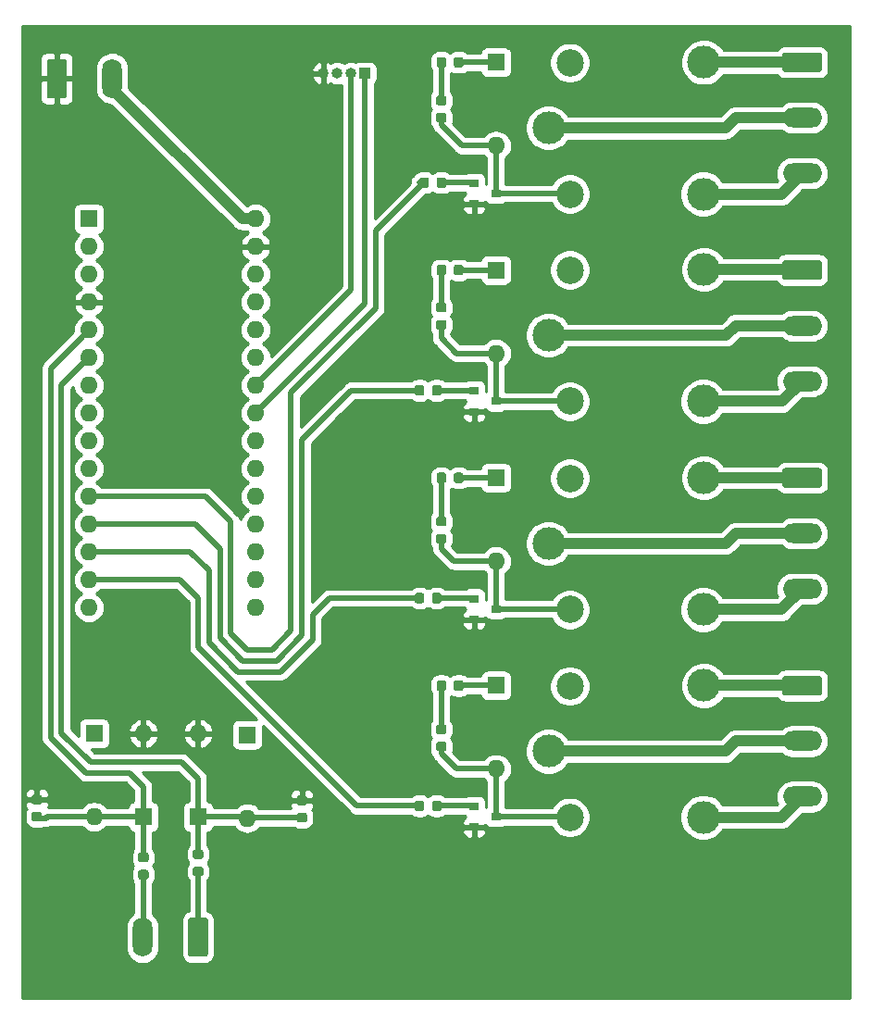
<source format=gtl>
G04 #@! TF.GenerationSoftware,KiCad,Pcbnew,5.1.2-f72e74a~84~ubuntu18.04.1*
G04 #@! TF.CreationDate,2019-06-17T19:39:07+02:00*
G04 #@! TF.ProjectId,msg-relay,6d73672d-7265-46c6-9179-2e6b69636164,rev?*
G04 #@! TF.SameCoordinates,Original*
G04 #@! TF.FileFunction,Copper,L1,Top*
G04 #@! TF.FilePolarity,Positive*
%FSLAX46Y46*%
G04 Gerber Fmt 4.6, Leading zero omitted, Abs format (unit mm)*
G04 Created by KiCad (PCBNEW 5.1.2-f72e74a~84~ubuntu18.04.1) date 2019-06-17 19:39:07*
%MOMM*%
%LPD*%
G04 APERTURE LIST*
%ADD10C,0.100000*%
%ADD11C,0.875000*%
%ADD12R,0.900000X0.800000*%
%ADD13C,3.000000*%
%ADD14C,2.500000*%
%ADD15O,3.600000X1.800000*%
%ADD16C,1.800000*%
%ADD17O,1.000000X1.000000*%
%ADD18R,1.000000X1.000000*%
%ADD19O,1.800000X3.600000*%
%ADD20O,1.600000X1.600000*%
%ADD21R,1.600000X1.600000*%
%ADD22C,1.000000*%
%ADD23C,0.500000*%
%ADD24C,0.254000*%
G04 APERTURE END LIST*
D10*
G36*
X106527691Y-121063553D02*
G01*
X106548926Y-121066703D01*
X106569750Y-121071919D01*
X106589962Y-121079151D01*
X106609368Y-121088330D01*
X106627781Y-121099366D01*
X106645024Y-121112154D01*
X106660930Y-121126570D01*
X106675346Y-121142476D01*
X106688134Y-121159719D01*
X106699170Y-121178132D01*
X106708349Y-121197538D01*
X106715581Y-121217750D01*
X106720797Y-121238574D01*
X106723947Y-121259809D01*
X106725000Y-121281250D01*
X106725000Y-121718750D01*
X106723947Y-121740191D01*
X106720797Y-121761426D01*
X106715581Y-121782250D01*
X106708349Y-121802462D01*
X106699170Y-121821868D01*
X106688134Y-121840281D01*
X106675346Y-121857524D01*
X106660930Y-121873430D01*
X106645024Y-121887846D01*
X106627781Y-121900634D01*
X106609368Y-121911670D01*
X106589962Y-121920849D01*
X106569750Y-121928081D01*
X106548926Y-121933297D01*
X106527691Y-121936447D01*
X106506250Y-121937500D01*
X105993750Y-121937500D01*
X105972309Y-121936447D01*
X105951074Y-121933297D01*
X105930250Y-121928081D01*
X105910038Y-121920849D01*
X105890632Y-121911670D01*
X105872219Y-121900634D01*
X105854976Y-121887846D01*
X105839070Y-121873430D01*
X105824654Y-121857524D01*
X105811866Y-121840281D01*
X105800830Y-121821868D01*
X105791651Y-121802462D01*
X105784419Y-121782250D01*
X105779203Y-121761426D01*
X105776053Y-121740191D01*
X105775000Y-121718750D01*
X105775000Y-121281250D01*
X105776053Y-121259809D01*
X105779203Y-121238574D01*
X105784419Y-121217750D01*
X105791651Y-121197538D01*
X105800830Y-121178132D01*
X105811866Y-121159719D01*
X105824654Y-121142476D01*
X105839070Y-121126570D01*
X105854976Y-121112154D01*
X105872219Y-121099366D01*
X105890632Y-121088330D01*
X105910038Y-121079151D01*
X105930250Y-121071919D01*
X105951074Y-121066703D01*
X105972309Y-121063553D01*
X105993750Y-121062500D01*
X106506250Y-121062500D01*
X106527691Y-121063553D01*
X106527691Y-121063553D01*
G37*
D11*
X106250000Y-121500000D03*
D10*
G36*
X106527691Y-122638553D02*
G01*
X106548926Y-122641703D01*
X106569750Y-122646919D01*
X106589962Y-122654151D01*
X106609368Y-122663330D01*
X106627781Y-122674366D01*
X106645024Y-122687154D01*
X106660930Y-122701570D01*
X106675346Y-122717476D01*
X106688134Y-122734719D01*
X106699170Y-122753132D01*
X106708349Y-122772538D01*
X106715581Y-122792750D01*
X106720797Y-122813574D01*
X106723947Y-122834809D01*
X106725000Y-122856250D01*
X106725000Y-123293750D01*
X106723947Y-123315191D01*
X106720797Y-123336426D01*
X106715581Y-123357250D01*
X106708349Y-123377462D01*
X106699170Y-123396868D01*
X106688134Y-123415281D01*
X106675346Y-123432524D01*
X106660930Y-123448430D01*
X106645024Y-123462846D01*
X106627781Y-123475634D01*
X106609368Y-123486670D01*
X106589962Y-123495849D01*
X106569750Y-123503081D01*
X106548926Y-123508297D01*
X106527691Y-123511447D01*
X106506250Y-123512500D01*
X105993750Y-123512500D01*
X105972309Y-123511447D01*
X105951074Y-123508297D01*
X105930250Y-123503081D01*
X105910038Y-123495849D01*
X105890632Y-123486670D01*
X105872219Y-123475634D01*
X105854976Y-123462846D01*
X105839070Y-123448430D01*
X105824654Y-123432524D01*
X105811866Y-123415281D01*
X105800830Y-123396868D01*
X105791651Y-123377462D01*
X105784419Y-123357250D01*
X105779203Y-123336426D01*
X105776053Y-123315191D01*
X105775000Y-123293750D01*
X105775000Y-122856250D01*
X105776053Y-122834809D01*
X105779203Y-122813574D01*
X105784419Y-122792750D01*
X105791651Y-122772538D01*
X105800830Y-122753132D01*
X105811866Y-122734719D01*
X105824654Y-122717476D01*
X105839070Y-122701570D01*
X105854976Y-122687154D01*
X105872219Y-122674366D01*
X105890632Y-122663330D01*
X105910038Y-122654151D01*
X105930250Y-122646919D01*
X105951074Y-122641703D01*
X105972309Y-122638553D01*
X105993750Y-122637500D01*
X106506250Y-122637500D01*
X106527691Y-122638553D01*
X106527691Y-122638553D01*
G37*
D11*
X106250000Y-123075000D03*
D10*
G36*
X97027691Y-127563553D02*
G01*
X97048926Y-127566703D01*
X97069750Y-127571919D01*
X97089962Y-127579151D01*
X97109368Y-127588330D01*
X97127781Y-127599366D01*
X97145024Y-127612154D01*
X97160930Y-127626570D01*
X97175346Y-127642476D01*
X97188134Y-127659719D01*
X97199170Y-127678132D01*
X97208349Y-127697538D01*
X97215581Y-127717750D01*
X97220797Y-127738574D01*
X97223947Y-127759809D01*
X97225000Y-127781250D01*
X97225000Y-128218750D01*
X97223947Y-128240191D01*
X97220797Y-128261426D01*
X97215581Y-128282250D01*
X97208349Y-128302462D01*
X97199170Y-128321868D01*
X97188134Y-128340281D01*
X97175346Y-128357524D01*
X97160930Y-128373430D01*
X97145024Y-128387846D01*
X97127781Y-128400634D01*
X97109368Y-128411670D01*
X97089962Y-128420849D01*
X97069750Y-128428081D01*
X97048926Y-128433297D01*
X97027691Y-128436447D01*
X97006250Y-128437500D01*
X96493750Y-128437500D01*
X96472309Y-128436447D01*
X96451074Y-128433297D01*
X96430250Y-128428081D01*
X96410038Y-128420849D01*
X96390632Y-128411670D01*
X96372219Y-128400634D01*
X96354976Y-128387846D01*
X96339070Y-128373430D01*
X96324654Y-128357524D01*
X96311866Y-128340281D01*
X96300830Y-128321868D01*
X96291651Y-128302462D01*
X96284419Y-128282250D01*
X96279203Y-128261426D01*
X96276053Y-128240191D01*
X96275000Y-128218750D01*
X96275000Y-127781250D01*
X96276053Y-127759809D01*
X96279203Y-127738574D01*
X96284419Y-127717750D01*
X96291651Y-127697538D01*
X96300830Y-127678132D01*
X96311866Y-127659719D01*
X96324654Y-127642476D01*
X96339070Y-127626570D01*
X96354976Y-127612154D01*
X96372219Y-127599366D01*
X96390632Y-127588330D01*
X96410038Y-127579151D01*
X96430250Y-127571919D01*
X96451074Y-127566703D01*
X96472309Y-127563553D01*
X96493750Y-127562500D01*
X97006250Y-127562500D01*
X97027691Y-127563553D01*
X97027691Y-127563553D01*
G37*
D11*
X96750000Y-128000000D03*
D10*
G36*
X97027691Y-125988553D02*
G01*
X97048926Y-125991703D01*
X97069750Y-125996919D01*
X97089962Y-126004151D01*
X97109368Y-126013330D01*
X97127781Y-126024366D01*
X97145024Y-126037154D01*
X97160930Y-126051570D01*
X97175346Y-126067476D01*
X97188134Y-126084719D01*
X97199170Y-126103132D01*
X97208349Y-126122538D01*
X97215581Y-126142750D01*
X97220797Y-126163574D01*
X97223947Y-126184809D01*
X97225000Y-126206250D01*
X97225000Y-126643750D01*
X97223947Y-126665191D01*
X97220797Y-126686426D01*
X97215581Y-126707250D01*
X97208349Y-126727462D01*
X97199170Y-126746868D01*
X97188134Y-126765281D01*
X97175346Y-126782524D01*
X97160930Y-126798430D01*
X97145024Y-126812846D01*
X97127781Y-126825634D01*
X97109368Y-126836670D01*
X97089962Y-126845849D01*
X97069750Y-126853081D01*
X97048926Y-126858297D01*
X97027691Y-126861447D01*
X97006250Y-126862500D01*
X96493750Y-126862500D01*
X96472309Y-126861447D01*
X96451074Y-126858297D01*
X96430250Y-126853081D01*
X96410038Y-126845849D01*
X96390632Y-126836670D01*
X96372219Y-126825634D01*
X96354976Y-126812846D01*
X96339070Y-126798430D01*
X96324654Y-126782524D01*
X96311866Y-126765281D01*
X96300830Y-126746868D01*
X96291651Y-126727462D01*
X96284419Y-126707250D01*
X96279203Y-126686426D01*
X96276053Y-126665191D01*
X96275000Y-126643750D01*
X96275000Y-126206250D01*
X96276053Y-126184809D01*
X96279203Y-126163574D01*
X96284419Y-126142750D01*
X96291651Y-126122538D01*
X96300830Y-126103132D01*
X96311866Y-126084719D01*
X96324654Y-126067476D01*
X96339070Y-126051570D01*
X96354976Y-126037154D01*
X96372219Y-126024366D01*
X96390632Y-126013330D01*
X96410038Y-126004151D01*
X96430250Y-125996919D01*
X96451074Y-125991703D01*
X96472309Y-125988553D01*
X96493750Y-125987500D01*
X97006250Y-125987500D01*
X97027691Y-125988553D01*
X97027691Y-125988553D01*
G37*
D11*
X96750000Y-126425000D03*
D10*
G36*
X82277691Y-120988553D02*
G01*
X82298926Y-120991703D01*
X82319750Y-120996919D01*
X82339962Y-121004151D01*
X82359368Y-121013330D01*
X82377781Y-121024366D01*
X82395024Y-121037154D01*
X82410930Y-121051570D01*
X82425346Y-121067476D01*
X82438134Y-121084719D01*
X82449170Y-121103132D01*
X82458349Y-121122538D01*
X82465581Y-121142750D01*
X82470797Y-121163574D01*
X82473947Y-121184809D01*
X82475000Y-121206250D01*
X82475000Y-121643750D01*
X82473947Y-121665191D01*
X82470797Y-121686426D01*
X82465581Y-121707250D01*
X82458349Y-121727462D01*
X82449170Y-121746868D01*
X82438134Y-121765281D01*
X82425346Y-121782524D01*
X82410930Y-121798430D01*
X82395024Y-121812846D01*
X82377781Y-121825634D01*
X82359368Y-121836670D01*
X82339962Y-121845849D01*
X82319750Y-121853081D01*
X82298926Y-121858297D01*
X82277691Y-121861447D01*
X82256250Y-121862500D01*
X81743750Y-121862500D01*
X81722309Y-121861447D01*
X81701074Y-121858297D01*
X81680250Y-121853081D01*
X81660038Y-121845849D01*
X81640632Y-121836670D01*
X81622219Y-121825634D01*
X81604976Y-121812846D01*
X81589070Y-121798430D01*
X81574654Y-121782524D01*
X81561866Y-121765281D01*
X81550830Y-121746868D01*
X81541651Y-121727462D01*
X81534419Y-121707250D01*
X81529203Y-121686426D01*
X81526053Y-121665191D01*
X81525000Y-121643750D01*
X81525000Y-121206250D01*
X81526053Y-121184809D01*
X81529203Y-121163574D01*
X81534419Y-121142750D01*
X81541651Y-121122538D01*
X81550830Y-121103132D01*
X81561866Y-121084719D01*
X81574654Y-121067476D01*
X81589070Y-121051570D01*
X81604976Y-121037154D01*
X81622219Y-121024366D01*
X81640632Y-121013330D01*
X81660038Y-121004151D01*
X81680250Y-120996919D01*
X81701074Y-120991703D01*
X81722309Y-120988553D01*
X81743750Y-120987500D01*
X82256250Y-120987500D01*
X82277691Y-120988553D01*
X82277691Y-120988553D01*
G37*
D11*
X82000000Y-121425000D03*
D10*
G36*
X82277691Y-122563553D02*
G01*
X82298926Y-122566703D01*
X82319750Y-122571919D01*
X82339962Y-122579151D01*
X82359368Y-122588330D01*
X82377781Y-122599366D01*
X82395024Y-122612154D01*
X82410930Y-122626570D01*
X82425346Y-122642476D01*
X82438134Y-122659719D01*
X82449170Y-122678132D01*
X82458349Y-122697538D01*
X82465581Y-122717750D01*
X82470797Y-122738574D01*
X82473947Y-122759809D01*
X82475000Y-122781250D01*
X82475000Y-123218750D01*
X82473947Y-123240191D01*
X82470797Y-123261426D01*
X82465581Y-123282250D01*
X82458349Y-123302462D01*
X82449170Y-123321868D01*
X82438134Y-123340281D01*
X82425346Y-123357524D01*
X82410930Y-123373430D01*
X82395024Y-123387846D01*
X82377781Y-123400634D01*
X82359368Y-123411670D01*
X82339962Y-123420849D01*
X82319750Y-123428081D01*
X82298926Y-123433297D01*
X82277691Y-123436447D01*
X82256250Y-123437500D01*
X81743750Y-123437500D01*
X81722309Y-123436447D01*
X81701074Y-123433297D01*
X81680250Y-123428081D01*
X81660038Y-123420849D01*
X81640632Y-123411670D01*
X81622219Y-123400634D01*
X81604976Y-123387846D01*
X81589070Y-123373430D01*
X81574654Y-123357524D01*
X81561866Y-123340281D01*
X81550830Y-123321868D01*
X81541651Y-123302462D01*
X81534419Y-123282250D01*
X81529203Y-123261426D01*
X81526053Y-123240191D01*
X81525000Y-123218750D01*
X81525000Y-122781250D01*
X81526053Y-122759809D01*
X81529203Y-122738574D01*
X81534419Y-122717750D01*
X81541651Y-122697538D01*
X81550830Y-122678132D01*
X81561866Y-122659719D01*
X81574654Y-122642476D01*
X81589070Y-122626570D01*
X81604976Y-122612154D01*
X81622219Y-122599366D01*
X81640632Y-122588330D01*
X81660038Y-122579151D01*
X81680250Y-122571919D01*
X81701074Y-122566703D01*
X81722309Y-122563553D01*
X81743750Y-122562500D01*
X82256250Y-122562500D01*
X82277691Y-122563553D01*
X82277691Y-122563553D01*
G37*
D11*
X82000000Y-123000000D03*
D10*
G36*
X92027691Y-127851053D02*
G01*
X92048926Y-127854203D01*
X92069750Y-127859419D01*
X92089962Y-127866651D01*
X92109368Y-127875830D01*
X92127781Y-127886866D01*
X92145024Y-127899654D01*
X92160930Y-127914070D01*
X92175346Y-127929976D01*
X92188134Y-127947219D01*
X92199170Y-127965632D01*
X92208349Y-127985038D01*
X92215581Y-128005250D01*
X92220797Y-128026074D01*
X92223947Y-128047309D01*
X92225000Y-128068750D01*
X92225000Y-128506250D01*
X92223947Y-128527691D01*
X92220797Y-128548926D01*
X92215581Y-128569750D01*
X92208349Y-128589962D01*
X92199170Y-128609368D01*
X92188134Y-128627781D01*
X92175346Y-128645024D01*
X92160930Y-128660930D01*
X92145024Y-128675346D01*
X92127781Y-128688134D01*
X92109368Y-128699170D01*
X92089962Y-128708349D01*
X92069750Y-128715581D01*
X92048926Y-128720797D01*
X92027691Y-128723947D01*
X92006250Y-128725000D01*
X91493750Y-128725000D01*
X91472309Y-128723947D01*
X91451074Y-128720797D01*
X91430250Y-128715581D01*
X91410038Y-128708349D01*
X91390632Y-128699170D01*
X91372219Y-128688134D01*
X91354976Y-128675346D01*
X91339070Y-128660930D01*
X91324654Y-128645024D01*
X91311866Y-128627781D01*
X91300830Y-128609368D01*
X91291651Y-128589962D01*
X91284419Y-128569750D01*
X91279203Y-128548926D01*
X91276053Y-128527691D01*
X91275000Y-128506250D01*
X91275000Y-128068750D01*
X91276053Y-128047309D01*
X91279203Y-128026074D01*
X91284419Y-128005250D01*
X91291651Y-127985038D01*
X91300830Y-127965632D01*
X91311866Y-127947219D01*
X91324654Y-127929976D01*
X91339070Y-127914070D01*
X91354976Y-127899654D01*
X91372219Y-127886866D01*
X91390632Y-127875830D01*
X91410038Y-127866651D01*
X91430250Y-127859419D01*
X91451074Y-127854203D01*
X91472309Y-127851053D01*
X91493750Y-127850000D01*
X92006250Y-127850000D01*
X92027691Y-127851053D01*
X92027691Y-127851053D01*
G37*
D11*
X91750000Y-128287500D03*
D10*
G36*
X92027691Y-126276053D02*
G01*
X92048926Y-126279203D01*
X92069750Y-126284419D01*
X92089962Y-126291651D01*
X92109368Y-126300830D01*
X92127781Y-126311866D01*
X92145024Y-126324654D01*
X92160930Y-126339070D01*
X92175346Y-126354976D01*
X92188134Y-126372219D01*
X92199170Y-126390632D01*
X92208349Y-126410038D01*
X92215581Y-126430250D01*
X92220797Y-126451074D01*
X92223947Y-126472309D01*
X92225000Y-126493750D01*
X92225000Y-126931250D01*
X92223947Y-126952691D01*
X92220797Y-126973926D01*
X92215581Y-126994750D01*
X92208349Y-127014962D01*
X92199170Y-127034368D01*
X92188134Y-127052781D01*
X92175346Y-127070024D01*
X92160930Y-127085930D01*
X92145024Y-127100346D01*
X92127781Y-127113134D01*
X92109368Y-127124170D01*
X92089962Y-127133349D01*
X92069750Y-127140581D01*
X92048926Y-127145797D01*
X92027691Y-127148947D01*
X92006250Y-127150000D01*
X91493750Y-127150000D01*
X91472309Y-127148947D01*
X91451074Y-127145797D01*
X91430250Y-127140581D01*
X91410038Y-127133349D01*
X91390632Y-127124170D01*
X91372219Y-127113134D01*
X91354976Y-127100346D01*
X91339070Y-127085930D01*
X91324654Y-127070024D01*
X91311866Y-127052781D01*
X91300830Y-127034368D01*
X91291651Y-127014962D01*
X91284419Y-126994750D01*
X91279203Y-126973926D01*
X91276053Y-126952691D01*
X91275000Y-126931250D01*
X91275000Y-126493750D01*
X91276053Y-126472309D01*
X91279203Y-126451074D01*
X91284419Y-126430250D01*
X91291651Y-126410038D01*
X91300830Y-126390632D01*
X91311866Y-126372219D01*
X91324654Y-126354976D01*
X91339070Y-126339070D01*
X91354976Y-126324654D01*
X91372219Y-126311866D01*
X91390632Y-126300830D01*
X91410038Y-126291651D01*
X91430250Y-126284419D01*
X91451074Y-126279203D01*
X91472309Y-126276053D01*
X91493750Y-126275000D01*
X92006250Y-126275000D01*
X92027691Y-126276053D01*
X92027691Y-126276053D01*
G37*
D11*
X91750000Y-126712500D03*
D10*
G36*
X117240191Y-121526053D02*
G01*
X117261426Y-121529203D01*
X117282250Y-121534419D01*
X117302462Y-121541651D01*
X117321868Y-121550830D01*
X117340281Y-121561866D01*
X117357524Y-121574654D01*
X117373430Y-121589070D01*
X117387846Y-121604976D01*
X117400634Y-121622219D01*
X117411670Y-121640632D01*
X117420849Y-121660038D01*
X117428081Y-121680250D01*
X117433297Y-121701074D01*
X117436447Y-121722309D01*
X117437500Y-121743750D01*
X117437500Y-122256250D01*
X117436447Y-122277691D01*
X117433297Y-122298926D01*
X117428081Y-122319750D01*
X117420849Y-122339962D01*
X117411670Y-122359368D01*
X117400634Y-122377781D01*
X117387846Y-122395024D01*
X117373430Y-122410930D01*
X117357524Y-122425346D01*
X117340281Y-122438134D01*
X117321868Y-122449170D01*
X117302462Y-122458349D01*
X117282250Y-122465581D01*
X117261426Y-122470797D01*
X117240191Y-122473947D01*
X117218750Y-122475000D01*
X116781250Y-122475000D01*
X116759809Y-122473947D01*
X116738574Y-122470797D01*
X116717750Y-122465581D01*
X116697538Y-122458349D01*
X116678132Y-122449170D01*
X116659719Y-122438134D01*
X116642476Y-122425346D01*
X116626570Y-122410930D01*
X116612154Y-122395024D01*
X116599366Y-122377781D01*
X116588330Y-122359368D01*
X116579151Y-122339962D01*
X116571919Y-122319750D01*
X116566703Y-122298926D01*
X116563553Y-122277691D01*
X116562500Y-122256250D01*
X116562500Y-121743750D01*
X116563553Y-121722309D01*
X116566703Y-121701074D01*
X116571919Y-121680250D01*
X116579151Y-121660038D01*
X116588330Y-121640632D01*
X116599366Y-121622219D01*
X116612154Y-121604976D01*
X116626570Y-121589070D01*
X116642476Y-121574654D01*
X116659719Y-121561866D01*
X116678132Y-121550830D01*
X116697538Y-121541651D01*
X116717750Y-121534419D01*
X116738574Y-121529203D01*
X116759809Y-121526053D01*
X116781250Y-121525000D01*
X117218750Y-121525000D01*
X117240191Y-121526053D01*
X117240191Y-121526053D01*
G37*
D11*
X117000000Y-122000000D03*
D10*
G36*
X118815191Y-121526053D02*
G01*
X118836426Y-121529203D01*
X118857250Y-121534419D01*
X118877462Y-121541651D01*
X118896868Y-121550830D01*
X118915281Y-121561866D01*
X118932524Y-121574654D01*
X118948430Y-121589070D01*
X118962846Y-121604976D01*
X118975634Y-121622219D01*
X118986670Y-121640632D01*
X118995849Y-121660038D01*
X119003081Y-121680250D01*
X119008297Y-121701074D01*
X119011447Y-121722309D01*
X119012500Y-121743750D01*
X119012500Y-122256250D01*
X119011447Y-122277691D01*
X119008297Y-122298926D01*
X119003081Y-122319750D01*
X118995849Y-122339962D01*
X118986670Y-122359368D01*
X118975634Y-122377781D01*
X118962846Y-122395024D01*
X118948430Y-122410930D01*
X118932524Y-122425346D01*
X118915281Y-122438134D01*
X118896868Y-122449170D01*
X118877462Y-122458349D01*
X118857250Y-122465581D01*
X118836426Y-122470797D01*
X118815191Y-122473947D01*
X118793750Y-122475000D01*
X118356250Y-122475000D01*
X118334809Y-122473947D01*
X118313574Y-122470797D01*
X118292750Y-122465581D01*
X118272538Y-122458349D01*
X118253132Y-122449170D01*
X118234719Y-122438134D01*
X118217476Y-122425346D01*
X118201570Y-122410930D01*
X118187154Y-122395024D01*
X118174366Y-122377781D01*
X118163330Y-122359368D01*
X118154151Y-122339962D01*
X118146919Y-122319750D01*
X118141703Y-122298926D01*
X118138553Y-122277691D01*
X118137500Y-122256250D01*
X118137500Y-121743750D01*
X118138553Y-121722309D01*
X118141703Y-121701074D01*
X118146919Y-121680250D01*
X118154151Y-121660038D01*
X118163330Y-121640632D01*
X118174366Y-121622219D01*
X118187154Y-121604976D01*
X118201570Y-121589070D01*
X118217476Y-121574654D01*
X118234719Y-121561866D01*
X118253132Y-121550830D01*
X118272538Y-121541651D01*
X118292750Y-121534419D01*
X118313574Y-121529203D01*
X118334809Y-121526053D01*
X118356250Y-121525000D01*
X118793750Y-121525000D01*
X118815191Y-121526053D01*
X118815191Y-121526053D01*
G37*
D11*
X118575000Y-122000000D03*
D10*
G36*
X119240191Y-110526053D02*
G01*
X119261426Y-110529203D01*
X119282250Y-110534419D01*
X119302462Y-110541651D01*
X119321868Y-110550830D01*
X119340281Y-110561866D01*
X119357524Y-110574654D01*
X119373430Y-110589070D01*
X119387846Y-110604976D01*
X119400634Y-110622219D01*
X119411670Y-110640632D01*
X119420849Y-110660038D01*
X119428081Y-110680250D01*
X119433297Y-110701074D01*
X119436447Y-110722309D01*
X119437500Y-110743750D01*
X119437500Y-111256250D01*
X119436447Y-111277691D01*
X119433297Y-111298926D01*
X119428081Y-111319750D01*
X119420849Y-111339962D01*
X119411670Y-111359368D01*
X119400634Y-111377781D01*
X119387846Y-111395024D01*
X119373430Y-111410930D01*
X119357524Y-111425346D01*
X119340281Y-111438134D01*
X119321868Y-111449170D01*
X119302462Y-111458349D01*
X119282250Y-111465581D01*
X119261426Y-111470797D01*
X119240191Y-111473947D01*
X119218750Y-111475000D01*
X118781250Y-111475000D01*
X118759809Y-111473947D01*
X118738574Y-111470797D01*
X118717750Y-111465581D01*
X118697538Y-111458349D01*
X118678132Y-111449170D01*
X118659719Y-111438134D01*
X118642476Y-111425346D01*
X118626570Y-111410930D01*
X118612154Y-111395024D01*
X118599366Y-111377781D01*
X118588330Y-111359368D01*
X118579151Y-111339962D01*
X118571919Y-111319750D01*
X118566703Y-111298926D01*
X118563553Y-111277691D01*
X118562500Y-111256250D01*
X118562500Y-110743750D01*
X118563553Y-110722309D01*
X118566703Y-110701074D01*
X118571919Y-110680250D01*
X118579151Y-110660038D01*
X118588330Y-110640632D01*
X118599366Y-110622219D01*
X118612154Y-110604976D01*
X118626570Y-110589070D01*
X118642476Y-110574654D01*
X118659719Y-110561866D01*
X118678132Y-110550830D01*
X118697538Y-110541651D01*
X118717750Y-110534419D01*
X118738574Y-110529203D01*
X118759809Y-110526053D01*
X118781250Y-110525000D01*
X119218750Y-110525000D01*
X119240191Y-110526053D01*
X119240191Y-110526053D01*
G37*
D11*
X119000000Y-111000000D03*
D10*
G36*
X120815191Y-110526053D02*
G01*
X120836426Y-110529203D01*
X120857250Y-110534419D01*
X120877462Y-110541651D01*
X120896868Y-110550830D01*
X120915281Y-110561866D01*
X120932524Y-110574654D01*
X120948430Y-110589070D01*
X120962846Y-110604976D01*
X120975634Y-110622219D01*
X120986670Y-110640632D01*
X120995849Y-110660038D01*
X121003081Y-110680250D01*
X121008297Y-110701074D01*
X121011447Y-110722309D01*
X121012500Y-110743750D01*
X121012500Y-111256250D01*
X121011447Y-111277691D01*
X121008297Y-111298926D01*
X121003081Y-111319750D01*
X120995849Y-111339962D01*
X120986670Y-111359368D01*
X120975634Y-111377781D01*
X120962846Y-111395024D01*
X120948430Y-111410930D01*
X120932524Y-111425346D01*
X120915281Y-111438134D01*
X120896868Y-111449170D01*
X120877462Y-111458349D01*
X120857250Y-111465581D01*
X120836426Y-111470797D01*
X120815191Y-111473947D01*
X120793750Y-111475000D01*
X120356250Y-111475000D01*
X120334809Y-111473947D01*
X120313574Y-111470797D01*
X120292750Y-111465581D01*
X120272538Y-111458349D01*
X120253132Y-111449170D01*
X120234719Y-111438134D01*
X120217476Y-111425346D01*
X120201570Y-111410930D01*
X120187154Y-111395024D01*
X120174366Y-111377781D01*
X120163330Y-111359368D01*
X120154151Y-111339962D01*
X120146919Y-111319750D01*
X120141703Y-111298926D01*
X120138553Y-111277691D01*
X120137500Y-111256250D01*
X120137500Y-110743750D01*
X120138553Y-110722309D01*
X120141703Y-110701074D01*
X120146919Y-110680250D01*
X120154151Y-110660038D01*
X120163330Y-110640632D01*
X120174366Y-110622219D01*
X120187154Y-110604976D01*
X120201570Y-110589070D01*
X120217476Y-110574654D01*
X120234719Y-110561866D01*
X120253132Y-110550830D01*
X120272538Y-110541651D01*
X120292750Y-110534419D01*
X120313574Y-110529203D01*
X120334809Y-110526053D01*
X120356250Y-110525000D01*
X120793750Y-110525000D01*
X120815191Y-110526053D01*
X120815191Y-110526053D01*
G37*
D11*
X120575000Y-111000000D03*
D10*
G36*
X117240191Y-102526053D02*
G01*
X117261426Y-102529203D01*
X117282250Y-102534419D01*
X117302462Y-102541651D01*
X117321868Y-102550830D01*
X117340281Y-102561866D01*
X117357524Y-102574654D01*
X117373430Y-102589070D01*
X117387846Y-102604976D01*
X117400634Y-102622219D01*
X117411670Y-102640632D01*
X117420849Y-102660038D01*
X117428081Y-102680250D01*
X117433297Y-102701074D01*
X117436447Y-102722309D01*
X117437500Y-102743750D01*
X117437500Y-103256250D01*
X117436447Y-103277691D01*
X117433297Y-103298926D01*
X117428081Y-103319750D01*
X117420849Y-103339962D01*
X117411670Y-103359368D01*
X117400634Y-103377781D01*
X117387846Y-103395024D01*
X117373430Y-103410930D01*
X117357524Y-103425346D01*
X117340281Y-103438134D01*
X117321868Y-103449170D01*
X117302462Y-103458349D01*
X117282250Y-103465581D01*
X117261426Y-103470797D01*
X117240191Y-103473947D01*
X117218750Y-103475000D01*
X116781250Y-103475000D01*
X116759809Y-103473947D01*
X116738574Y-103470797D01*
X116717750Y-103465581D01*
X116697538Y-103458349D01*
X116678132Y-103449170D01*
X116659719Y-103438134D01*
X116642476Y-103425346D01*
X116626570Y-103410930D01*
X116612154Y-103395024D01*
X116599366Y-103377781D01*
X116588330Y-103359368D01*
X116579151Y-103339962D01*
X116571919Y-103319750D01*
X116566703Y-103298926D01*
X116563553Y-103277691D01*
X116562500Y-103256250D01*
X116562500Y-102743750D01*
X116563553Y-102722309D01*
X116566703Y-102701074D01*
X116571919Y-102680250D01*
X116579151Y-102660038D01*
X116588330Y-102640632D01*
X116599366Y-102622219D01*
X116612154Y-102604976D01*
X116626570Y-102589070D01*
X116642476Y-102574654D01*
X116659719Y-102561866D01*
X116678132Y-102550830D01*
X116697538Y-102541651D01*
X116717750Y-102534419D01*
X116738574Y-102529203D01*
X116759809Y-102526053D01*
X116781250Y-102525000D01*
X117218750Y-102525000D01*
X117240191Y-102526053D01*
X117240191Y-102526053D01*
G37*
D11*
X117000000Y-103000000D03*
D10*
G36*
X118815191Y-102526053D02*
G01*
X118836426Y-102529203D01*
X118857250Y-102534419D01*
X118877462Y-102541651D01*
X118896868Y-102550830D01*
X118915281Y-102561866D01*
X118932524Y-102574654D01*
X118948430Y-102589070D01*
X118962846Y-102604976D01*
X118975634Y-102622219D01*
X118986670Y-102640632D01*
X118995849Y-102660038D01*
X119003081Y-102680250D01*
X119008297Y-102701074D01*
X119011447Y-102722309D01*
X119012500Y-102743750D01*
X119012500Y-103256250D01*
X119011447Y-103277691D01*
X119008297Y-103298926D01*
X119003081Y-103319750D01*
X118995849Y-103339962D01*
X118986670Y-103359368D01*
X118975634Y-103377781D01*
X118962846Y-103395024D01*
X118948430Y-103410930D01*
X118932524Y-103425346D01*
X118915281Y-103438134D01*
X118896868Y-103449170D01*
X118877462Y-103458349D01*
X118857250Y-103465581D01*
X118836426Y-103470797D01*
X118815191Y-103473947D01*
X118793750Y-103475000D01*
X118356250Y-103475000D01*
X118334809Y-103473947D01*
X118313574Y-103470797D01*
X118292750Y-103465581D01*
X118272538Y-103458349D01*
X118253132Y-103449170D01*
X118234719Y-103438134D01*
X118217476Y-103425346D01*
X118201570Y-103410930D01*
X118187154Y-103395024D01*
X118174366Y-103377781D01*
X118163330Y-103359368D01*
X118154151Y-103339962D01*
X118146919Y-103319750D01*
X118141703Y-103298926D01*
X118138553Y-103277691D01*
X118137500Y-103256250D01*
X118137500Y-102743750D01*
X118138553Y-102722309D01*
X118141703Y-102701074D01*
X118146919Y-102680250D01*
X118154151Y-102660038D01*
X118163330Y-102640632D01*
X118174366Y-102622219D01*
X118187154Y-102604976D01*
X118201570Y-102589070D01*
X118217476Y-102574654D01*
X118234719Y-102561866D01*
X118253132Y-102550830D01*
X118272538Y-102541651D01*
X118292750Y-102534419D01*
X118313574Y-102529203D01*
X118334809Y-102526053D01*
X118356250Y-102525000D01*
X118793750Y-102525000D01*
X118815191Y-102526053D01*
X118815191Y-102526053D01*
G37*
D11*
X118575000Y-103000000D03*
D10*
G36*
X119240191Y-91526053D02*
G01*
X119261426Y-91529203D01*
X119282250Y-91534419D01*
X119302462Y-91541651D01*
X119321868Y-91550830D01*
X119340281Y-91561866D01*
X119357524Y-91574654D01*
X119373430Y-91589070D01*
X119387846Y-91604976D01*
X119400634Y-91622219D01*
X119411670Y-91640632D01*
X119420849Y-91660038D01*
X119428081Y-91680250D01*
X119433297Y-91701074D01*
X119436447Y-91722309D01*
X119437500Y-91743750D01*
X119437500Y-92256250D01*
X119436447Y-92277691D01*
X119433297Y-92298926D01*
X119428081Y-92319750D01*
X119420849Y-92339962D01*
X119411670Y-92359368D01*
X119400634Y-92377781D01*
X119387846Y-92395024D01*
X119373430Y-92410930D01*
X119357524Y-92425346D01*
X119340281Y-92438134D01*
X119321868Y-92449170D01*
X119302462Y-92458349D01*
X119282250Y-92465581D01*
X119261426Y-92470797D01*
X119240191Y-92473947D01*
X119218750Y-92475000D01*
X118781250Y-92475000D01*
X118759809Y-92473947D01*
X118738574Y-92470797D01*
X118717750Y-92465581D01*
X118697538Y-92458349D01*
X118678132Y-92449170D01*
X118659719Y-92438134D01*
X118642476Y-92425346D01*
X118626570Y-92410930D01*
X118612154Y-92395024D01*
X118599366Y-92377781D01*
X118588330Y-92359368D01*
X118579151Y-92339962D01*
X118571919Y-92319750D01*
X118566703Y-92298926D01*
X118563553Y-92277691D01*
X118562500Y-92256250D01*
X118562500Y-91743750D01*
X118563553Y-91722309D01*
X118566703Y-91701074D01*
X118571919Y-91680250D01*
X118579151Y-91660038D01*
X118588330Y-91640632D01*
X118599366Y-91622219D01*
X118612154Y-91604976D01*
X118626570Y-91589070D01*
X118642476Y-91574654D01*
X118659719Y-91561866D01*
X118678132Y-91550830D01*
X118697538Y-91541651D01*
X118717750Y-91534419D01*
X118738574Y-91529203D01*
X118759809Y-91526053D01*
X118781250Y-91525000D01*
X119218750Y-91525000D01*
X119240191Y-91526053D01*
X119240191Y-91526053D01*
G37*
D11*
X119000000Y-92000000D03*
D10*
G36*
X120815191Y-91526053D02*
G01*
X120836426Y-91529203D01*
X120857250Y-91534419D01*
X120877462Y-91541651D01*
X120896868Y-91550830D01*
X120915281Y-91561866D01*
X120932524Y-91574654D01*
X120948430Y-91589070D01*
X120962846Y-91604976D01*
X120975634Y-91622219D01*
X120986670Y-91640632D01*
X120995849Y-91660038D01*
X121003081Y-91680250D01*
X121008297Y-91701074D01*
X121011447Y-91722309D01*
X121012500Y-91743750D01*
X121012500Y-92256250D01*
X121011447Y-92277691D01*
X121008297Y-92298926D01*
X121003081Y-92319750D01*
X120995849Y-92339962D01*
X120986670Y-92359368D01*
X120975634Y-92377781D01*
X120962846Y-92395024D01*
X120948430Y-92410930D01*
X120932524Y-92425346D01*
X120915281Y-92438134D01*
X120896868Y-92449170D01*
X120877462Y-92458349D01*
X120857250Y-92465581D01*
X120836426Y-92470797D01*
X120815191Y-92473947D01*
X120793750Y-92475000D01*
X120356250Y-92475000D01*
X120334809Y-92473947D01*
X120313574Y-92470797D01*
X120292750Y-92465581D01*
X120272538Y-92458349D01*
X120253132Y-92449170D01*
X120234719Y-92438134D01*
X120217476Y-92425346D01*
X120201570Y-92410930D01*
X120187154Y-92395024D01*
X120174366Y-92377781D01*
X120163330Y-92359368D01*
X120154151Y-92339962D01*
X120146919Y-92319750D01*
X120141703Y-92298926D01*
X120138553Y-92277691D01*
X120137500Y-92256250D01*
X120137500Y-91743750D01*
X120138553Y-91722309D01*
X120141703Y-91701074D01*
X120146919Y-91680250D01*
X120154151Y-91660038D01*
X120163330Y-91640632D01*
X120174366Y-91622219D01*
X120187154Y-91604976D01*
X120201570Y-91589070D01*
X120217476Y-91574654D01*
X120234719Y-91561866D01*
X120253132Y-91550830D01*
X120272538Y-91541651D01*
X120292750Y-91534419D01*
X120313574Y-91529203D01*
X120334809Y-91526053D01*
X120356250Y-91525000D01*
X120793750Y-91525000D01*
X120815191Y-91526053D01*
X120815191Y-91526053D01*
G37*
D11*
X120575000Y-92000000D03*
D10*
G36*
X117240191Y-83526053D02*
G01*
X117261426Y-83529203D01*
X117282250Y-83534419D01*
X117302462Y-83541651D01*
X117321868Y-83550830D01*
X117340281Y-83561866D01*
X117357524Y-83574654D01*
X117373430Y-83589070D01*
X117387846Y-83604976D01*
X117400634Y-83622219D01*
X117411670Y-83640632D01*
X117420849Y-83660038D01*
X117428081Y-83680250D01*
X117433297Y-83701074D01*
X117436447Y-83722309D01*
X117437500Y-83743750D01*
X117437500Y-84256250D01*
X117436447Y-84277691D01*
X117433297Y-84298926D01*
X117428081Y-84319750D01*
X117420849Y-84339962D01*
X117411670Y-84359368D01*
X117400634Y-84377781D01*
X117387846Y-84395024D01*
X117373430Y-84410930D01*
X117357524Y-84425346D01*
X117340281Y-84438134D01*
X117321868Y-84449170D01*
X117302462Y-84458349D01*
X117282250Y-84465581D01*
X117261426Y-84470797D01*
X117240191Y-84473947D01*
X117218750Y-84475000D01*
X116781250Y-84475000D01*
X116759809Y-84473947D01*
X116738574Y-84470797D01*
X116717750Y-84465581D01*
X116697538Y-84458349D01*
X116678132Y-84449170D01*
X116659719Y-84438134D01*
X116642476Y-84425346D01*
X116626570Y-84410930D01*
X116612154Y-84395024D01*
X116599366Y-84377781D01*
X116588330Y-84359368D01*
X116579151Y-84339962D01*
X116571919Y-84319750D01*
X116566703Y-84298926D01*
X116563553Y-84277691D01*
X116562500Y-84256250D01*
X116562500Y-83743750D01*
X116563553Y-83722309D01*
X116566703Y-83701074D01*
X116571919Y-83680250D01*
X116579151Y-83660038D01*
X116588330Y-83640632D01*
X116599366Y-83622219D01*
X116612154Y-83604976D01*
X116626570Y-83589070D01*
X116642476Y-83574654D01*
X116659719Y-83561866D01*
X116678132Y-83550830D01*
X116697538Y-83541651D01*
X116717750Y-83534419D01*
X116738574Y-83529203D01*
X116759809Y-83526053D01*
X116781250Y-83525000D01*
X117218750Y-83525000D01*
X117240191Y-83526053D01*
X117240191Y-83526053D01*
G37*
D11*
X117000000Y-84000000D03*
D10*
G36*
X118815191Y-83526053D02*
G01*
X118836426Y-83529203D01*
X118857250Y-83534419D01*
X118877462Y-83541651D01*
X118896868Y-83550830D01*
X118915281Y-83561866D01*
X118932524Y-83574654D01*
X118948430Y-83589070D01*
X118962846Y-83604976D01*
X118975634Y-83622219D01*
X118986670Y-83640632D01*
X118995849Y-83660038D01*
X119003081Y-83680250D01*
X119008297Y-83701074D01*
X119011447Y-83722309D01*
X119012500Y-83743750D01*
X119012500Y-84256250D01*
X119011447Y-84277691D01*
X119008297Y-84298926D01*
X119003081Y-84319750D01*
X118995849Y-84339962D01*
X118986670Y-84359368D01*
X118975634Y-84377781D01*
X118962846Y-84395024D01*
X118948430Y-84410930D01*
X118932524Y-84425346D01*
X118915281Y-84438134D01*
X118896868Y-84449170D01*
X118877462Y-84458349D01*
X118857250Y-84465581D01*
X118836426Y-84470797D01*
X118815191Y-84473947D01*
X118793750Y-84475000D01*
X118356250Y-84475000D01*
X118334809Y-84473947D01*
X118313574Y-84470797D01*
X118292750Y-84465581D01*
X118272538Y-84458349D01*
X118253132Y-84449170D01*
X118234719Y-84438134D01*
X118217476Y-84425346D01*
X118201570Y-84410930D01*
X118187154Y-84395024D01*
X118174366Y-84377781D01*
X118163330Y-84359368D01*
X118154151Y-84339962D01*
X118146919Y-84319750D01*
X118141703Y-84298926D01*
X118138553Y-84277691D01*
X118137500Y-84256250D01*
X118137500Y-83743750D01*
X118138553Y-83722309D01*
X118141703Y-83701074D01*
X118146919Y-83680250D01*
X118154151Y-83660038D01*
X118163330Y-83640632D01*
X118174366Y-83622219D01*
X118187154Y-83604976D01*
X118201570Y-83589070D01*
X118217476Y-83574654D01*
X118234719Y-83561866D01*
X118253132Y-83550830D01*
X118272538Y-83541651D01*
X118292750Y-83534419D01*
X118313574Y-83529203D01*
X118334809Y-83526053D01*
X118356250Y-83525000D01*
X118793750Y-83525000D01*
X118815191Y-83526053D01*
X118815191Y-83526053D01*
G37*
D11*
X118575000Y-84000000D03*
D10*
G36*
X119240191Y-72526053D02*
G01*
X119261426Y-72529203D01*
X119282250Y-72534419D01*
X119302462Y-72541651D01*
X119321868Y-72550830D01*
X119340281Y-72561866D01*
X119357524Y-72574654D01*
X119373430Y-72589070D01*
X119387846Y-72604976D01*
X119400634Y-72622219D01*
X119411670Y-72640632D01*
X119420849Y-72660038D01*
X119428081Y-72680250D01*
X119433297Y-72701074D01*
X119436447Y-72722309D01*
X119437500Y-72743750D01*
X119437500Y-73256250D01*
X119436447Y-73277691D01*
X119433297Y-73298926D01*
X119428081Y-73319750D01*
X119420849Y-73339962D01*
X119411670Y-73359368D01*
X119400634Y-73377781D01*
X119387846Y-73395024D01*
X119373430Y-73410930D01*
X119357524Y-73425346D01*
X119340281Y-73438134D01*
X119321868Y-73449170D01*
X119302462Y-73458349D01*
X119282250Y-73465581D01*
X119261426Y-73470797D01*
X119240191Y-73473947D01*
X119218750Y-73475000D01*
X118781250Y-73475000D01*
X118759809Y-73473947D01*
X118738574Y-73470797D01*
X118717750Y-73465581D01*
X118697538Y-73458349D01*
X118678132Y-73449170D01*
X118659719Y-73438134D01*
X118642476Y-73425346D01*
X118626570Y-73410930D01*
X118612154Y-73395024D01*
X118599366Y-73377781D01*
X118588330Y-73359368D01*
X118579151Y-73339962D01*
X118571919Y-73319750D01*
X118566703Y-73298926D01*
X118563553Y-73277691D01*
X118562500Y-73256250D01*
X118562500Y-72743750D01*
X118563553Y-72722309D01*
X118566703Y-72701074D01*
X118571919Y-72680250D01*
X118579151Y-72660038D01*
X118588330Y-72640632D01*
X118599366Y-72622219D01*
X118612154Y-72604976D01*
X118626570Y-72589070D01*
X118642476Y-72574654D01*
X118659719Y-72561866D01*
X118678132Y-72550830D01*
X118697538Y-72541651D01*
X118717750Y-72534419D01*
X118738574Y-72529203D01*
X118759809Y-72526053D01*
X118781250Y-72525000D01*
X119218750Y-72525000D01*
X119240191Y-72526053D01*
X119240191Y-72526053D01*
G37*
D11*
X119000000Y-73000000D03*
D10*
G36*
X120815191Y-72526053D02*
G01*
X120836426Y-72529203D01*
X120857250Y-72534419D01*
X120877462Y-72541651D01*
X120896868Y-72550830D01*
X120915281Y-72561866D01*
X120932524Y-72574654D01*
X120948430Y-72589070D01*
X120962846Y-72604976D01*
X120975634Y-72622219D01*
X120986670Y-72640632D01*
X120995849Y-72660038D01*
X121003081Y-72680250D01*
X121008297Y-72701074D01*
X121011447Y-72722309D01*
X121012500Y-72743750D01*
X121012500Y-73256250D01*
X121011447Y-73277691D01*
X121008297Y-73298926D01*
X121003081Y-73319750D01*
X120995849Y-73339962D01*
X120986670Y-73359368D01*
X120975634Y-73377781D01*
X120962846Y-73395024D01*
X120948430Y-73410930D01*
X120932524Y-73425346D01*
X120915281Y-73438134D01*
X120896868Y-73449170D01*
X120877462Y-73458349D01*
X120857250Y-73465581D01*
X120836426Y-73470797D01*
X120815191Y-73473947D01*
X120793750Y-73475000D01*
X120356250Y-73475000D01*
X120334809Y-73473947D01*
X120313574Y-73470797D01*
X120292750Y-73465581D01*
X120272538Y-73458349D01*
X120253132Y-73449170D01*
X120234719Y-73438134D01*
X120217476Y-73425346D01*
X120201570Y-73410930D01*
X120187154Y-73395024D01*
X120174366Y-73377781D01*
X120163330Y-73359368D01*
X120154151Y-73339962D01*
X120146919Y-73319750D01*
X120141703Y-73298926D01*
X120138553Y-73277691D01*
X120137500Y-73256250D01*
X120137500Y-72743750D01*
X120138553Y-72722309D01*
X120141703Y-72701074D01*
X120146919Y-72680250D01*
X120154151Y-72660038D01*
X120163330Y-72640632D01*
X120174366Y-72622219D01*
X120187154Y-72604976D01*
X120201570Y-72589070D01*
X120217476Y-72574654D01*
X120234719Y-72561866D01*
X120253132Y-72550830D01*
X120272538Y-72541651D01*
X120292750Y-72534419D01*
X120313574Y-72529203D01*
X120334809Y-72526053D01*
X120356250Y-72525000D01*
X120793750Y-72525000D01*
X120815191Y-72526053D01*
X120815191Y-72526053D01*
G37*
D11*
X120575000Y-73000000D03*
D10*
G36*
X117665191Y-64526053D02*
G01*
X117686426Y-64529203D01*
X117707250Y-64534419D01*
X117727462Y-64541651D01*
X117746868Y-64550830D01*
X117765281Y-64561866D01*
X117782524Y-64574654D01*
X117798430Y-64589070D01*
X117812846Y-64604976D01*
X117825634Y-64622219D01*
X117836670Y-64640632D01*
X117845849Y-64660038D01*
X117853081Y-64680250D01*
X117858297Y-64701074D01*
X117861447Y-64722309D01*
X117862500Y-64743750D01*
X117862500Y-65256250D01*
X117861447Y-65277691D01*
X117858297Y-65298926D01*
X117853081Y-65319750D01*
X117845849Y-65339962D01*
X117836670Y-65359368D01*
X117825634Y-65377781D01*
X117812846Y-65395024D01*
X117798430Y-65410930D01*
X117782524Y-65425346D01*
X117765281Y-65438134D01*
X117746868Y-65449170D01*
X117727462Y-65458349D01*
X117707250Y-65465581D01*
X117686426Y-65470797D01*
X117665191Y-65473947D01*
X117643750Y-65475000D01*
X117206250Y-65475000D01*
X117184809Y-65473947D01*
X117163574Y-65470797D01*
X117142750Y-65465581D01*
X117122538Y-65458349D01*
X117103132Y-65449170D01*
X117084719Y-65438134D01*
X117067476Y-65425346D01*
X117051570Y-65410930D01*
X117037154Y-65395024D01*
X117024366Y-65377781D01*
X117013330Y-65359368D01*
X117004151Y-65339962D01*
X116996919Y-65319750D01*
X116991703Y-65298926D01*
X116988553Y-65277691D01*
X116987500Y-65256250D01*
X116987500Y-64743750D01*
X116988553Y-64722309D01*
X116991703Y-64701074D01*
X116996919Y-64680250D01*
X117004151Y-64660038D01*
X117013330Y-64640632D01*
X117024366Y-64622219D01*
X117037154Y-64604976D01*
X117051570Y-64589070D01*
X117067476Y-64574654D01*
X117084719Y-64561866D01*
X117103132Y-64550830D01*
X117122538Y-64541651D01*
X117142750Y-64534419D01*
X117163574Y-64529203D01*
X117184809Y-64526053D01*
X117206250Y-64525000D01*
X117643750Y-64525000D01*
X117665191Y-64526053D01*
X117665191Y-64526053D01*
G37*
D11*
X117425000Y-65000000D03*
D10*
G36*
X119240191Y-64526053D02*
G01*
X119261426Y-64529203D01*
X119282250Y-64534419D01*
X119302462Y-64541651D01*
X119321868Y-64550830D01*
X119340281Y-64561866D01*
X119357524Y-64574654D01*
X119373430Y-64589070D01*
X119387846Y-64604976D01*
X119400634Y-64622219D01*
X119411670Y-64640632D01*
X119420849Y-64660038D01*
X119428081Y-64680250D01*
X119433297Y-64701074D01*
X119436447Y-64722309D01*
X119437500Y-64743750D01*
X119437500Y-65256250D01*
X119436447Y-65277691D01*
X119433297Y-65298926D01*
X119428081Y-65319750D01*
X119420849Y-65339962D01*
X119411670Y-65359368D01*
X119400634Y-65377781D01*
X119387846Y-65395024D01*
X119373430Y-65410930D01*
X119357524Y-65425346D01*
X119340281Y-65438134D01*
X119321868Y-65449170D01*
X119302462Y-65458349D01*
X119282250Y-65465581D01*
X119261426Y-65470797D01*
X119240191Y-65473947D01*
X119218750Y-65475000D01*
X118781250Y-65475000D01*
X118759809Y-65473947D01*
X118738574Y-65470797D01*
X118717750Y-65465581D01*
X118697538Y-65458349D01*
X118678132Y-65449170D01*
X118659719Y-65438134D01*
X118642476Y-65425346D01*
X118626570Y-65410930D01*
X118612154Y-65395024D01*
X118599366Y-65377781D01*
X118588330Y-65359368D01*
X118579151Y-65339962D01*
X118571919Y-65319750D01*
X118566703Y-65298926D01*
X118563553Y-65277691D01*
X118562500Y-65256250D01*
X118562500Y-64743750D01*
X118563553Y-64722309D01*
X118566703Y-64701074D01*
X118571919Y-64680250D01*
X118579151Y-64660038D01*
X118588330Y-64640632D01*
X118599366Y-64622219D01*
X118612154Y-64604976D01*
X118626570Y-64589070D01*
X118642476Y-64574654D01*
X118659719Y-64561866D01*
X118678132Y-64550830D01*
X118697538Y-64541651D01*
X118717750Y-64534419D01*
X118738574Y-64529203D01*
X118759809Y-64526053D01*
X118781250Y-64525000D01*
X119218750Y-64525000D01*
X119240191Y-64526053D01*
X119240191Y-64526053D01*
G37*
D11*
X119000000Y-65000000D03*
D10*
G36*
X119240191Y-53526053D02*
G01*
X119261426Y-53529203D01*
X119282250Y-53534419D01*
X119302462Y-53541651D01*
X119321868Y-53550830D01*
X119340281Y-53561866D01*
X119357524Y-53574654D01*
X119373430Y-53589070D01*
X119387846Y-53604976D01*
X119400634Y-53622219D01*
X119411670Y-53640632D01*
X119420849Y-53660038D01*
X119428081Y-53680250D01*
X119433297Y-53701074D01*
X119436447Y-53722309D01*
X119437500Y-53743750D01*
X119437500Y-54256250D01*
X119436447Y-54277691D01*
X119433297Y-54298926D01*
X119428081Y-54319750D01*
X119420849Y-54339962D01*
X119411670Y-54359368D01*
X119400634Y-54377781D01*
X119387846Y-54395024D01*
X119373430Y-54410930D01*
X119357524Y-54425346D01*
X119340281Y-54438134D01*
X119321868Y-54449170D01*
X119302462Y-54458349D01*
X119282250Y-54465581D01*
X119261426Y-54470797D01*
X119240191Y-54473947D01*
X119218750Y-54475000D01*
X118781250Y-54475000D01*
X118759809Y-54473947D01*
X118738574Y-54470797D01*
X118717750Y-54465581D01*
X118697538Y-54458349D01*
X118678132Y-54449170D01*
X118659719Y-54438134D01*
X118642476Y-54425346D01*
X118626570Y-54410930D01*
X118612154Y-54395024D01*
X118599366Y-54377781D01*
X118588330Y-54359368D01*
X118579151Y-54339962D01*
X118571919Y-54319750D01*
X118566703Y-54298926D01*
X118563553Y-54277691D01*
X118562500Y-54256250D01*
X118562500Y-53743750D01*
X118563553Y-53722309D01*
X118566703Y-53701074D01*
X118571919Y-53680250D01*
X118579151Y-53660038D01*
X118588330Y-53640632D01*
X118599366Y-53622219D01*
X118612154Y-53604976D01*
X118626570Y-53589070D01*
X118642476Y-53574654D01*
X118659719Y-53561866D01*
X118678132Y-53550830D01*
X118697538Y-53541651D01*
X118717750Y-53534419D01*
X118738574Y-53529203D01*
X118759809Y-53526053D01*
X118781250Y-53525000D01*
X119218750Y-53525000D01*
X119240191Y-53526053D01*
X119240191Y-53526053D01*
G37*
D11*
X119000000Y-54000000D03*
D10*
G36*
X120815191Y-53526053D02*
G01*
X120836426Y-53529203D01*
X120857250Y-53534419D01*
X120877462Y-53541651D01*
X120896868Y-53550830D01*
X120915281Y-53561866D01*
X120932524Y-53574654D01*
X120948430Y-53589070D01*
X120962846Y-53604976D01*
X120975634Y-53622219D01*
X120986670Y-53640632D01*
X120995849Y-53660038D01*
X121003081Y-53680250D01*
X121008297Y-53701074D01*
X121011447Y-53722309D01*
X121012500Y-53743750D01*
X121012500Y-54256250D01*
X121011447Y-54277691D01*
X121008297Y-54298926D01*
X121003081Y-54319750D01*
X120995849Y-54339962D01*
X120986670Y-54359368D01*
X120975634Y-54377781D01*
X120962846Y-54395024D01*
X120948430Y-54410930D01*
X120932524Y-54425346D01*
X120915281Y-54438134D01*
X120896868Y-54449170D01*
X120877462Y-54458349D01*
X120857250Y-54465581D01*
X120836426Y-54470797D01*
X120815191Y-54473947D01*
X120793750Y-54475000D01*
X120356250Y-54475000D01*
X120334809Y-54473947D01*
X120313574Y-54470797D01*
X120292750Y-54465581D01*
X120272538Y-54458349D01*
X120253132Y-54449170D01*
X120234719Y-54438134D01*
X120217476Y-54425346D01*
X120201570Y-54410930D01*
X120187154Y-54395024D01*
X120174366Y-54377781D01*
X120163330Y-54359368D01*
X120154151Y-54339962D01*
X120146919Y-54319750D01*
X120141703Y-54298926D01*
X120138553Y-54277691D01*
X120137500Y-54256250D01*
X120137500Y-53743750D01*
X120138553Y-53722309D01*
X120141703Y-53701074D01*
X120146919Y-53680250D01*
X120154151Y-53660038D01*
X120163330Y-53640632D01*
X120174366Y-53622219D01*
X120187154Y-53604976D01*
X120201570Y-53589070D01*
X120217476Y-53574654D01*
X120234719Y-53561866D01*
X120253132Y-53550830D01*
X120272538Y-53541651D01*
X120292750Y-53534419D01*
X120313574Y-53529203D01*
X120334809Y-53526053D01*
X120356250Y-53525000D01*
X120793750Y-53525000D01*
X120815191Y-53526053D01*
X120815191Y-53526053D01*
G37*
D11*
X120575000Y-54000000D03*
D12*
X124000000Y-123000000D03*
X122000000Y-123950000D03*
X122000000Y-122050000D03*
X124000000Y-104000000D03*
X122000000Y-104950000D03*
X122000000Y-103050000D03*
X124000000Y-85000000D03*
X122000000Y-85950000D03*
X122000000Y-84050000D03*
X124000000Y-66000000D03*
X122000000Y-66950000D03*
X122000000Y-65050000D03*
D13*
X128800000Y-117000000D03*
D14*
X130750000Y-111050000D03*
D13*
X143000000Y-111000000D03*
X142950000Y-123050000D03*
D14*
X130750000Y-123050000D03*
D13*
X128800000Y-98000000D03*
D14*
X130750000Y-92050000D03*
D13*
X143000000Y-92000000D03*
X142950000Y-104050000D03*
D14*
X130750000Y-104050000D03*
D13*
X128800000Y-78950000D03*
D14*
X130750000Y-73000000D03*
D13*
X143000000Y-72950000D03*
X142950000Y-85000000D03*
D14*
X130750000Y-85000000D03*
D13*
X128800000Y-60000000D03*
D14*
X130750000Y-54050000D03*
D13*
X143000000Y-54000000D03*
X142950000Y-66050000D03*
D14*
X130750000Y-66050000D03*
D15*
X152000000Y-121160000D03*
X152000000Y-116080000D03*
D10*
G36*
X153574504Y-110101204D02*
G01*
X153598773Y-110104804D01*
X153622571Y-110110765D01*
X153645671Y-110119030D01*
X153667849Y-110129520D01*
X153688893Y-110142133D01*
X153708598Y-110156747D01*
X153726777Y-110173223D01*
X153743253Y-110191402D01*
X153757867Y-110211107D01*
X153770480Y-110232151D01*
X153780970Y-110254329D01*
X153789235Y-110277429D01*
X153795196Y-110301227D01*
X153798796Y-110325496D01*
X153800000Y-110350000D01*
X153800000Y-111650000D01*
X153798796Y-111674504D01*
X153795196Y-111698773D01*
X153789235Y-111722571D01*
X153780970Y-111745671D01*
X153770480Y-111767849D01*
X153757867Y-111788893D01*
X153743253Y-111808598D01*
X153726777Y-111826777D01*
X153708598Y-111843253D01*
X153688893Y-111857867D01*
X153667849Y-111870480D01*
X153645671Y-111880970D01*
X153622571Y-111889235D01*
X153598773Y-111895196D01*
X153574504Y-111898796D01*
X153550000Y-111900000D01*
X150450000Y-111900000D01*
X150425496Y-111898796D01*
X150401227Y-111895196D01*
X150377429Y-111889235D01*
X150354329Y-111880970D01*
X150332151Y-111870480D01*
X150311107Y-111857867D01*
X150291402Y-111843253D01*
X150273223Y-111826777D01*
X150256747Y-111808598D01*
X150242133Y-111788893D01*
X150229520Y-111767849D01*
X150219030Y-111745671D01*
X150210765Y-111722571D01*
X150204804Y-111698773D01*
X150201204Y-111674504D01*
X150200000Y-111650000D01*
X150200000Y-110350000D01*
X150201204Y-110325496D01*
X150204804Y-110301227D01*
X150210765Y-110277429D01*
X150219030Y-110254329D01*
X150229520Y-110232151D01*
X150242133Y-110211107D01*
X150256747Y-110191402D01*
X150273223Y-110173223D01*
X150291402Y-110156747D01*
X150311107Y-110142133D01*
X150332151Y-110129520D01*
X150354329Y-110119030D01*
X150377429Y-110110765D01*
X150401227Y-110104804D01*
X150425496Y-110101204D01*
X150450000Y-110100000D01*
X153550000Y-110100000D01*
X153574504Y-110101204D01*
X153574504Y-110101204D01*
G37*
D16*
X152000000Y-111000000D03*
D15*
X152000000Y-102160000D03*
X152000000Y-97080000D03*
D10*
G36*
X153574504Y-91101204D02*
G01*
X153598773Y-91104804D01*
X153622571Y-91110765D01*
X153645671Y-91119030D01*
X153667849Y-91129520D01*
X153688893Y-91142133D01*
X153708598Y-91156747D01*
X153726777Y-91173223D01*
X153743253Y-91191402D01*
X153757867Y-91211107D01*
X153770480Y-91232151D01*
X153780970Y-91254329D01*
X153789235Y-91277429D01*
X153795196Y-91301227D01*
X153798796Y-91325496D01*
X153800000Y-91350000D01*
X153800000Y-92650000D01*
X153798796Y-92674504D01*
X153795196Y-92698773D01*
X153789235Y-92722571D01*
X153780970Y-92745671D01*
X153770480Y-92767849D01*
X153757867Y-92788893D01*
X153743253Y-92808598D01*
X153726777Y-92826777D01*
X153708598Y-92843253D01*
X153688893Y-92857867D01*
X153667849Y-92870480D01*
X153645671Y-92880970D01*
X153622571Y-92889235D01*
X153598773Y-92895196D01*
X153574504Y-92898796D01*
X153550000Y-92900000D01*
X150450000Y-92900000D01*
X150425496Y-92898796D01*
X150401227Y-92895196D01*
X150377429Y-92889235D01*
X150354329Y-92880970D01*
X150332151Y-92870480D01*
X150311107Y-92857867D01*
X150291402Y-92843253D01*
X150273223Y-92826777D01*
X150256747Y-92808598D01*
X150242133Y-92788893D01*
X150229520Y-92767849D01*
X150219030Y-92745671D01*
X150210765Y-92722571D01*
X150204804Y-92698773D01*
X150201204Y-92674504D01*
X150200000Y-92650000D01*
X150200000Y-91350000D01*
X150201204Y-91325496D01*
X150204804Y-91301227D01*
X150210765Y-91277429D01*
X150219030Y-91254329D01*
X150229520Y-91232151D01*
X150242133Y-91211107D01*
X150256747Y-91191402D01*
X150273223Y-91173223D01*
X150291402Y-91156747D01*
X150311107Y-91142133D01*
X150332151Y-91129520D01*
X150354329Y-91119030D01*
X150377429Y-91110765D01*
X150401227Y-91104804D01*
X150425496Y-91101204D01*
X150450000Y-91100000D01*
X153550000Y-91100000D01*
X153574504Y-91101204D01*
X153574504Y-91101204D01*
G37*
D16*
X152000000Y-92000000D03*
D15*
X152000000Y-83160000D03*
X152000000Y-78080000D03*
D10*
G36*
X153574504Y-72101204D02*
G01*
X153598773Y-72104804D01*
X153622571Y-72110765D01*
X153645671Y-72119030D01*
X153667849Y-72129520D01*
X153688893Y-72142133D01*
X153708598Y-72156747D01*
X153726777Y-72173223D01*
X153743253Y-72191402D01*
X153757867Y-72211107D01*
X153770480Y-72232151D01*
X153780970Y-72254329D01*
X153789235Y-72277429D01*
X153795196Y-72301227D01*
X153798796Y-72325496D01*
X153800000Y-72350000D01*
X153800000Y-73650000D01*
X153798796Y-73674504D01*
X153795196Y-73698773D01*
X153789235Y-73722571D01*
X153780970Y-73745671D01*
X153770480Y-73767849D01*
X153757867Y-73788893D01*
X153743253Y-73808598D01*
X153726777Y-73826777D01*
X153708598Y-73843253D01*
X153688893Y-73857867D01*
X153667849Y-73870480D01*
X153645671Y-73880970D01*
X153622571Y-73889235D01*
X153598773Y-73895196D01*
X153574504Y-73898796D01*
X153550000Y-73900000D01*
X150450000Y-73900000D01*
X150425496Y-73898796D01*
X150401227Y-73895196D01*
X150377429Y-73889235D01*
X150354329Y-73880970D01*
X150332151Y-73870480D01*
X150311107Y-73857867D01*
X150291402Y-73843253D01*
X150273223Y-73826777D01*
X150256747Y-73808598D01*
X150242133Y-73788893D01*
X150229520Y-73767849D01*
X150219030Y-73745671D01*
X150210765Y-73722571D01*
X150204804Y-73698773D01*
X150201204Y-73674504D01*
X150200000Y-73650000D01*
X150200000Y-72350000D01*
X150201204Y-72325496D01*
X150204804Y-72301227D01*
X150210765Y-72277429D01*
X150219030Y-72254329D01*
X150229520Y-72232151D01*
X150242133Y-72211107D01*
X150256747Y-72191402D01*
X150273223Y-72173223D01*
X150291402Y-72156747D01*
X150311107Y-72142133D01*
X150332151Y-72129520D01*
X150354329Y-72119030D01*
X150377429Y-72110765D01*
X150401227Y-72104804D01*
X150425496Y-72101204D01*
X150450000Y-72100000D01*
X153550000Y-72100000D01*
X153574504Y-72101204D01*
X153574504Y-72101204D01*
G37*
D16*
X152000000Y-73000000D03*
D15*
X152000000Y-64160000D03*
X152000000Y-59080000D03*
D10*
G36*
X153574504Y-53101204D02*
G01*
X153598773Y-53104804D01*
X153622571Y-53110765D01*
X153645671Y-53119030D01*
X153667849Y-53129520D01*
X153688893Y-53142133D01*
X153708598Y-53156747D01*
X153726777Y-53173223D01*
X153743253Y-53191402D01*
X153757867Y-53211107D01*
X153770480Y-53232151D01*
X153780970Y-53254329D01*
X153789235Y-53277429D01*
X153795196Y-53301227D01*
X153798796Y-53325496D01*
X153800000Y-53350000D01*
X153800000Y-54650000D01*
X153798796Y-54674504D01*
X153795196Y-54698773D01*
X153789235Y-54722571D01*
X153780970Y-54745671D01*
X153770480Y-54767849D01*
X153757867Y-54788893D01*
X153743253Y-54808598D01*
X153726777Y-54826777D01*
X153708598Y-54843253D01*
X153688893Y-54857867D01*
X153667849Y-54870480D01*
X153645671Y-54880970D01*
X153622571Y-54889235D01*
X153598773Y-54895196D01*
X153574504Y-54898796D01*
X153550000Y-54900000D01*
X150450000Y-54900000D01*
X150425496Y-54898796D01*
X150401227Y-54895196D01*
X150377429Y-54889235D01*
X150354329Y-54880970D01*
X150332151Y-54870480D01*
X150311107Y-54857867D01*
X150291402Y-54843253D01*
X150273223Y-54826777D01*
X150256747Y-54808598D01*
X150242133Y-54788893D01*
X150229520Y-54767849D01*
X150219030Y-54745671D01*
X150210765Y-54722571D01*
X150204804Y-54698773D01*
X150201204Y-54674504D01*
X150200000Y-54650000D01*
X150200000Y-53350000D01*
X150201204Y-53325496D01*
X150204804Y-53301227D01*
X150210765Y-53277429D01*
X150219030Y-53254329D01*
X150229520Y-53232151D01*
X150242133Y-53211107D01*
X150256747Y-53191402D01*
X150273223Y-53173223D01*
X150291402Y-53156747D01*
X150311107Y-53142133D01*
X150332151Y-53129520D01*
X150354329Y-53119030D01*
X150377429Y-53110765D01*
X150401227Y-53104804D01*
X150425496Y-53101204D01*
X150450000Y-53100000D01*
X153550000Y-53100000D01*
X153574504Y-53101204D01*
X153574504Y-53101204D01*
G37*
D16*
X152000000Y-54000000D03*
D17*
X108190000Y-55000000D03*
X109460000Y-55000000D03*
X110730000Y-55000000D03*
D18*
X112000000Y-55000000D03*
D19*
X91670000Y-134000000D03*
D10*
G36*
X97424504Y-132201204D02*
G01*
X97448773Y-132204804D01*
X97472571Y-132210765D01*
X97495671Y-132219030D01*
X97517849Y-132229520D01*
X97538893Y-132242133D01*
X97558598Y-132256747D01*
X97576777Y-132273223D01*
X97593253Y-132291402D01*
X97607867Y-132311107D01*
X97620480Y-132332151D01*
X97630970Y-132354329D01*
X97639235Y-132377429D01*
X97645196Y-132401227D01*
X97648796Y-132425496D01*
X97650000Y-132450000D01*
X97650000Y-135550000D01*
X97648796Y-135574504D01*
X97645196Y-135598773D01*
X97639235Y-135622571D01*
X97630970Y-135645671D01*
X97620480Y-135667849D01*
X97607867Y-135688893D01*
X97593253Y-135708598D01*
X97576777Y-135726777D01*
X97558598Y-135743253D01*
X97538893Y-135757867D01*
X97517849Y-135770480D01*
X97495671Y-135780970D01*
X97472571Y-135789235D01*
X97448773Y-135795196D01*
X97424504Y-135798796D01*
X97400000Y-135800000D01*
X96100000Y-135800000D01*
X96075496Y-135798796D01*
X96051227Y-135795196D01*
X96027429Y-135789235D01*
X96004329Y-135780970D01*
X95982151Y-135770480D01*
X95961107Y-135757867D01*
X95941402Y-135743253D01*
X95923223Y-135726777D01*
X95906747Y-135708598D01*
X95892133Y-135688893D01*
X95879520Y-135667849D01*
X95869030Y-135645671D01*
X95860765Y-135622571D01*
X95854804Y-135598773D01*
X95851204Y-135574504D01*
X95850000Y-135550000D01*
X95850000Y-132450000D01*
X95851204Y-132425496D01*
X95854804Y-132401227D01*
X95860765Y-132377429D01*
X95869030Y-132354329D01*
X95879520Y-132332151D01*
X95892133Y-132311107D01*
X95906747Y-132291402D01*
X95923223Y-132273223D01*
X95941402Y-132256747D01*
X95961107Y-132242133D01*
X95982151Y-132229520D01*
X96004329Y-132219030D01*
X96027429Y-132210765D01*
X96051227Y-132204804D01*
X96075496Y-132201204D01*
X96100000Y-132200000D01*
X97400000Y-132200000D01*
X97424504Y-132201204D01*
X97424504Y-132201204D01*
G37*
D16*
X96750000Y-134000000D03*
D19*
X88900000Y-55500000D03*
D10*
G36*
X84494504Y-53701204D02*
G01*
X84518773Y-53704804D01*
X84542571Y-53710765D01*
X84565671Y-53719030D01*
X84587849Y-53729520D01*
X84608893Y-53742133D01*
X84628598Y-53756747D01*
X84646777Y-53773223D01*
X84663253Y-53791402D01*
X84677867Y-53811107D01*
X84690480Y-53832151D01*
X84700970Y-53854329D01*
X84709235Y-53877429D01*
X84715196Y-53901227D01*
X84718796Y-53925496D01*
X84720000Y-53950000D01*
X84720000Y-57050000D01*
X84718796Y-57074504D01*
X84715196Y-57098773D01*
X84709235Y-57122571D01*
X84700970Y-57145671D01*
X84690480Y-57167849D01*
X84677867Y-57188893D01*
X84663253Y-57208598D01*
X84646777Y-57226777D01*
X84628598Y-57243253D01*
X84608893Y-57257867D01*
X84587849Y-57270480D01*
X84565671Y-57280970D01*
X84542571Y-57289235D01*
X84518773Y-57295196D01*
X84494504Y-57298796D01*
X84470000Y-57300000D01*
X83170000Y-57300000D01*
X83145496Y-57298796D01*
X83121227Y-57295196D01*
X83097429Y-57289235D01*
X83074329Y-57280970D01*
X83052151Y-57270480D01*
X83031107Y-57257867D01*
X83011402Y-57243253D01*
X82993223Y-57226777D01*
X82976747Y-57208598D01*
X82962133Y-57188893D01*
X82949520Y-57167849D01*
X82939030Y-57145671D01*
X82930765Y-57122571D01*
X82924804Y-57098773D01*
X82921204Y-57074504D01*
X82920000Y-57050000D01*
X82920000Y-53950000D01*
X82921204Y-53925496D01*
X82924804Y-53901227D01*
X82930765Y-53877429D01*
X82939030Y-53854329D01*
X82949520Y-53832151D01*
X82962133Y-53811107D01*
X82976747Y-53791402D01*
X82993223Y-53773223D01*
X83011402Y-53756747D01*
X83031107Y-53742133D01*
X83052151Y-53729520D01*
X83074329Y-53719030D01*
X83097429Y-53710765D01*
X83121227Y-53704804D01*
X83145496Y-53701204D01*
X83170000Y-53700000D01*
X84470000Y-53700000D01*
X84494504Y-53701204D01*
X84494504Y-53701204D01*
G37*
D16*
X83820000Y-55500000D03*
D20*
X96750000Y-115380000D03*
D21*
X96750000Y-123000000D03*
D20*
X101250000Y-123120000D03*
D21*
X101250000Y-115500000D03*
D20*
X91750000Y-115380000D03*
D21*
X91750000Y-123000000D03*
D20*
X87250000Y-123000000D03*
D21*
X87250000Y-115380000D03*
D20*
X124000000Y-118620000D03*
D21*
X124000000Y-111000000D03*
D10*
G36*
X119277691Y-114563553D02*
G01*
X119298926Y-114566703D01*
X119319750Y-114571919D01*
X119339962Y-114579151D01*
X119359368Y-114588330D01*
X119377781Y-114599366D01*
X119395024Y-114612154D01*
X119410930Y-114626570D01*
X119425346Y-114642476D01*
X119438134Y-114659719D01*
X119449170Y-114678132D01*
X119458349Y-114697538D01*
X119465581Y-114717750D01*
X119470797Y-114738574D01*
X119473947Y-114759809D01*
X119475000Y-114781250D01*
X119475000Y-115218750D01*
X119473947Y-115240191D01*
X119470797Y-115261426D01*
X119465581Y-115282250D01*
X119458349Y-115302462D01*
X119449170Y-115321868D01*
X119438134Y-115340281D01*
X119425346Y-115357524D01*
X119410930Y-115373430D01*
X119395024Y-115387846D01*
X119377781Y-115400634D01*
X119359368Y-115411670D01*
X119339962Y-115420849D01*
X119319750Y-115428081D01*
X119298926Y-115433297D01*
X119277691Y-115436447D01*
X119256250Y-115437500D01*
X118743750Y-115437500D01*
X118722309Y-115436447D01*
X118701074Y-115433297D01*
X118680250Y-115428081D01*
X118660038Y-115420849D01*
X118640632Y-115411670D01*
X118622219Y-115400634D01*
X118604976Y-115387846D01*
X118589070Y-115373430D01*
X118574654Y-115357524D01*
X118561866Y-115340281D01*
X118550830Y-115321868D01*
X118541651Y-115302462D01*
X118534419Y-115282250D01*
X118529203Y-115261426D01*
X118526053Y-115240191D01*
X118525000Y-115218750D01*
X118525000Y-114781250D01*
X118526053Y-114759809D01*
X118529203Y-114738574D01*
X118534419Y-114717750D01*
X118541651Y-114697538D01*
X118550830Y-114678132D01*
X118561866Y-114659719D01*
X118574654Y-114642476D01*
X118589070Y-114626570D01*
X118604976Y-114612154D01*
X118622219Y-114599366D01*
X118640632Y-114588330D01*
X118660038Y-114579151D01*
X118680250Y-114571919D01*
X118701074Y-114566703D01*
X118722309Y-114563553D01*
X118743750Y-114562500D01*
X119256250Y-114562500D01*
X119277691Y-114563553D01*
X119277691Y-114563553D01*
G37*
D11*
X119000000Y-115000000D03*
D10*
G36*
X119277691Y-116138553D02*
G01*
X119298926Y-116141703D01*
X119319750Y-116146919D01*
X119339962Y-116154151D01*
X119359368Y-116163330D01*
X119377781Y-116174366D01*
X119395024Y-116187154D01*
X119410930Y-116201570D01*
X119425346Y-116217476D01*
X119438134Y-116234719D01*
X119449170Y-116253132D01*
X119458349Y-116272538D01*
X119465581Y-116292750D01*
X119470797Y-116313574D01*
X119473947Y-116334809D01*
X119475000Y-116356250D01*
X119475000Y-116793750D01*
X119473947Y-116815191D01*
X119470797Y-116836426D01*
X119465581Y-116857250D01*
X119458349Y-116877462D01*
X119449170Y-116896868D01*
X119438134Y-116915281D01*
X119425346Y-116932524D01*
X119410930Y-116948430D01*
X119395024Y-116962846D01*
X119377781Y-116975634D01*
X119359368Y-116986670D01*
X119339962Y-116995849D01*
X119319750Y-117003081D01*
X119298926Y-117008297D01*
X119277691Y-117011447D01*
X119256250Y-117012500D01*
X118743750Y-117012500D01*
X118722309Y-117011447D01*
X118701074Y-117008297D01*
X118680250Y-117003081D01*
X118660038Y-116995849D01*
X118640632Y-116986670D01*
X118622219Y-116975634D01*
X118604976Y-116962846D01*
X118589070Y-116948430D01*
X118574654Y-116932524D01*
X118561866Y-116915281D01*
X118550830Y-116896868D01*
X118541651Y-116877462D01*
X118534419Y-116857250D01*
X118529203Y-116836426D01*
X118526053Y-116815191D01*
X118525000Y-116793750D01*
X118525000Y-116356250D01*
X118526053Y-116334809D01*
X118529203Y-116313574D01*
X118534419Y-116292750D01*
X118541651Y-116272538D01*
X118550830Y-116253132D01*
X118561866Y-116234719D01*
X118574654Y-116217476D01*
X118589070Y-116201570D01*
X118604976Y-116187154D01*
X118622219Y-116174366D01*
X118640632Y-116163330D01*
X118660038Y-116154151D01*
X118680250Y-116146919D01*
X118701074Y-116141703D01*
X118722309Y-116138553D01*
X118743750Y-116137500D01*
X119256250Y-116137500D01*
X119277691Y-116138553D01*
X119277691Y-116138553D01*
G37*
D11*
X119000000Y-116575000D03*
D20*
X124000000Y-99620000D03*
D21*
X124000000Y-92000000D03*
D10*
G36*
X119277691Y-95563553D02*
G01*
X119298926Y-95566703D01*
X119319750Y-95571919D01*
X119339962Y-95579151D01*
X119359368Y-95588330D01*
X119377781Y-95599366D01*
X119395024Y-95612154D01*
X119410930Y-95626570D01*
X119425346Y-95642476D01*
X119438134Y-95659719D01*
X119449170Y-95678132D01*
X119458349Y-95697538D01*
X119465581Y-95717750D01*
X119470797Y-95738574D01*
X119473947Y-95759809D01*
X119475000Y-95781250D01*
X119475000Y-96218750D01*
X119473947Y-96240191D01*
X119470797Y-96261426D01*
X119465581Y-96282250D01*
X119458349Y-96302462D01*
X119449170Y-96321868D01*
X119438134Y-96340281D01*
X119425346Y-96357524D01*
X119410930Y-96373430D01*
X119395024Y-96387846D01*
X119377781Y-96400634D01*
X119359368Y-96411670D01*
X119339962Y-96420849D01*
X119319750Y-96428081D01*
X119298926Y-96433297D01*
X119277691Y-96436447D01*
X119256250Y-96437500D01*
X118743750Y-96437500D01*
X118722309Y-96436447D01*
X118701074Y-96433297D01*
X118680250Y-96428081D01*
X118660038Y-96420849D01*
X118640632Y-96411670D01*
X118622219Y-96400634D01*
X118604976Y-96387846D01*
X118589070Y-96373430D01*
X118574654Y-96357524D01*
X118561866Y-96340281D01*
X118550830Y-96321868D01*
X118541651Y-96302462D01*
X118534419Y-96282250D01*
X118529203Y-96261426D01*
X118526053Y-96240191D01*
X118525000Y-96218750D01*
X118525000Y-95781250D01*
X118526053Y-95759809D01*
X118529203Y-95738574D01*
X118534419Y-95717750D01*
X118541651Y-95697538D01*
X118550830Y-95678132D01*
X118561866Y-95659719D01*
X118574654Y-95642476D01*
X118589070Y-95626570D01*
X118604976Y-95612154D01*
X118622219Y-95599366D01*
X118640632Y-95588330D01*
X118660038Y-95579151D01*
X118680250Y-95571919D01*
X118701074Y-95566703D01*
X118722309Y-95563553D01*
X118743750Y-95562500D01*
X119256250Y-95562500D01*
X119277691Y-95563553D01*
X119277691Y-95563553D01*
G37*
D11*
X119000000Y-96000000D03*
D10*
G36*
X119277691Y-97138553D02*
G01*
X119298926Y-97141703D01*
X119319750Y-97146919D01*
X119339962Y-97154151D01*
X119359368Y-97163330D01*
X119377781Y-97174366D01*
X119395024Y-97187154D01*
X119410930Y-97201570D01*
X119425346Y-97217476D01*
X119438134Y-97234719D01*
X119449170Y-97253132D01*
X119458349Y-97272538D01*
X119465581Y-97292750D01*
X119470797Y-97313574D01*
X119473947Y-97334809D01*
X119475000Y-97356250D01*
X119475000Y-97793750D01*
X119473947Y-97815191D01*
X119470797Y-97836426D01*
X119465581Y-97857250D01*
X119458349Y-97877462D01*
X119449170Y-97896868D01*
X119438134Y-97915281D01*
X119425346Y-97932524D01*
X119410930Y-97948430D01*
X119395024Y-97962846D01*
X119377781Y-97975634D01*
X119359368Y-97986670D01*
X119339962Y-97995849D01*
X119319750Y-98003081D01*
X119298926Y-98008297D01*
X119277691Y-98011447D01*
X119256250Y-98012500D01*
X118743750Y-98012500D01*
X118722309Y-98011447D01*
X118701074Y-98008297D01*
X118680250Y-98003081D01*
X118660038Y-97995849D01*
X118640632Y-97986670D01*
X118622219Y-97975634D01*
X118604976Y-97962846D01*
X118589070Y-97948430D01*
X118574654Y-97932524D01*
X118561866Y-97915281D01*
X118550830Y-97896868D01*
X118541651Y-97877462D01*
X118534419Y-97857250D01*
X118529203Y-97836426D01*
X118526053Y-97815191D01*
X118525000Y-97793750D01*
X118525000Y-97356250D01*
X118526053Y-97334809D01*
X118529203Y-97313574D01*
X118534419Y-97292750D01*
X118541651Y-97272538D01*
X118550830Y-97253132D01*
X118561866Y-97234719D01*
X118574654Y-97217476D01*
X118589070Y-97201570D01*
X118604976Y-97187154D01*
X118622219Y-97174366D01*
X118640632Y-97163330D01*
X118660038Y-97154151D01*
X118680250Y-97146919D01*
X118701074Y-97141703D01*
X118722309Y-97138553D01*
X118743750Y-97137500D01*
X119256250Y-97137500D01*
X119277691Y-97138553D01*
X119277691Y-97138553D01*
G37*
D11*
X119000000Y-97575000D03*
D20*
X124000000Y-80620000D03*
D21*
X124000000Y-73000000D03*
D10*
G36*
X119277691Y-75988553D02*
G01*
X119298926Y-75991703D01*
X119319750Y-75996919D01*
X119339962Y-76004151D01*
X119359368Y-76013330D01*
X119377781Y-76024366D01*
X119395024Y-76037154D01*
X119410930Y-76051570D01*
X119425346Y-76067476D01*
X119438134Y-76084719D01*
X119449170Y-76103132D01*
X119458349Y-76122538D01*
X119465581Y-76142750D01*
X119470797Y-76163574D01*
X119473947Y-76184809D01*
X119475000Y-76206250D01*
X119475000Y-76643750D01*
X119473947Y-76665191D01*
X119470797Y-76686426D01*
X119465581Y-76707250D01*
X119458349Y-76727462D01*
X119449170Y-76746868D01*
X119438134Y-76765281D01*
X119425346Y-76782524D01*
X119410930Y-76798430D01*
X119395024Y-76812846D01*
X119377781Y-76825634D01*
X119359368Y-76836670D01*
X119339962Y-76845849D01*
X119319750Y-76853081D01*
X119298926Y-76858297D01*
X119277691Y-76861447D01*
X119256250Y-76862500D01*
X118743750Y-76862500D01*
X118722309Y-76861447D01*
X118701074Y-76858297D01*
X118680250Y-76853081D01*
X118660038Y-76845849D01*
X118640632Y-76836670D01*
X118622219Y-76825634D01*
X118604976Y-76812846D01*
X118589070Y-76798430D01*
X118574654Y-76782524D01*
X118561866Y-76765281D01*
X118550830Y-76746868D01*
X118541651Y-76727462D01*
X118534419Y-76707250D01*
X118529203Y-76686426D01*
X118526053Y-76665191D01*
X118525000Y-76643750D01*
X118525000Y-76206250D01*
X118526053Y-76184809D01*
X118529203Y-76163574D01*
X118534419Y-76142750D01*
X118541651Y-76122538D01*
X118550830Y-76103132D01*
X118561866Y-76084719D01*
X118574654Y-76067476D01*
X118589070Y-76051570D01*
X118604976Y-76037154D01*
X118622219Y-76024366D01*
X118640632Y-76013330D01*
X118660038Y-76004151D01*
X118680250Y-75996919D01*
X118701074Y-75991703D01*
X118722309Y-75988553D01*
X118743750Y-75987500D01*
X119256250Y-75987500D01*
X119277691Y-75988553D01*
X119277691Y-75988553D01*
G37*
D11*
X119000000Y-76425000D03*
D10*
G36*
X119277691Y-77563553D02*
G01*
X119298926Y-77566703D01*
X119319750Y-77571919D01*
X119339962Y-77579151D01*
X119359368Y-77588330D01*
X119377781Y-77599366D01*
X119395024Y-77612154D01*
X119410930Y-77626570D01*
X119425346Y-77642476D01*
X119438134Y-77659719D01*
X119449170Y-77678132D01*
X119458349Y-77697538D01*
X119465581Y-77717750D01*
X119470797Y-77738574D01*
X119473947Y-77759809D01*
X119475000Y-77781250D01*
X119475000Y-78218750D01*
X119473947Y-78240191D01*
X119470797Y-78261426D01*
X119465581Y-78282250D01*
X119458349Y-78302462D01*
X119449170Y-78321868D01*
X119438134Y-78340281D01*
X119425346Y-78357524D01*
X119410930Y-78373430D01*
X119395024Y-78387846D01*
X119377781Y-78400634D01*
X119359368Y-78411670D01*
X119339962Y-78420849D01*
X119319750Y-78428081D01*
X119298926Y-78433297D01*
X119277691Y-78436447D01*
X119256250Y-78437500D01*
X118743750Y-78437500D01*
X118722309Y-78436447D01*
X118701074Y-78433297D01*
X118680250Y-78428081D01*
X118660038Y-78420849D01*
X118640632Y-78411670D01*
X118622219Y-78400634D01*
X118604976Y-78387846D01*
X118589070Y-78373430D01*
X118574654Y-78357524D01*
X118561866Y-78340281D01*
X118550830Y-78321868D01*
X118541651Y-78302462D01*
X118534419Y-78282250D01*
X118529203Y-78261426D01*
X118526053Y-78240191D01*
X118525000Y-78218750D01*
X118525000Y-77781250D01*
X118526053Y-77759809D01*
X118529203Y-77738574D01*
X118534419Y-77717750D01*
X118541651Y-77697538D01*
X118550830Y-77678132D01*
X118561866Y-77659719D01*
X118574654Y-77642476D01*
X118589070Y-77626570D01*
X118604976Y-77612154D01*
X118622219Y-77599366D01*
X118640632Y-77588330D01*
X118660038Y-77579151D01*
X118680250Y-77571919D01*
X118701074Y-77566703D01*
X118722309Y-77563553D01*
X118743750Y-77562500D01*
X119256250Y-77562500D01*
X119277691Y-77563553D01*
X119277691Y-77563553D01*
G37*
D11*
X119000000Y-78000000D03*
D20*
X124000000Y-61620000D03*
D21*
X124000000Y-54000000D03*
D10*
G36*
X119277691Y-57063553D02*
G01*
X119298926Y-57066703D01*
X119319750Y-57071919D01*
X119339962Y-57079151D01*
X119359368Y-57088330D01*
X119377781Y-57099366D01*
X119395024Y-57112154D01*
X119410930Y-57126570D01*
X119425346Y-57142476D01*
X119438134Y-57159719D01*
X119449170Y-57178132D01*
X119458349Y-57197538D01*
X119465581Y-57217750D01*
X119470797Y-57238574D01*
X119473947Y-57259809D01*
X119475000Y-57281250D01*
X119475000Y-57718750D01*
X119473947Y-57740191D01*
X119470797Y-57761426D01*
X119465581Y-57782250D01*
X119458349Y-57802462D01*
X119449170Y-57821868D01*
X119438134Y-57840281D01*
X119425346Y-57857524D01*
X119410930Y-57873430D01*
X119395024Y-57887846D01*
X119377781Y-57900634D01*
X119359368Y-57911670D01*
X119339962Y-57920849D01*
X119319750Y-57928081D01*
X119298926Y-57933297D01*
X119277691Y-57936447D01*
X119256250Y-57937500D01*
X118743750Y-57937500D01*
X118722309Y-57936447D01*
X118701074Y-57933297D01*
X118680250Y-57928081D01*
X118660038Y-57920849D01*
X118640632Y-57911670D01*
X118622219Y-57900634D01*
X118604976Y-57887846D01*
X118589070Y-57873430D01*
X118574654Y-57857524D01*
X118561866Y-57840281D01*
X118550830Y-57821868D01*
X118541651Y-57802462D01*
X118534419Y-57782250D01*
X118529203Y-57761426D01*
X118526053Y-57740191D01*
X118525000Y-57718750D01*
X118525000Y-57281250D01*
X118526053Y-57259809D01*
X118529203Y-57238574D01*
X118534419Y-57217750D01*
X118541651Y-57197538D01*
X118550830Y-57178132D01*
X118561866Y-57159719D01*
X118574654Y-57142476D01*
X118589070Y-57126570D01*
X118604976Y-57112154D01*
X118622219Y-57099366D01*
X118640632Y-57088330D01*
X118660038Y-57079151D01*
X118680250Y-57071919D01*
X118701074Y-57066703D01*
X118722309Y-57063553D01*
X118743750Y-57062500D01*
X119256250Y-57062500D01*
X119277691Y-57063553D01*
X119277691Y-57063553D01*
G37*
D11*
X119000000Y-57500000D03*
D10*
G36*
X119277691Y-58638553D02*
G01*
X119298926Y-58641703D01*
X119319750Y-58646919D01*
X119339962Y-58654151D01*
X119359368Y-58663330D01*
X119377781Y-58674366D01*
X119395024Y-58687154D01*
X119410930Y-58701570D01*
X119425346Y-58717476D01*
X119438134Y-58734719D01*
X119449170Y-58753132D01*
X119458349Y-58772538D01*
X119465581Y-58792750D01*
X119470797Y-58813574D01*
X119473947Y-58834809D01*
X119475000Y-58856250D01*
X119475000Y-59293750D01*
X119473947Y-59315191D01*
X119470797Y-59336426D01*
X119465581Y-59357250D01*
X119458349Y-59377462D01*
X119449170Y-59396868D01*
X119438134Y-59415281D01*
X119425346Y-59432524D01*
X119410930Y-59448430D01*
X119395024Y-59462846D01*
X119377781Y-59475634D01*
X119359368Y-59486670D01*
X119339962Y-59495849D01*
X119319750Y-59503081D01*
X119298926Y-59508297D01*
X119277691Y-59511447D01*
X119256250Y-59512500D01*
X118743750Y-59512500D01*
X118722309Y-59511447D01*
X118701074Y-59508297D01*
X118680250Y-59503081D01*
X118660038Y-59495849D01*
X118640632Y-59486670D01*
X118622219Y-59475634D01*
X118604976Y-59462846D01*
X118589070Y-59448430D01*
X118574654Y-59432524D01*
X118561866Y-59415281D01*
X118550830Y-59396868D01*
X118541651Y-59377462D01*
X118534419Y-59357250D01*
X118529203Y-59336426D01*
X118526053Y-59315191D01*
X118525000Y-59293750D01*
X118525000Y-58856250D01*
X118526053Y-58834809D01*
X118529203Y-58813574D01*
X118534419Y-58792750D01*
X118541651Y-58772538D01*
X118550830Y-58753132D01*
X118561866Y-58734719D01*
X118574654Y-58717476D01*
X118589070Y-58701570D01*
X118604976Y-58687154D01*
X118622219Y-58674366D01*
X118640632Y-58663330D01*
X118660038Y-58654151D01*
X118680250Y-58646919D01*
X118701074Y-58641703D01*
X118722309Y-58638553D01*
X118743750Y-58637500D01*
X119256250Y-58637500D01*
X119277691Y-58638553D01*
X119277691Y-58638553D01*
G37*
D11*
X119000000Y-59075000D03*
D20*
X102000000Y-103860000D03*
X86760000Y-103860000D03*
X102000000Y-68300000D03*
X86760000Y-101320000D03*
X102000000Y-70840000D03*
X86760000Y-98780000D03*
X102000000Y-73380000D03*
X86760000Y-96240000D03*
X102000000Y-75920000D03*
X86760000Y-93700000D03*
X102000000Y-78460000D03*
X86760000Y-91160000D03*
X102000000Y-81000000D03*
X86760000Y-88620000D03*
X102000000Y-83540000D03*
X86760000Y-86080000D03*
X102000000Y-86080000D03*
X86760000Y-83540000D03*
X102000000Y-88620000D03*
X86760000Y-81000000D03*
X102000000Y-91160000D03*
X86760000Y-78460000D03*
X102000000Y-93700000D03*
X86760000Y-75920000D03*
X102000000Y-96240000D03*
X86760000Y-73380000D03*
X102000000Y-98780000D03*
X86760000Y-70840000D03*
X102000000Y-101320000D03*
D21*
X86760000Y-68300000D03*
D22*
X100868630Y-68300000D02*
X102000000Y-68300000D01*
X100800000Y-68300000D02*
X100868630Y-68300000D01*
X88900000Y-56400000D02*
X100800000Y-68300000D01*
X88900000Y-55500000D02*
X88900000Y-56400000D01*
D23*
X86760000Y-101320000D02*
X95069981Y-101320000D01*
X111257321Y-122000000D02*
X116462500Y-122000000D01*
X116462500Y-122000000D02*
X117000000Y-122000000D01*
X96749983Y-107492662D02*
X111257321Y-122000000D01*
X96749982Y-103000001D02*
X96749983Y-107492662D01*
X95069981Y-101320000D02*
X96749982Y-103000001D01*
X107250020Y-106828434D02*
X107250020Y-104499980D01*
X96030000Y-98780000D02*
X97749990Y-100499990D01*
X97749990Y-100499990D02*
X97749991Y-107078444D01*
X107250020Y-104499980D02*
X108750000Y-103000000D01*
X86760000Y-98780000D02*
X96030000Y-98780000D01*
X97749991Y-107078444D02*
X100421566Y-109750020D01*
X108750000Y-103000000D02*
X117000000Y-103000000D01*
X100421566Y-109750020D02*
X104328434Y-109750020D01*
X104328434Y-109750020D02*
X107250020Y-106828434D01*
X106250010Y-88499990D02*
X110750000Y-84000000D01*
X106250010Y-106414217D02*
X106250010Y-88499990D01*
X96489990Y-96240000D02*
X98750000Y-98500010D01*
X86760000Y-96240000D02*
X96489990Y-96240000D01*
X98750000Y-98500010D02*
X98750000Y-106664226D01*
X110750000Y-84000000D02*
X117000000Y-84000000D01*
X98750000Y-106664226D02*
X100835783Y-108750010D01*
X100835783Y-108750010D02*
X103914217Y-108750010D01*
X103914217Y-108750010D02*
X106250010Y-106414217D01*
X130700000Y-54000000D02*
X130750000Y-54050000D01*
X120575000Y-73000000D02*
X124000000Y-73000000D01*
X120575000Y-54000000D02*
X124000000Y-54000000D01*
X120575000Y-92000000D02*
X124000000Y-92000000D01*
X120575000Y-111000000D02*
X124000000Y-111000000D01*
X117000000Y-65000000D02*
X117425000Y-65000000D01*
X86760000Y-93700000D02*
X97450000Y-93700000D01*
X97450000Y-93700000D02*
X99750000Y-96000000D01*
X99750000Y-96000000D02*
X99750000Y-106250000D01*
X99750000Y-106250000D02*
X101250000Y-107750000D01*
X101250000Y-107750000D02*
X103500000Y-107750000D01*
X103500000Y-107750000D02*
X105250000Y-106000000D01*
X105250000Y-84244226D02*
X113000010Y-76494217D01*
X105250000Y-106000000D02*
X105250000Y-84244226D01*
X113000010Y-69424990D02*
X117425000Y-65000000D01*
X113000010Y-76494217D02*
X113000010Y-69424990D01*
X119000000Y-54000000D02*
X119000000Y-57500000D01*
X119000000Y-73000000D02*
X119000000Y-76425000D01*
D22*
X150110000Y-66050000D02*
X152000000Y-64160000D01*
X142950000Y-66050000D02*
X150110000Y-66050000D01*
X128800000Y-60000000D02*
X145000000Y-60000000D01*
X145920000Y-59080000D02*
X152000000Y-59080000D01*
X145000000Y-60000000D02*
X145920000Y-59080000D01*
X143000000Y-54000000D02*
X152000000Y-54000000D01*
X150160000Y-85000000D02*
X152000000Y-83160000D01*
X142950000Y-85000000D02*
X150160000Y-85000000D01*
X128800000Y-78950000D02*
X145050000Y-78950000D01*
X145920000Y-78080000D02*
X152000000Y-78080000D01*
X145050000Y-78950000D02*
X145920000Y-78080000D01*
X151950000Y-72950000D02*
X152000000Y-73000000D01*
X143000000Y-72950000D02*
X151950000Y-72950000D01*
D23*
X121950000Y-65000000D02*
X122000000Y-65050000D01*
X119000000Y-65000000D02*
X121950000Y-65000000D01*
X121950000Y-84000000D02*
X122000000Y-84050000D01*
X118575000Y-84000000D02*
X121950000Y-84000000D01*
X121950000Y-103000000D02*
X122000000Y-103050000D01*
X118575000Y-103000000D02*
X121950000Y-103000000D01*
X121950000Y-122000000D02*
X122000000Y-122050000D01*
X118575000Y-122000000D02*
X121950000Y-122000000D01*
X101295000Y-123075000D02*
X101250000Y-123120000D01*
X106250000Y-123075000D02*
X101295000Y-123075000D01*
X101130000Y-123000000D02*
X101250000Y-123120000D01*
X96750000Y-123000000D02*
X101130000Y-123000000D01*
X96750000Y-126425000D02*
X96750000Y-123000000D01*
X84250000Y-83510000D02*
X86760000Y-81000000D01*
X84250000Y-115330002D02*
X84250000Y-83510000D01*
X95250000Y-118000000D02*
X86919998Y-118000000D01*
X86919998Y-118000000D02*
X84250000Y-115330002D01*
X96750000Y-123000000D02*
X96750000Y-119500000D01*
X96750000Y-119500000D02*
X95250000Y-118000000D01*
X91750000Y-126712500D02*
X91750000Y-123000000D01*
X91750000Y-123000000D02*
X87250000Y-123000000D01*
X82112510Y-123112510D02*
X82000000Y-123000000D01*
X82864634Y-123112510D02*
X82112510Y-123112510D01*
X87250000Y-123000000D02*
X82977144Y-123000000D01*
X82977144Y-123000000D02*
X82864634Y-123112510D01*
X91750000Y-120250000D02*
X90500010Y-119000010D01*
X90500010Y-119000010D02*
X86505781Y-119000010D01*
X91750000Y-123000000D02*
X91750000Y-120250000D01*
X83249990Y-115744219D02*
X83249990Y-81970010D01*
X85960001Y-79259999D02*
X86760000Y-78460000D01*
X86505781Y-119000010D02*
X83249990Y-115744219D01*
X83249990Y-81970010D02*
X85960001Y-79259999D01*
X91750000Y-133920000D02*
X91670000Y-134000000D01*
X91750000Y-128287500D02*
X91750000Y-133920000D01*
X96750000Y-128000000D02*
X96750000Y-134000000D01*
X130700000Y-66000000D02*
X130750000Y-66050000D01*
X124000000Y-66000000D02*
X130700000Y-66000000D01*
X120870000Y-61620000D02*
X124000000Y-61620000D01*
X119000000Y-59075000D02*
X119000000Y-59750000D01*
X119000000Y-59750000D02*
X120870000Y-61620000D01*
X124000000Y-66000000D02*
X124000000Y-61620000D01*
X119000000Y-78000000D02*
X119000000Y-79250000D01*
X120370000Y-80620000D02*
X124000000Y-80620000D01*
X119000000Y-79250000D02*
X120370000Y-80620000D01*
X124000000Y-80620000D02*
X124000000Y-85000000D01*
X124000000Y-85000000D02*
X130750000Y-85000000D01*
X119000000Y-96000000D02*
X119000000Y-92000000D01*
X130700000Y-104000000D02*
X130750000Y-104050000D01*
X124000000Y-104000000D02*
X130700000Y-104000000D01*
X120120000Y-99620000D02*
X124000000Y-99620000D01*
X119000000Y-97575000D02*
X119000000Y-98500000D01*
X119000000Y-98500000D02*
X120120000Y-99620000D01*
X124000000Y-99620000D02*
X124000000Y-104000000D01*
X119000000Y-115000000D02*
X119000000Y-111000000D01*
X124000000Y-118620000D02*
X124000000Y-123000000D01*
X119000000Y-116575000D02*
X119000000Y-117250000D01*
X120370000Y-118620000D02*
X124000000Y-118620000D01*
X119000000Y-117250000D02*
X120370000Y-118620000D01*
X130700000Y-123000000D02*
X130750000Y-123050000D01*
X124000000Y-123000000D02*
X130700000Y-123000000D01*
D22*
X150110000Y-104050000D02*
X152000000Y-102160000D01*
X142950000Y-104050000D02*
X150110000Y-104050000D01*
X128800000Y-98000000D02*
X145000000Y-98000000D01*
X145920000Y-97080000D02*
X152000000Y-97080000D01*
X145000000Y-98000000D02*
X145920000Y-97080000D01*
X143000000Y-92000000D02*
X152000000Y-92000000D01*
X150110000Y-123050000D02*
X152000000Y-121160000D01*
X142950000Y-123050000D02*
X150110000Y-123050000D01*
X128800000Y-117000000D02*
X145000000Y-117000000D01*
X145920000Y-116080000D02*
X152000000Y-116080000D01*
X145000000Y-117000000D02*
X145920000Y-116080000D01*
X143000000Y-111000000D02*
X152000000Y-111000000D01*
D23*
X110730000Y-74810000D02*
X110730000Y-55000000D01*
X102000000Y-83540000D02*
X110730000Y-74810000D01*
X112000000Y-76080000D02*
X112000000Y-55000000D01*
X102000000Y-86080000D02*
X112000000Y-76080000D01*
D24*
G36*
X156340000Y-139590000D02*
G01*
X80660000Y-139590000D01*
X80660000Y-121862500D01*
X80886928Y-121862500D01*
X80899188Y-121986982D01*
X80935498Y-122106680D01*
X80994463Y-122216994D01*
X81049100Y-122283570D01*
X81031329Y-122305225D01*
X80952150Y-122453358D01*
X80903392Y-122614092D01*
X80886928Y-122781250D01*
X80886928Y-123218750D01*
X80903392Y-123385908D01*
X80952150Y-123546642D01*
X81031329Y-123694775D01*
X81137885Y-123824615D01*
X81267725Y-123931171D01*
X81415858Y-124010350D01*
X81576592Y-124059108D01*
X81743750Y-124075572D01*
X82256250Y-124075572D01*
X82423408Y-124059108D01*
X82584142Y-124010350D01*
X82608164Y-123997510D01*
X82821165Y-123997510D01*
X82864634Y-124001791D01*
X82908103Y-123997510D01*
X82908111Y-123997510D01*
X83038124Y-123984705D01*
X83204947Y-123934099D01*
X83296806Y-123885000D01*
X86119922Y-123885000D01*
X86230392Y-124019608D01*
X86448899Y-124198932D01*
X86698192Y-124332182D01*
X86968691Y-124414236D01*
X87179508Y-124435000D01*
X87320492Y-124435000D01*
X87531309Y-124414236D01*
X87801808Y-124332182D01*
X88051101Y-124198932D01*
X88269608Y-124019608D01*
X88380078Y-123885000D01*
X90320299Y-123885000D01*
X90324188Y-123924482D01*
X90360498Y-124044180D01*
X90419463Y-124154494D01*
X90498815Y-124251185D01*
X90595506Y-124330537D01*
X90705820Y-124389502D01*
X90825518Y-124425812D01*
X90865001Y-124429701D01*
X90865000Y-125915770D01*
X90781329Y-126017725D01*
X90702150Y-126165858D01*
X90653392Y-126326592D01*
X90636928Y-126493750D01*
X90636928Y-126931250D01*
X90653392Y-127098408D01*
X90702150Y-127259142D01*
X90781329Y-127407275D01*
X90857426Y-127500000D01*
X90781329Y-127592725D01*
X90702150Y-127740858D01*
X90653392Y-127901592D01*
X90636928Y-128068750D01*
X90636928Y-128506250D01*
X90653392Y-128673408D01*
X90702150Y-128834142D01*
X90781329Y-128982275D01*
X90865000Y-129084229D01*
X90865001Y-131789764D01*
X90813074Y-131817519D01*
X90579340Y-132009339D01*
X90387520Y-132243073D01*
X90244984Y-132509739D01*
X90157211Y-132799087D01*
X90135000Y-133024592D01*
X90135000Y-134975407D01*
X90157210Y-135200912D01*
X90244983Y-135490260D01*
X90387519Y-135756926D01*
X90579339Y-135990661D01*
X90813073Y-136182481D01*
X91079739Y-136325017D01*
X91369087Y-136412790D01*
X91670000Y-136442427D01*
X91970912Y-136412790D01*
X92260260Y-136325017D01*
X92526926Y-136182481D01*
X92760661Y-135990661D01*
X92952481Y-135756927D01*
X93095017Y-135490261D01*
X93182790Y-135200913D01*
X93205000Y-134975408D01*
X93205000Y-133024592D01*
X93182790Y-132799087D01*
X93095017Y-132509739D01*
X92952481Y-132243073D01*
X92760661Y-132009339D01*
X92635000Y-131906212D01*
X92635000Y-129084229D01*
X92718671Y-128982275D01*
X92797850Y-128834142D01*
X92846608Y-128673408D01*
X92863072Y-128506250D01*
X92863072Y-128068750D01*
X92846608Y-127901592D01*
X92797850Y-127740858D01*
X92718671Y-127592725D01*
X92642574Y-127500000D01*
X92718671Y-127407275D01*
X92797850Y-127259142D01*
X92846608Y-127098408D01*
X92863072Y-126931250D01*
X92863072Y-126493750D01*
X92846608Y-126326592D01*
X92797850Y-126165858D01*
X92718671Y-126017725D01*
X92635000Y-125915771D01*
X92635000Y-124429701D01*
X92674482Y-124425812D01*
X92794180Y-124389502D01*
X92904494Y-124330537D01*
X93001185Y-124251185D01*
X93080537Y-124154494D01*
X93139502Y-124044180D01*
X93175812Y-123924482D01*
X93188072Y-123800000D01*
X93188072Y-122200000D01*
X93175812Y-122075518D01*
X93139502Y-121955820D01*
X93080537Y-121845506D01*
X93001185Y-121748815D01*
X92904494Y-121669463D01*
X92794180Y-121610498D01*
X92674482Y-121574188D01*
X92635000Y-121570299D01*
X92635000Y-120293469D01*
X92639281Y-120250000D01*
X92635000Y-120206531D01*
X92635000Y-120206523D01*
X92622195Y-120076510D01*
X92571589Y-119909687D01*
X92489411Y-119755941D01*
X92378817Y-119621183D01*
X92345049Y-119593470D01*
X91636578Y-118885000D01*
X94883422Y-118885000D01*
X95865001Y-119866580D01*
X95865000Y-121570299D01*
X95825518Y-121574188D01*
X95705820Y-121610498D01*
X95595506Y-121669463D01*
X95498815Y-121748815D01*
X95419463Y-121845506D01*
X95360498Y-121955820D01*
X95324188Y-122075518D01*
X95311928Y-122200000D01*
X95311928Y-123800000D01*
X95324188Y-123924482D01*
X95360498Y-124044180D01*
X95419463Y-124154494D01*
X95498815Y-124251185D01*
X95595506Y-124330537D01*
X95705820Y-124389502D01*
X95825518Y-124425812D01*
X95865001Y-124429701D01*
X95865000Y-125628270D01*
X95781329Y-125730225D01*
X95702150Y-125878358D01*
X95653392Y-126039092D01*
X95636928Y-126206250D01*
X95636928Y-126643750D01*
X95653392Y-126810908D01*
X95702150Y-126971642D01*
X95781329Y-127119775D01*
X95857426Y-127212500D01*
X95781329Y-127305225D01*
X95702150Y-127453358D01*
X95653392Y-127614092D01*
X95636928Y-127781250D01*
X95636928Y-128218750D01*
X95653392Y-128385908D01*
X95702150Y-128546642D01*
X95781329Y-128694775D01*
X95865000Y-128796729D01*
X95865001Y-131597722D01*
X95760150Y-131629528D01*
X95606614Y-131711595D01*
X95472038Y-131822038D01*
X95361595Y-131956614D01*
X95279528Y-132110150D01*
X95228992Y-132276746D01*
X95211928Y-132450000D01*
X95211928Y-135550000D01*
X95228992Y-135723254D01*
X95279528Y-135889850D01*
X95361595Y-136043386D01*
X95472038Y-136177962D01*
X95606614Y-136288405D01*
X95760150Y-136370472D01*
X95926746Y-136421008D01*
X96100000Y-136438072D01*
X97400000Y-136438072D01*
X97573254Y-136421008D01*
X97739850Y-136370472D01*
X97893386Y-136288405D01*
X98027962Y-136177962D01*
X98138405Y-136043386D01*
X98220472Y-135889850D01*
X98271008Y-135723254D01*
X98288072Y-135550000D01*
X98288072Y-132450000D01*
X98271008Y-132276746D01*
X98220472Y-132110150D01*
X98138405Y-131956614D01*
X98027962Y-131822038D01*
X97893386Y-131711595D01*
X97739850Y-131629528D01*
X97635000Y-131597722D01*
X97635000Y-128796729D01*
X97718671Y-128694775D01*
X97797850Y-128546642D01*
X97846608Y-128385908D01*
X97863072Y-128218750D01*
X97863072Y-127781250D01*
X97846608Y-127614092D01*
X97797850Y-127453358D01*
X97718671Y-127305225D01*
X97642574Y-127212500D01*
X97718671Y-127119775D01*
X97797850Y-126971642D01*
X97846608Y-126810908D01*
X97863072Y-126643750D01*
X97863072Y-126206250D01*
X97846608Y-126039092D01*
X97797850Y-125878358D01*
X97718671Y-125730225D01*
X97635000Y-125628271D01*
X97635000Y-124429701D01*
X97674482Y-124425812D01*
X97794180Y-124389502D01*
X97904494Y-124330537D01*
X98001185Y-124251185D01*
X98080537Y-124154494D01*
X98139502Y-124044180D01*
X98175812Y-123924482D01*
X98179701Y-123885000D01*
X100031772Y-123885000D01*
X100051068Y-123921101D01*
X100230392Y-124139608D01*
X100448899Y-124318932D01*
X100698192Y-124452182D01*
X100968691Y-124534236D01*
X101179508Y-124555000D01*
X101320492Y-124555000D01*
X101531309Y-124534236D01*
X101801808Y-124452182D01*
X101992976Y-124350000D01*
X120911928Y-124350000D01*
X120924188Y-124474482D01*
X120960498Y-124594180D01*
X121019463Y-124704494D01*
X121098815Y-124801185D01*
X121195506Y-124880537D01*
X121305820Y-124939502D01*
X121425518Y-124975812D01*
X121550000Y-124988072D01*
X121714250Y-124985000D01*
X121873000Y-124826250D01*
X121873000Y-124077000D01*
X122127000Y-124077000D01*
X122127000Y-124826250D01*
X122285750Y-124985000D01*
X122450000Y-124988072D01*
X122574482Y-124975812D01*
X122694180Y-124939502D01*
X122804494Y-124880537D01*
X122901185Y-124801185D01*
X122980537Y-124704494D01*
X123039502Y-124594180D01*
X123075812Y-124474482D01*
X123088072Y-124350000D01*
X123085000Y-124235750D01*
X122926250Y-124077000D01*
X122127000Y-124077000D01*
X121873000Y-124077000D01*
X121073750Y-124077000D01*
X120915000Y-124235750D01*
X120911928Y-124350000D01*
X101992976Y-124350000D01*
X102051101Y-124318932D01*
X102269608Y-124139608D01*
X102417008Y-123960000D01*
X105461465Y-123960000D01*
X105517725Y-124006171D01*
X105665858Y-124085350D01*
X105826592Y-124134108D01*
X105993750Y-124150572D01*
X106506250Y-124150572D01*
X106673408Y-124134108D01*
X106834142Y-124085350D01*
X106982275Y-124006171D01*
X107112115Y-123899615D01*
X107218671Y-123769775D01*
X107297850Y-123621642D01*
X107346608Y-123460908D01*
X107363072Y-123293750D01*
X107363072Y-122856250D01*
X107346608Y-122689092D01*
X107297850Y-122528358D01*
X107218671Y-122380225D01*
X107200900Y-122358570D01*
X107255537Y-122291994D01*
X107314502Y-122181680D01*
X107350812Y-122061982D01*
X107363072Y-121937500D01*
X107360000Y-121785750D01*
X107201250Y-121627000D01*
X106377000Y-121627000D01*
X106377000Y-121647000D01*
X106123000Y-121647000D01*
X106123000Y-121627000D01*
X105298750Y-121627000D01*
X105140000Y-121785750D01*
X105136928Y-121937500D01*
X105149188Y-122061982D01*
X105185498Y-122181680D01*
X105189945Y-122190000D01*
X102343147Y-122190000D01*
X102269608Y-122100392D01*
X102051101Y-121921068D01*
X101801808Y-121787818D01*
X101531309Y-121705764D01*
X101320492Y-121685000D01*
X101179508Y-121685000D01*
X100968691Y-121705764D01*
X100698192Y-121787818D01*
X100448899Y-121921068D01*
X100230392Y-122100392D01*
X100218404Y-122115000D01*
X98179701Y-122115000D01*
X98175812Y-122075518D01*
X98139502Y-121955820D01*
X98080537Y-121845506D01*
X98001185Y-121748815D01*
X97904494Y-121669463D01*
X97794180Y-121610498D01*
X97674482Y-121574188D01*
X97635000Y-121570299D01*
X97635000Y-121062500D01*
X105136928Y-121062500D01*
X105140000Y-121214250D01*
X105298750Y-121373000D01*
X106123000Y-121373000D01*
X106123000Y-120586250D01*
X106377000Y-120586250D01*
X106377000Y-121373000D01*
X107201250Y-121373000D01*
X107360000Y-121214250D01*
X107363072Y-121062500D01*
X107350812Y-120938018D01*
X107314502Y-120818320D01*
X107255537Y-120708006D01*
X107176185Y-120611315D01*
X107079494Y-120531963D01*
X106969180Y-120472998D01*
X106849482Y-120436688D01*
X106725000Y-120424428D01*
X106535750Y-120427500D01*
X106377000Y-120586250D01*
X106123000Y-120586250D01*
X105964250Y-120427500D01*
X105775000Y-120424428D01*
X105650518Y-120436688D01*
X105530820Y-120472998D01*
X105420506Y-120531963D01*
X105323815Y-120611315D01*
X105244463Y-120708006D01*
X105185498Y-120818320D01*
X105149188Y-120938018D01*
X105136928Y-121062500D01*
X97635000Y-121062500D01*
X97635000Y-119543465D01*
X97639281Y-119499999D01*
X97635000Y-119456533D01*
X97635000Y-119456523D01*
X97622195Y-119326510D01*
X97571589Y-119159687D01*
X97489411Y-119005941D01*
X97378817Y-118871183D01*
X97345049Y-118843470D01*
X95906534Y-117404956D01*
X95878817Y-117371183D01*
X95744059Y-117260589D01*
X95590313Y-117178411D01*
X95423490Y-117127805D01*
X95293477Y-117115000D01*
X95293469Y-117115000D01*
X95250000Y-117110719D01*
X95206531Y-117115000D01*
X87286577Y-117115000D01*
X86989649Y-116818072D01*
X88050000Y-116818072D01*
X88174482Y-116805812D01*
X88294180Y-116769502D01*
X88404494Y-116710537D01*
X88501185Y-116631185D01*
X88580537Y-116534494D01*
X88639502Y-116424180D01*
X88675812Y-116304482D01*
X88688072Y-116180000D01*
X88688072Y-115729040D01*
X90358091Y-115729040D01*
X90452930Y-115993881D01*
X90597615Y-116235131D01*
X90786586Y-116443519D01*
X91012580Y-116611037D01*
X91266913Y-116731246D01*
X91400961Y-116771904D01*
X91623000Y-116649915D01*
X91623000Y-115507000D01*
X91877000Y-115507000D01*
X91877000Y-116649915D01*
X92099039Y-116771904D01*
X92233087Y-116731246D01*
X92487420Y-116611037D01*
X92713414Y-116443519D01*
X92902385Y-116235131D01*
X93047070Y-115993881D01*
X93141909Y-115729040D01*
X95358091Y-115729040D01*
X95452930Y-115993881D01*
X95597615Y-116235131D01*
X95786586Y-116443519D01*
X96012580Y-116611037D01*
X96266913Y-116731246D01*
X96400961Y-116771904D01*
X96623000Y-116649915D01*
X96623000Y-115507000D01*
X96877000Y-115507000D01*
X96877000Y-116649915D01*
X97099039Y-116771904D01*
X97233087Y-116731246D01*
X97487420Y-116611037D01*
X97713414Y-116443519D01*
X97902385Y-116235131D01*
X98047070Y-115993881D01*
X98141909Y-115729040D01*
X98020624Y-115507000D01*
X96877000Y-115507000D01*
X96623000Y-115507000D01*
X95479376Y-115507000D01*
X95358091Y-115729040D01*
X93141909Y-115729040D01*
X93020624Y-115507000D01*
X91877000Y-115507000D01*
X91623000Y-115507000D01*
X90479376Y-115507000D01*
X90358091Y-115729040D01*
X88688072Y-115729040D01*
X88688072Y-115030960D01*
X90358091Y-115030960D01*
X90479376Y-115253000D01*
X91623000Y-115253000D01*
X91623000Y-114110085D01*
X91877000Y-114110085D01*
X91877000Y-115253000D01*
X93020624Y-115253000D01*
X93141909Y-115030960D01*
X95358091Y-115030960D01*
X95479376Y-115253000D01*
X96623000Y-115253000D01*
X96623000Y-114110085D01*
X96877000Y-114110085D01*
X96877000Y-115253000D01*
X98020624Y-115253000D01*
X98141909Y-115030960D01*
X98047070Y-114766119D01*
X97902385Y-114524869D01*
X97713414Y-114316481D01*
X97487420Y-114148963D01*
X97233087Y-114028754D01*
X97099039Y-113988096D01*
X96877000Y-114110085D01*
X96623000Y-114110085D01*
X96400961Y-113988096D01*
X96266913Y-114028754D01*
X96012580Y-114148963D01*
X95786586Y-114316481D01*
X95597615Y-114524869D01*
X95452930Y-114766119D01*
X95358091Y-115030960D01*
X93141909Y-115030960D01*
X93047070Y-114766119D01*
X92902385Y-114524869D01*
X92713414Y-114316481D01*
X92487420Y-114148963D01*
X92233087Y-114028754D01*
X92099039Y-113988096D01*
X91877000Y-114110085D01*
X91623000Y-114110085D01*
X91400961Y-113988096D01*
X91266913Y-114028754D01*
X91012580Y-114148963D01*
X90786586Y-114316481D01*
X90597615Y-114524869D01*
X90452930Y-114766119D01*
X90358091Y-115030960D01*
X88688072Y-115030960D01*
X88688072Y-114580000D01*
X88675812Y-114455518D01*
X88639502Y-114335820D01*
X88580537Y-114225506D01*
X88501185Y-114128815D01*
X88404494Y-114049463D01*
X88294180Y-113990498D01*
X88174482Y-113954188D01*
X88050000Y-113941928D01*
X86450000Y-113941928D01*
X86325518Y-113954188D01*
X86205820Y-113990498D01*
X86095506Y-114049463D01*
X85998815Y-114128815D01*
X85919463Y-114225506D01*
X85860498Y-114335820D01*
X85824188Y-114455518D01*
X85811928Y-114580000D01*
X85811928Y-115640352D01*
X85135000Y-114963424D01*
X85135000Y-83876578D01*
X85331822Y-83679756D01*
X85345764Y-83821309D01*
X85427818Y-84091808D01*
X85561068Y-84341101D01*
X85740392Y-84559608D01*
X85958899Y-84738932D01*
X86091858Y-84810000D01*
X85958899Y-84881068D01*
X85740392Y-85060392D01*
X85561068Y-85278899D01*
X85427818Y-85528192D01*
X85345764Y-85798691D01*
X85318057Y-86080000D01*
X85345764Y-86361309D01*
X85427818Y-86631808D01*
X85561068Y-86881101D01*
X85740392Y-87099608D01*
X85958899Y-87278932D01*
X86091858Y-87350000D01*
X85958899Y-87421068D01*
X85740392Y-87600392D01*
X85561068Y-87818899D01*
X85427818Y-88068192D01*
X85345764Y-88338691D01*
X85318057Y-88620000D01*
X85345764Y-88901309D01*
X85427818Y-89171808D01*
X85561068Y-89421101D01*
X85740392Y-89639608D01*
X85958899Y-89818932D01*
X86091858Y-89890000D01*
X85958899Y-89961068D01*
X85740392Y-90140392D01*
X85561068Y-90358899D01*
X85427818Y-90608192D01*
X85345764Y-90878691D01*
X85318057Y-91160000D01*
X85345764Y-91441309D01*
X85427818Y-91711808D01*
X85561068Y-91961101D01*
X85740392Y-92179608D01*
X85958899Y-92358932D01*
X86091858Y-92430000D01*
X85958899Y-92501068D01*
X85740392Y-92680392D01*
X85561068Y-92898899D01*
X85427818Y-93148192D01*
X85345764Y-93418691D01*
X85318057Y-93700000D01*
X85345764Y-93981309D01*
X85427818Y-94251808D01*
X85561068Y-94501101D01*
X85740392Y-94719608D01*
X85958899Y-94898932D01*
X86091858Y-94970000D01*
X85958899Y-95041068D01*
X85740392Y-95220392D01*
X85561068Y-95438899D01*
X85427818Y-95688192D01*
X85345764Y-95958691D01*
X85318057Y-96240000D01*
X85345764Y-96521309D01*
X85427818Y-96791808D01*
X85561068Y-97041101D01*
X85740392Y-97259608D01*
X85958899Y-97438932D01*
X86091858Y-97510000D01*
X85958899Y-97581068D01*
X85740392Y-97760392D01*
X85561068Y-97978899D01*
X85427818Y-98228192D01*
X85345764Y-98498691D01*
X85318057Y-98780000D01*
X85345764Y-99061309D01*
X85427818Y-99331808D01*
X85561068Y-99581101D01*
X85740392Y-99799608D01*
X85958899Y-99978932D01*
X86091858Y-100050000D01*
X85958899Y-100121068D01*
X85740392Y-100300392D01*
X85561068Y-100518899D01*
X85427818Y-100768192D01*
X85345764Y-101038691D01*
X85318057Y-101320000D01*
X85345764Y-101601309D01*
X85427818Y-101871808D01*
X85561068Y-102121101D01*
X85740392Y-102339608D01*
X85958899Y-102518932D01*
X86091858Y-102590000D01*
X85958899Y-102661068D01*
X85740392Y-102840392D01*
X85561068Y-103058899D01*
X85427818Y-103308192D01*
X85345764Y-103578691D01*
X85318057Y-103860000D01*
X85345764Y-104141309D01*
X85427818Y-104411808D01*
X85561068Y-104661101D01*
X85740392Y-104879608D01*
X85958899Y-105058932D01*
X86208192Y-105192182D01*
X86478691Y-105274236D01*
X86689508Y-105295000D01*
X86830492Y-105295000D01*
X87041309Y-105274236D01*
X87311808Y-105192182D01*
X87561101Y-105058932D01*
X87779608Y-104879608D01*
X87958932Y-104661101D01*
X88092182Y-104411808D01*
X88174236Y-104141309D01*
X88201943Y-103860000D01*
X88174236Y-103578691D01*
X88092182Y-103308192D01*
X87958932Y-103058899D01*
X87779608Y-102840392D01*
X87561101Y-102661068D01*
X87428142Y-102590000D01*
X87561101Y-102518932D01*
X87779608Y-102339608D01*
X87890078Y-102205000D01*
X94703403Y-102205000D01*
X95864982Y-103366580D01*
X95864984Y-107449183D01*
X95860702Y-107492662D01*
X95877788Y-107666152D01*
X95928395Y-107832975D01*
X96010573Y-107986721D01*
X96093451Y-108087708D01*
X96093454Y-108087711D01*
X96121167Y-108121479D01*
X96154935Y-108149192D01*
X102069601Y-114063858D01*
X102050000Y-114061928D01*
X100450000Y-114061928D01*
X100325518Y-114074188D01*
X100205820Y-114110498D01*
X100095506Y-114169463D01*
X99998815Y-114248815D01*
X99919463Y-114345506D01*
X99860498Y-114455820D01*
X99824188Y-114575518D01*
X99811928Y-114700000D01*
X99811928Y-116300000D01*
X99824188Y-116424482D01*
X99860498Y-116544180D01*
X99919463Y-116654494D01*
X99998815Y-116751185D01*
X100095506Y-116830537D01*
X100205820Y-116889502D01*
X100325518Y-116925812D01*
X100450000Y-116938072D01*
X102050000Y-116938072D01*
X102174482Y-116925812D01*
X102294180Y-116889502D01*
X102404494Y-116830537D01*
X102501185Y-116751185D01*
X102580537Y-116654494D01*
X102639502Y-116544180D01*
X102675812Y-116424482D01*
X102688072Y-116300000D01*
X102688072Y-114700000D01*
X102686142Y-114680399D01*
X110600791Y-122595049D01*
X110628504Y-122628817D01*
X110662272Y-122656530D01*
X110662274Y-122656532D01*
X110733773Y-122715210D01*
X110763262Y-122739411D01*
X110917008Y-122821589D01*
X111083831Y-122872195D01*
X111213844Y-122885000D01*
X111213854Y-122885000D01*
X111257320Y-122889281D01*
X111300786Y-122885000D01*
X116203271Y-122885000D01*
X116305225Y-122968671D01*
X116453358Y-123047850D01*
X116614092Y-123096608D01*
X116781250Y-123113072D01*
X117218750Y-123113072D01*
X117385908Y-123096608D01*
X117546642Y-123047850D01*
X117694775Y-122968671D01*
X117787500Y-122892574D01*
X117880225Y-122968671D01*
X118028358Y-123047850D01*
X118189092Y-123096608D01*
X118356250Y-123113072D01*
X118793750Y-123113072D01*
X118960908Y-123096608D01*
X119121642Y-123047850D01*
X119269775Y-122968671D01*
X119371729Y-122885000D01*
X121085532Y-122885000D01*
X121098815Y-122901185D01*
X121195506Y-122980537D01*
X121231918Y-123000000D01*
X121195506Y-123019463D01*
X121098815Y-123098815D01*
X121019463Y-123195506D01*
X120960498Y-123305820D01*
X120924188Y-123425518D01*
X120911928Y-123550000D01*
X120915000Y-123664250D01*
X121073750Y-123823000D01*
X121873000Y-123823000D01*
X121873000Y-123803000D01*
X122127000Y-123803000D01*
X122127000Y-123823000D01*
X122926250Y-123823000D01*
X123010857Y-123738393D01*
X123019463Y-123754494D01*
X123098815Y-123851185D01*
X123195506Y-123930537D01*
X123305820Y-123989502D01*
X123425518Y-124025812D01*
X123550000Y-124038072D01*
X124450000Y-124038072D01*
X124574482Y-124025812D01*
X124694180Y-123989502D01*
X124804494Y-123930537D01*
X124859981Y-123885000D01*
X129055559Y-123885000D01*
X129079534Y-123942882D01*
X129285825Y-124251618D01*
X129548382Y-124514175D01*
X129857118Y-124720466D01*
X130200166Y-124862561D01*
X130564344Y-124935000D01*
X130935656Y-124935000D01*
X131299834Y-124862561D01*
X131642882Y-124720466D01*
X131951618Y-124514175D01*
X132214175Y-124251618D01*
X132420466Y-123942882D01*
X132562561Y-123599834D01*
X132635000Y-123235656D01*
X132635000Y-122864344D01*
X132630103Y-122839721D01*
X140815000Y-122839721D01*
X140815000Y-123260279D01*
X140897047Y-123672756D01*
X141057988Y-124061302D01*
X141291637Y-124410983D01*
X141589017Y-124708363D01*
X141938698Y-124942012D01*
X142327244Y-125102953D01*
X142739721Y-125185000D01*
X143160279Y-125185000D01*
X143572756Y-125102953D01*
X143961302Y-124942012D01*
X144310983Y-124708363D01*
X144608363Y-124410983D01*
X144759360Y-124185000D01*
X150054249Y-124185000D01*
X150110000Y-124190491D01*
X150165751Y-124185000D01*
X150165752Y-124185000D01*
X150332499Y-124168577D01*
X150546447Y-124103676D01*
X150743623Y-123998284D01*
X150916449Y-123856449D01*
X150951995Y-123813136D01*
X152070132Y-122695000D01*
X152975408Y-122695000D01*
X153200913Y-122672790D01*
X153490261Y-122585017D01*
X153756927Y-122442481D01*
X153990661Y-122250661D01*
X154182481Y-122016927D01*
X154325017Y-121750261D01*
X154412790Y-121460913D01*
X154442427Y-121160000D01*
X154412790Y-120859087D01*
X154325017Y-120569739D01*
X154182481Y-120303073D01*
X153990661Y-120069339D01*
X153756927Y-119877519D01*
X153490261Y-119734983D01*
X153200913Y-119647210D01*
X152975408Y-119625000D01*
X151024592Y-119625000D01*
X150799087Y-119647210D01*
X150509739Y-119734983D01*
X150243073Y-119877519D01*
X150009339Y-120069339D01*
X149817519Y-120303073D01*
X149674983Y-120569739D01*
X149587210Y-120859087D01*
X149557573Y-121160000D01*
X149587210Y-121460913D01*
X149674983Y-121750261D01*
X149720135Y-121834734D01*
X149639869Y-121915000D01*
X144759360Y-121915000D01*
X144608363Y-121689017D01*
X144310983Y-121391637D01*
X143961302Y-121157988D01*
X143572756Y-120997047D01*
X143160279Y-120915000D01*
X142739721Y-120915000D01*
X142327244Y-120997047D01*
X141938698Y-121157988D01*
X141589017Y-121391637D01*
X141291637Y-121689017D01*
X141057988Y-122038698D01*
X140897047Y-122427244D01*
X140815000Y-122839721D01*
X132630103Y-122839721D01*
X132562561Y-122500166D01*
X132420466Y-122157118D01*
X132214175Y-121848382D01*
X131951618Y-121585825D01*
X131642882Y-121379534D01*
X131299834Y-121237439D01*
X130935656Y-121165000D01*
X130564344Y-121165000D01*
X130200166Y-121237439D01*
X129857118Y-121379534D01*
X129548382Y-121585825D01*
X129285825Y-121848382D01*
X129107676Y-122115000D01*
X124885000Y-122115000D01*
X124885000Y-119750078D01*
X125019608Y-119639608D01*
X125198932Y-119421101D01*
X125332182Y-119171808D01*
X125414236Y-118901309D01*
X125441943Y-118620000D01*
X125414236Y-118338691D01*
X125332182Y-118068192D01*
X125198932Y-117818899D01*
X125019608Y-117600392D01*
X124801101Y-117421068D01*
X124551808Y-117287818D01*
X124281309Y-117205764D01*
X124070492Y-117185000D01*
X123929508Y-117185000D01*
X123718691Y-117205764D01*
X123448192Y-117287818D01*
X123198899Y-117421068D01*
X122980392Y-117600392D01*
X122869922Y-117735000D01*
X120736579Y-117735000D01*
X120065392Y-117063814D01*
X120096608Y-116960908D01*
X120113072Y-116793750D01*
X120113072Y-116789721D01*
X126665000Y-116789721D01*
X126665000Y-117210279D01*
X126747047Y-117622756D01*
X126907988Y-118011302D01*
X127141637Y-118360983D01*
X127439017Y-118658363D01*
X127788698Y-118892012D01*
X128177244Y-119052953D01*
X128589721Y-119135000D01*
X129010279Y-119135000D01*
X129422756Y-119052953D01*
X129811302Y-118892012D01*
X130160983Y-118658363D01*
X130458363Y-118360983D01*
X130609360Y-118135000D01*
X144944249Y-118135000D01*
X145000000Y-118140491D01*
X145055751Y-118135000D01*
X145055752Y-118135000D01*
X145222499Y-118118577D01*
X145436447Y-118053676D01*
X145633623Y-117948284D01*
X145806449Y-117806449D01*
X145841995Y-117763136D01*
X146390132Y-117215000D01*
X150063366Y-117215000D01*
X150243073Y-117362481D01*
X150509739Y-117505017D01*
X150799087Y-117592790D01*
X151024592Y-117615000D01*
X152975408Y-117615000D01*
X153200913Y-117592790D01*
X153490261Y-117505017D01*
X153756927Y-117362481D01*
X153990661Y-117170661D01*
X154182481Y-116936927D01*
X154325017Y-116670261D01*
X154412790Y-116380913D01*
X154442427Y-116080000D01*
X154412790Y-115779087D01*
X154325017Y-115489739D01*
X154182481Y-115223073D01*
X153990661Y-114989339D01*
X153756927Y-114797519D01*
X153490261Y-114654983D01*
X153200913Y-114567210D01*
X152975408Y-114545000D01*
X151024592Y-114545000D01*
X150799087Y-114567210D01*
X150509739Y-114654983D01*
X150243073Y-114797519D01*
X150063366Y-114945000D01*
X145975741Y-114945000D01*
X145919999Y-114939510D01*
X145864257Y-114945000D01*
X145864248Y-114945000D01*
X145697501Y-114961423D01*
X145483553Y-115026324D01*
X145286377Y-115131716D01*
X145113551Y-115273551D01*
X145078008Y-115316860D01*
X144529869Y-115865000D01*
X130609360Y-115865000D01*
X130458363Y-115639017D01*
X130160983Y-115341637D01*
X129811302Y-115107988D01*
X129422756Y-114947047D01*
X129010279Y-114865000D01*
X128589721Y-114865000D01*
X128177244Y-114947047D01*
X127788698Y-115107988D01*
X127439017Y-115341637D01*
X127141637Y-115639017D01*
X126907988Y-115988698D01*
X126747047Y-116377244D01*
X126665000Y-116789721D01*
X120113072Y-116789721D01*
X120113072Y-116356250D01*
X120096608Y-116189092D01*
X120047850Y-116028358D01*
X119968671Y-115880225D01*
X119892574Y-115787500D01*
X119968671Y-115694775D01*
X120047850Y-115546642D01*
X120096608Y-115385908D01*
X120113072Y-115218750D01*
X120113072Y-114781250D01*
X120096608Y-114614092D01*
X120047850Y-114453358D01*
X119968671Y-114305225D01*
X119885000Y-114203271D01*
X119885000Y-111971223D01*
X120028358Y-112047850D01*
X120189092Y-112096608D01*
X120356250Y-112113072D01*
X120793750Y-112113072D01*
X120960908Y-112096608D01*
X121121642Y-112047850D01*
X121269775Y-111968671D01*
X121371729Y-111885000D01*
X122570299Y-111885000D01*
X122574188Y-111924482D01*
X122610498Y-112044180D01*
X122669463Y-112154494D01*
X122748815Y-112251185D01*
X122845506Y-112330537D01*
X122955820Y-112389502D01*
X123075518Y-112425812D01*
X123200000Y-112438072D01*
X124800000Y-112438072D01*
X124924482Y-112425812D01*
X125044180Y-112389502D01*
X125154494Y-112330537D01*
X125251185Y-112251185D01*
X125330537Y-112154494D01*
X125389502Y-112044180D01*
X125425812Y-111924482D01*
X125438072Y-111800000D01*
X125438072Y-110864344D01*
X128865000Y-110864344D01*
X128865000Y-111235656D01*
X128937439Y-111599834D01*
X129079534Y-111942882D01*
X129285825Y-112251618D01*
X129548382Y-112514175D01*
X129857118Y-112720466D01*
X130200166Y-112862561D01*
X130564344Y-112935000D01*
X130935656Y-112935000D01*
X131299834Y-112862561D01*
X131642882Y-112720466D01*
X131951618Y-112514175D01*
X132214175Y-112251618D01*
X132420466Y-111942882D01*
X132562561Y-111599834D01*
X132635000Y-111235656D01*
X132635000Y-110864344D01*
X132620157Y-110789721D01*
X140865000Y-110789721D01*
X140865000Y-111210279D01*
X140947047Y-111622756D01*
X141107988Y-112011302D01*
X141341637Y-112360983D01*
X141639017Y-112658363D01*
X141988698Y-112892012D01*
X142377244Y-113052953D01*
X142789721Y-113135000D01*
X143210279Y-113135000D01*
X143622756Y-113052953D01*
X144011302Y-112892012D01*
X144360983Y-112658363D01*
X144658363Y-112360983D01*
X144809360Y-112135000D01*
X149707113Y-112135000D01*
X149711595Y-112143386D01*
X149822038Y-112277962D01*
X149956614Y-112388405D01*
X150110150Y-112470472D01*
X150276746Y-112521008D01*
X150450000Y-112538072D01*
X153550000Y-112538072D01*
X153723254Y-112521008D01*
X153889850Y-112470472D01*
X154043386Y-112388405D01*
X154177962Y-112277962D01*
X154288405Y-112143386D01*
X154370472Y-111989850D01*
X154421008Y-111823254D01*
X154438072Y-111650000D01*
X154438072Y-110350000D01*
X154421008Y-110176746D01*
X154370472Y-110010150D01*
X154288405Y-109856614D01*
X154177962Y-109722038D01*
X154043386Y-109611595D01*
X153889850Y-109529528D01*
X153723254Y-109478992D01*
X153550000Y-109461928D01*
X150450000Y-109461928D01*
X150276746Y-109478992D01*
X150110150Y-109529528D01*
X149956614Y-109611595D01*
X149822038Y-109722038D01*
X149711595Y-109856614D01*
X149707113Y-109865000D01*
X144809360Y-109865000D01*
X144658363Y-109639017D01*
X144360983Y-109341637D01*
X144011302Y-109107988D01*
X143622756Y-108947047D01*
X143210279Y-108865000D01*
X142789721Y-108865000D01*
X142377244Y-108947047D01*
X141988698Y-109107988D01*
X141639017Y-109341637D01*
X141341637Y-109639017D01*
X141107988Y-109988698D01*
X140947047Y-110377244D01*
X140865000Y-110789721D01*
X132620157Y-110789721D01*
X132562561Y-110500166D01*
X132420466Y-110157118D01*
X132214175Y-109848382D01*
X131951618Y-109585825D01*
X131642882Y-109379534D01*
X131299834Y-109237439D01*
X130935656Y-109165000D01*
X130564344Y-109165000D01*
X130200166Y-109237439D01*
X129857118Y-109379534D01*
X129548382Y-109585825D01*
X129285825Y-109848382D01*
X129079534Y-110157118D01*
X128937439Y-110500166D01*
X128865000Y-110864344D01*
X125438072Y-110864344D01*
X125438072Y-110200000D01*
X125425812Y-110075518D01*
X125389502Y-109955820D01*
X125330537Y-109845506D01*
X125251185Y-109748815D01*
X125154494Y-109669463D01*
X125044180Y-109610498D01*
X124924482Y-109574188D01*
X124800000Y-109561928D01*
X123200000Y-109561928D01*
X123075518Y-109574188D01*
X122955820Y-109610498D01*
X122845506Y-109669463D01*
X122748815Y-109748815D01*
X122669463Y-109845506D01*
X122610498Y-109955820D01*
X122574188Y-110075518D01*
X122570299Y-110115000D01*
X121371729Y-110115000D01*
X121269775Y-110031329D01*
X121121642Y-109952150D01*
X120960908Y-109903392D01*
X120793750Y-109886928D01*
X120356250Y-109886928D01*
X120189092Y-109903392D01*
X120028358Y-109952150D01*
X119880225Y-110031329D01*
X119787500Y-110107426D01*
X119694775Y-110031329D01*
X119546642Y-109952150D01*
X119385908Y-109903392D01*
X119218750Y-109886928D01*
X118781250Y-109886928D01*
X118614092Y-109903392D01*
X118453358Y-109952150D01*
X118305225Y-110031329D01*
X118175385Y-110137885D01*
X118068829Y-110267725D01*
X117989650Y-110415858D01*
X117940892Y-110576592D01*
X117924428Y-110743750D01*
X117924428Y-111256250D01*
X117940892Y-111423408D01*
X117989650Y-111584142D01*
X118068829Y-111732275D01*
X118115001Y-111788536D01*
X118115000Y-114203270D01*
X118031329Y-114305225D01*
X117952150Y-114453358D01*
X117903392Y-114614092D01*
X117886928Y-114781250D01*
X117886928Y-115218750D01*
X117903392Y-115385908D01*
X117952150Y-115546642D01*
X118031329Y-115694775D01*
X118107426Y-115787500D01*
X118031329Y-115880225D01*
X117952150Y-116028358D01*
X117903392Y-116189092D01*
X117886928Y-116356250D01*
X117886928Y-116793750D01*
X117903392Y-116960908D01*
X117952150Y-117121642D01*
X118031329Y-117269775D01*
X118123758Y-117382401D01*
X118125454Y-117399615D01*
X118127805Y-117423490D01*
X118178412Y-117590313D01*
X118260590Y-117744059D01*
X118343468Y-117845046D01*
X118343471Y-117845049D01*
X118371184Y-117878817D01*
X118404951Y-117906529D01*
X119713470Y-119215049D01*
X119741183Y-119248817D01*
X119774951Y-119276530D01*
X119774953Y-119276532D01*
X119875941Y-119359411D01*
X120029686Y-119441589D01*
X120196510Y-119492195D01*
X120326523Y-119505000D01*
X120326531Y-119505000D01*
X120370000Y-119509281D01*
X120413469Y-119505000D01*
X122869922Y-119505000D01*
X122980392Y-119639608D01*
X123115000Y-119750078D01*
X123115001Y-122135532D01*
X123098815Y-122148815D01*
X123088072Y-122161905D01*
X123088072Y-121650000D01*
X123075812Y-121525518D01*
X123039502Y-121405820D01*
X122980537Y-121295506D01*
X122901185Y-121198815D01*
X122804494Y-121119463D01*
X122694180Y-121060498D01*
X122574482Y-121024188D01*
X122450000Y-121011928D01*
X121550000Y-121011928D01*
X121425518Y-121024188D01*
X121305820Y-121060498D01*
X121203856Y-121115000D01*
X119371729Y-121115000D01*
X119269775Y-121031329D01*
X119121642Y-120952150D01*
X118960908Y-120903392D01*
X118793750Y-120886928D01*
X118356250Y-120886928D01*
X118189092Y-120903392D01*
X118028358Y-120952150D01*
X117880225Y-121031329D01*
X117787500Y-121107426D01*
X117694775Y-121031329D01*
X117546642Y-120952150D01*
X117385908Y-120903392D01*
X117218750Y-120886928D01*
X116781250Y-120886928D01*
X116614092Y-120903392D01*
X116453358Y-120952150D01*
X116305225Y-121031329D01*
X116203271Y-121115000D01*
X111623900Y-121115000D01*
X101143919Y-110635020D01*
X104284965Y-110635020D01*
X104328434Y-110639301D01*
X104371903Y-110635020D01*
X104371911Y-110635020D01*
X104501924Y-110622215D01*
X104668747Y-110571609D01*
X104822493Y-110489431D01*
X104957251Y-110378837D01*
X104984968Y-110345064D01*
X107845070Y-107484963D01*
X107878837Y-107457251D01*
X107910429Y-107418757D01*
X107989431Y-107322493D01*
X108071609Y-107168748D01*
X108122215Y-107001924D01*
X108131438Y-106908276D01*
X108135020Y-106871911D01*
X108135020Y-106871903D01*
X108139301Y-106828434D01*
X108135020Y-106784965D01*
X108135020Y-105350000D01*
X120911928Y-105350000D01*
X120924188Y-105474482D01*
X120960498Y-105594180D01*
X121019463Y-105704494D01*
X121098815Y-105801185D01*
X121195506Y-105880537D01*
X121305820Y-105939502D01*
X121425518Y-105975812D01*
X121550000Y-105988072D01*
X121714250Y-105985000D01*
X121873000Y-105826250D01*
X121873000Y-105077000D01*
X122127000Y-105077000D01*
X122127000Y-105826250D01*
X122285750Y-105985000D01*
X122450000Y-105988072D01*
X122574482Y-105975812D01*
X122694180Y-105939502D01*
X122804494Y-105880537D01*
X122901185Y-105801185D01*
X122980537Y-105704494D01*
X123039502Y-105594180D01*
X123075812Y-105474482D01*
X123088072Y-105350000D01*
X123085000Y-105235750D01*
X122926250Y-105077000D01*
X122127000Y-105077000D01*
X121873000Y-105077000D01*
X121073750Y-105077000D01*
X120915000Y-105235750D01*
X120911928Y-105350000D01*
X108135020Y-105350000D01*
X108135020Y-104866558D01*
X109116579Y-103885000D01*
X116203271Y-103885000D01*
X116305225Y-103968671D01*
X116453358Y-104047850D01*
X116614092Y-104096608D01*
X116781250Y-104113072D01*
X117218750Y-104113072D01*
X117385908Y-104096608D01*
X117546642Y-104047850D01*
X117694775Y-103968671D01*
X117787500Y-103892574D01*
X117880225Y-103968671D01*
X118028358Y-104047850D01*
X118189092Y-104096608D01*
X118356250Y-104113072D01*
X118793750Y-104113072D01*
X118960908Y-104096608D01*
X119121642Y-104047850D01*
X119269775Y-103968671D01*
X119371729Y-103885000D01*
X121085532Y-103885000D01*
X121098815Y-103901185D01*
X121195506Y-103980537D01*
X121231918Y-104000000D01*
X121195506Y-104019463D01*
X121098815Y-104098815D01*
X121019463Y-104195506D01*
X120960498Y-104305820D01*
X120924188Y-104425518D01*
X120911928Y-104550000D01*
X120915000Y-104664250D01*
X121073750Y-104823000D01*
X121873000Y-104823000D01*
X121873000Y-104803000D01*
X122127000Y-104803000D01*
X122127000Y-104823000D01*
X122926250Y-104823000D01*
X123010857Y-104738393D01*
X123019463Y-104754494D01*
X123098815Y-104851185D01*
X123195506Y-104930537D01*
X123305820Y-104989502D01*
X123425518Y-105025812D01*
X123550000Y-105038072D01*
X124450000Y-105038072D01*
X124574482Y-105025812D01*
X124694180Y-104989502D01*
X124804494Y-104930537D01*
X124859981Y-104885000D01*
X129055559Y-104885000D01*
X129079534Y-104942882D01*
X129285825Y-105251618D01*
X129548382Y-105514175D01*
X129857118Y-105720466D01*
X130200166Y-105862561D01*
X130564344Y-105935000D01*
X130935656Y-105935000D01*
X131299834Y-105862561D01*
X131642882Y-105720466D01*
X131951618Y-105514175D01*
X132214175Y-105251618D01*
X132420466Y-104942882D01*
X132562561Y-104599834D01*
X132635000Y-104235656D01*
X132635000Y-103864344D01*
X132630103Y-103839721D01*
X140815000Y-103839721D01*
X140815000Y-104260279D01*
X140897047Y-104672756D01*
X141057988Y-105061302D01*
X141291637Y-105410983D01*
X141589017Y-105708363D01*
X141938698Y-105942012D01*
X142327244Y-106102953D01*
X142739721Y-106185000D01*
X143160279Y-106185000D01*
X143572756Y-106102953D01*
X143961302Y-105942012D01*
X144310983Y-105708363D01*
X144608363Y-105410983D01*
X144759360Y-105185000D01*
X150054249Y-105185000D01*
X150110000Y-105190491D01*
X150165751Y-105185000D01*
X150165752Y-105185000D01*
X150332499Y-105168577D01*
X150546447Y-105103676D01*
X150743623Y-104998284D01*
X150916449Y-104856449D01*
X150951995Y-104813136D01*
X152070132Y-103695000D01*
X152975408Y-103695000D01*
X153200913Y-103672790D01*
X153490261Y-103585017D01*
X153756927Y-103442481D01*
X153990661Y-103250661D01*
X154182481Y-103016927D01*
X154325017Y-102750261D01*
X154412790Y-102460913D01*
X154442427Y-102160000D01*
X154412790Y-101859087D01*
X154325017Y-101569739D01*
X154182481Y-101303073D01*
X153990661Y-101069339D01*
X153756927Y-100877519D01*
X153490261Y-100734983D01*
X153200913Y-100647210D01*
X152975408Y-100625000D01*
X151024592Y-100625000D01*
X150799087Y-100647210D01*
X150509739Y-100734983D01*
X150243073Y-100877519D01*
X150009339Y-101069339D01*
X149817519Y-101303073D01*
X149674983Y-101569739D01*
X149587210Y-101859087D01*
X149557573Y-102160000D01*
X149587210Y-102460913D01*
X149674983Y-102750261D01*
X149720135Y-102834734D01*
X149639869Y-102915000D01*
X144759360Y-102915000D01*
X144608363Y-102689017D01*
X144310983Y-102391637D01*
X143961302Y-102157988D01*
X143572756Y-101997047D01*
X143160279Y-101915000D01*
X142739721Y-101915000D01*
X142327244Y-101997047D01*
X141938698Y-102157988D01*
X141589017Y-102391637D01*
X141291637Y-102689017D01*
X141057988Y-103038698D01*
X140897047Y-103427244D01*
X140815000Y-103839721D01*
X132630103Y-103839721D01*
X132562561Y-103500166D01*
X132420466Y-103157118D01*
X132214175Y-102848382D01*
X131951618Y-102585825D01*
X131642882Y-102379534D01*
X131299834Y-102237439D01*
X130935656Y-102165000D01*
X130564344Y-102165000D01*
X130200166Y-102237439D01*
X129857118Y-102379534D01*
X129548382Y-102585825D01*
X129285825Y-102848382D01*
X129107676Y-103115000D01*
X124885000Y-103115000D01*
X124885000Y-100750078D01*
X125019608Y-100639608D01*
X125198932Y-100421101D01*
X125332182Y-100171808D01*
X125414236Y-99901309D01*
X125441943Y-99620000D01*
X125414236Y-99338691D01*
X125332182Y-99068192D01*
X125198932Y-98818899D01*
X125019608Y-98600392D01*
X124801101Y-98421068D01*
X124551808Y-98287818D01*
X124281309Y-98205764D01*
X124070492Y-98185000D01*
X123929508Y-98185000D01*
X123718691Y-98205764D01*
X123448192Y-98287818D01*
X123198899Y-98421068D01*
X122980392Y-98600392D01*
X122869922Y-98735000D01*
X120486579Y-98735000D01*
X119987022Y-98235443D01*
X120047850Y-98121642D01*
X120096608Y-97960908D01*
X120113072Y-97793750D01*
X120113072Y-97789721D01*
X126665000Y-97789721D01*
X126665000Y-98210279D01*
X126747047Y-98622756D01*
X126907988Y-99011302D01*
X127141637Y-99360983D01*
X127439017Y-99658363D01*
X127788698Y-99892012D01*
X128177244Y-100052953D01*
X128589721Y-100135000D01*
X129010279Y-100135000D01*
X129422756Y-100052953D01*
X129811302Y-99892012D01*
X130160983Y-99658363D01*
X130458363Y-99360983D01*
X130609360Y-99135000D01*
X144944249Y-99135000D01*
X145000000Y-99140491D01*
X145055751Y-99135000D01*
X145055752Y-99135000D01*
X145222499Y-99118577D01*
X145436447Y-99053676D01*
X145633623Y-98948284D01*
X145806449Y-98806449D01*
X145841995Y-98763136D01*
X146390132Y-98215000D01*
X150063366Y-98215000D01*
X150243073Y-98362481D01*
X150509739Y-98505017D01*
X150799087Y-98592790D01*
X151024592Y-98615000D01*
X152975408Y-98615000D01*
X153200913Y-98592790D01*
X153490261Y-98505017D01*
X153756927Y-98362481D01*
X153990661Y-98170661D01*
X154182481Y-97936927D01*
X154325017Y-97670261D01*
X154412790Y-97380913D01*
X154442427Y-97080000D01*
X154412790Y-96779087D01*
X154325017Y-96489739D01*
X154182481Y-96223073D01*
X153990661Y-95989339D01*
X153756927Y-95797519D01*
X153490261Y-95654983D01*
X153200913Y-95567210D01*
X152975408Y-95545000D01*
X151024592Y-95545000D01*
X150799087Y-95567210D01*
X150509739Y-95654983D01*
X150243073Y-95797519D01*
X150063366Y-95945000D01*
X145975741Y-95945000D01*
X145919999Y-95939510D01*
X145864257Y-95945000D01*
X145864248Y-95945000D01*
X145697501Y-95961423D01*
X145483553Y-96026324D01*
X145286377Y-96131716D01*
X145113551Y-96273551D01*
X145078008Y-96316860D01*
X144529869Y-96865000D01*
X130609360Y-96865000D01*
X130458363Y-96639017D01*
X130160983Y-96341637D01*
X129811302Y-96107988D01*
X129422756Y-95947047D01*
X129010279Y-95865000D01*
X128589721Y-95865000D01*
X128177244Y-95947047D01*
X127788698Y-96107988D01*
X127439017Y-96341637D01*
X127141637Y-96639017D01*
X126907988Y-96988698D01*
X126747047Y-97377244D01*
X126665000Y-97789721D01*
X120113072Y-97789721D01*
X120113072Y-97356250D01*
X120096608Y-97189092D01*
X120047850Y-97028358D01*
X119968671Y-96880225D01*
X119892574Y-96787500D01*
X119968671Y-96694775D01*
X120047850Y-96546642D01*
X120096608Y-96385908D01*
X120113072Y-96218750D01*
X120113072Y-95781250D01*
X120096608Y-95614092D01*
X120047850Y-95453358D01*
X119968671Y-95305225D01*
X119885000Y-95203271D01*
X119885000Y-92971223D01*
X120028358Y-93047850D01*
X120189092Y-93096608D01*
X120356250Y-93113072D01*
X120793750Y-93113072D01*
X120960908Y-93096608D01*
X121121642Y-93047850D01*
X121269775Y-92968671D01*
X121371729Y-92885000D01*
X122570299Y-92885000D01*
X122574188Y-92924482D01*
X122610498Y-93044180D01*
X122669463Y-93154494D01*
X122748815Y-93251185D01*
X122845506Y-93330537D01*
X122955820Y-93389502D01*
X123075518Y-93425812D01*
X123200000Y-93438072D01*
X124800000Y-93438072D01*
X124924482Y-93425812D01*
X125044180Y-93389502D01*
X125154494Y-93330537D01*
X125251185Y-93251185D01*
X125330537Y-93154494D01*
X125389502Y-93044180D01*
X125425812Y-92924482D01*
X125438072Y-92800000D01*
X125438072Y-91864344D01*
X128865000Y-91864344D01*
X128865000Y-92235656D01*
X128937439Y-92599834D01*
X129079534Y-92942882D01*
X129285825Y-93251618D01*
X129548382Y-93514175D01*
X129857118Y-93720466D01*
X130200166Y-93862561D01*
X130564344Y-93935000D01*
X130935656Y-93935000D01*
X131299834Y-93862561D01*
X131642882Y-93720466D01*
X131951618Y-93514175D01*
X132214175Y-93251618D01*
X132420466Y-92942882D01*
X132562561Y-92599834D01*
X132635000Y-92235656D01*
X132635000Y-91864344D01*
X132620157Y-91789721D01*
X140865000Y-91789721D01*
X140865000Y-92210279D01*
X140947047Y-92622756D01*
X141107988Y-93011302D01*
X141341637Y-93360983D01*
X141639017Y-93658363D01*
X141988698Y-93892012D01*
X142377244Y-94052953D01*
X142789721Y-94135000D01*
X143210279Y-94135000D01*
X143622756Y-94052953D01*
X144011302Y-93892012D01*
X144360983Y-93658363D01*
X144658363Y-93360983D01*
X144809360Y-93135000D01*
X149707113Y-93135000D01*
X149711595Y-93143386D01*
X149822038Y-93277962D01*
X149956614Y-93388405D01*
X150110150Y-93470472D01*
X150276746Y-93521008D01*
X150450000Y-93538072D01*
X153550000Y-93538072D01*
X153723254Y-93521008D01*
X153889850Y-93470472D01*
X154043386Y-93388405D01*
X154177962Y-93277962D01*
X154288405Y-93143386D01*
X154370472Y-92989850D01*
X154421008Y-92823254D01*
X154438072Y-92650000D01*
X154438072Y-91350000D01*
X154421008Y-91176746D01*
X154370472Y-91010150D01*
X154288405Y-90856614D01*
X154177962Y-90722038D01*
X154043386Y-90611595D01*
X153889850Y-90529528D01*
X153723254Y-90478992D01*
X153550000Y-90461928D01*
X150450000Y-90461928D01*
X150276746Y-90478992D01*
X150110150Y-90529528D01*
X149956614Y-90611595D01*
X149822038Y-90722038D01*
X149711595Y-90856614D01*
X149707113Y-90865000D01*
X144809360Y-90865000D01*
X144658363Y-90639017D01*
X144360983Y-90341637D01*
X144011302Y-90107988D01*
X143622756Y-89947047D01*
X143210279Y-89865000D01*
X142789721Y-89865000D01*
X142377244Y-89947047D01*
X141988698Y-90107988D01*
X141639017Y-90341637D01*
X141341637Y-90639017D01*
X141107988Y-90988698D01*
X140947047Y-91377244D01*
X140865000Y-91789721D01*
X132620157Y-91789721D01*
X132562561Y-91500166D01*
X132420466Y-91157118D01*
X132214175Y-90848382D01*
X131951618Y-90585825D01*
X131642882Y-90379534D01*
X131299834Y-90237439D01*
X130935656Y-90165000D01*
X130564344Y-90165000D01*
X130200166Y-90237439D01*
X129857118Y-90379534D01*
X129548382Y-90585825D01*
X129285825Y-90848382D01*
X129079534Y-91157118D01*
X128937439Y-91500166D01*
X128865000Y-91864344D01*
X125438072Y-91864344D01*
X125438072Y-91200000D01*
X125425812Y-91075518D01*
X125389502Y-90955820D01*
X125330537Y-90845506D01*
X125251185Y-90748815D01*
X125154494Y-90669463D01*
X125044180Y-90610498D01*
X124924482Y-90574188D01*
X124800000Y-90561928D01*
X123200000Y-90561928D01*
X123075518Y-90574188D01*
X122955820Y-90610498D01*
X122845506Y-90669463D01*
X122748815Y-90748815D01*
X122669463Y-90845506D01*
X122610498Y-90955820D01*
X122574188Y-91075518D01*
X122570299Y-91115000D01*
X121371729Y-91115000D01*
X121269775Y-91031329D01*
X121121642Y-90952150D01*
X120960908Y-90903392D01*
X120793750Y-90886928D01*
X120356250Y-90886928D01*
X120189092Y-90903392D01*
X120028358Y-90952150D01*
X119880225Y-91031329D01*
X119787500Y-91107426D01*
X119694775Y-91031329D01*
X119546642Y-90952150D01*
X119385908Y-90903392D01*
X119218750Y-90886928D01*
X118781250Y-90886928D01*
X118614092Y-90903392D01*
X118453358Y-90952150D01*
X118305225Y-91031329D01*
X118175385Y-91137885D01*
X118068829Y-91267725D01*
X117989650Y-91415858D01*
X117940892Y-91576592D01*
X117924428Y-91743750D01*
X117924428Y-92256250D01*
X117940892Y-92423408D01*
X117989650Y-92584142D01*
X118068829Y-92732275D01*
X118115001Y-92788536D01*
X118115000Y-95203270D01*
X118031329Y-95305225D01*
X117952150Y-95453358D01*
X117903392Y-95614092D01*
X117886928Y-95781250D01*
X117886928Y-96218750D01*
X117903392Y-96385908D01*
X117952150Y-96546642D01*
X118031329Y-96694775D01*
X118107426Y-96787500D01*
X118031329Y-96880225D01*
X117952150Y-97028358D01*
X117903392Y-97189092D01*
X117886928Y-97356250D01*
X117886928Y-97793750D01*
X117903392Y-97960908D01*
X117952150Y-98121642D01*
X118031329Y-98269775D01*
X118115001Y-98371730D01*
X118115001Y-98456522D01*
X118110719Y-98500000D01*
X118127805Y-98673490D01*
X118178412Y-98840313D01*
X118260590Y-98994059D01*
X118343468Y-99095046D01*
X118343471Y-99095049D01*
X118371184Y-99128817D01*
X118404951Y-99156529D01*
X119463470Y-100215049D01*
X119491183Y-100248817D01*
X119524951Y-100276530D01*
X119524953Y-100276532D01*
X119585838Y-100326499D01*
X119625941Y-100359411D01*
X119779687Y-100441589D01*
X119946510Y-100492195D01*
X120076523Y-100505000D01*
X120076533Y-100505000D01*
X120119999Y-100509281D01*
X120163465Y-100505000D01*
X122869922Y-100505000D01*
X122980392Y-100639608D01*
X123115000Y-100750078D01*
X123115001Y-103135532D01*
X123098815Y-103148815D01*
X123088072Y-103161905D01*
X123088072Y-102650000D01*
X123075812Y-102525518D01*
X123039502Y-102405820D01*
X122980537Y-102295506D01*
X122901185Y-102198815D01*
X122804494Y-102119463D01*
X122694180Y-102060498D01*
X122574482Y-102024188D01*
X122450000Y-102011928D01*
X121550000Y-102011928D01*
X121425518Y-102024188D01*
X121305820Y-102060498D01*
X121203856Y-102115000D01*
X119371729Y-102115000D01*
X119269775Y-102031329D01*
X119121642Y-101952150D01*
X118960908Y-101903392D01*
X118793750Y-101886928D01*
X118356250Y-101886928D01*
X118189092Y-101903392D01*
X118028358Y-101952150D01*
X117880225Y-102031329D01*
X117787500Y-102107426D01*
X117694775Y-102031329D01*
X117546642Y-101952150D01*
X117385908Y-101903392D01*
X117218750Y-101886928D01*
X116781250Y-101886928D01*
X116614092Y-101903392D01*
X116453358Y-101952150D01*
X116305225Y-102031329D01*
X116203271Y-102115000D01*
X108793466Y-102115000D01*
X108749999Y-102110719D01*
X108706533Y-102115000D01*
X108706523Y-102115000D01*
X108576510Y-102127805D01*
X108409687Y-102178411D01*
X108255941Y-102260589D01*
X108255939Y-102260590D01*
X108255940Y-102260590D01*
X108154953Y-102343468D01*
X108154951Y-102343470D01*
X108121183Y-102371183D01*
X108093470Y-102404951D01*
X107135010Y-103363412D01*
X107135010Y-88866568D01*
X109651578Y-86350000D01*
X120911928Y-86350000D01*
X120924188Y-86474482D01*
X120960498Y-86594180D01*
X121019463Y-86704494D01*
X121098815Y-86801185D01*
X121195506Y-86880537D01*
X121305820Y-86939502D01*
X121425518Y-86975812D01*
X121550000Y-86988072D01*
X121714250Y-86985000D01*
X121873000Y-86826250D01*
X121873000Y-86077000D01*
X122127000Y-86077000D01*
X122127000Y-86826250D01*
X122285750Y-86985000D01*
X122450000Y-86988072D01*
X122574482Y-86975812D01*
X122694180Y-86939502D01*
X122804494Y-86880537D01*
X122901185Y-86801185D01*
X122980537Y-86704494D01*
X123039502Y-86594180D01*
X123075812Y-86474482D01*
X123088072Y-86350000D01*
X123085000Y-86235750D01*
X122926250Y-86077000D01*
X122127000Y-86077000D01*
X121873000Y-86077000D01*
X121073750Y-86077000D01*
X120915000Y-86235750D01*
X120911928Y-86350000D01*
X109651578Y-86350000D01*
X111116579Y-84885000D01*
X116203271Y-84885000D01*
X116305225Y-84968671D01*
X116453358Y-85047850D01*
X116614092Y-85096608D01*
X116781250Y-85113072D01*
X117218750Y-85113072D01*
X117385908Y-85096608D01*
X117546642Y-85047850D01*
X117694775Y-84968671D01*
X117787500Y-84892574D01*
X117880225Y-84968671D01*
X118028358Y-85047850D01*
X118189092Y-85096608D01*
X118356250Y-85113072D01*
X118793750Y-85113072D01*
X118960908Y-85096608D01*
X119121642Y-85047850D01*
X119269775Y-84968671D01*
X119371729Y-84885000D01*
X121085532Y-84885000D01*
X121098815Y-84901185D01*
X121195506Y-84980537D01*
X121231918Y-85000000D01*
X121195506Y-85019463D01*
X121098815Y-85098815D01*
X121019463Y-85195506D01*
X120960498Y-85305820D01*
X120924188Y-85425518D01*
X120911928Y-85550000D01*
X120915000Y-85664250D01*
X121073750Y-85823000D01*
X121873000Y-85823000D01*
X121873000Y-85803000D01*
X122127000Y-85803000D01*
X122127000Y-85823000D01*
X122926250Y-85823000D01*
X123010857Y-85738393D01*
X123019463Y-85754494D01*
X123098815Y-85851185D01*
X123195506Y-85930537D01*
X123305820Y-85989502D01*
X123425518Y-86025812D01*
X123550000Y-86038072D01*
X124450000Y-86038072D01*
X124574482Y-86025812D01*
X124694180Y-85989502D01*
X124804494Y-85930537D01*
X124859981Y-85885000D01*
X129076269Y-85885000D01*
X129079534Y-85892882D01*
X129285825Y-86201618D01*
X129548382Y-86464175D01*
X129857118Y-86670466D01*
X130200166Y-86812561D01*
X130564344Y-86885000D01*
X130935656Y-86885000D01*
X131299834Y-86812561D01*
X131642882Y-86670466D01*
X131951618Y-86464175D01*
X132214175Y-86201618D01*
X132420466Y-85892882D01*
X132562561Y-85549834D01*
X132635000Y-85185656D01*
X132635000Y-84814344D01*
X132630103Y-84789721D01*
X140815000Y-84789721D01*
X140815000Y-85210279D01*
X140897047Y-85622756D01*
X141057988Y-86011302D01*
X141291637Y-86360983D01*
X141589017Y-86658363D01*
X141938698Y-86892012D01*
X142327244Y-87052953D01*
X142739721Y-87135000D01*
X143160279Y-87135000D01*
X143572756Y-87052953D01*
X143961302Y-86892012D01*
X144310983Y-86658363D01*
X144608363Y-86360983D01*
X144759360Y-86135000D01*
X150104249Y-86135000D01*
X150160000Y-86140491D01*
X150215751Y-86135000D01*
X150215752Y-86135000D01*
X150382499Y-86118577D01*
X150596447Y-86053676D01*
X150793623Y-85948284D01*
X150966449Y-85806449D01*
X151001996Y-85763135D01*
X152070132Y-84695000D01*
X152975408Y-84695000D01*
X153200913Y-84672790D01*
X153490261Y-84585017D01*
X153756927Y-84442481D01*
X153990661Y-84250661D01*
X154182481Y-84016927D01*
X154325017Y-83750261D01*
X154412790Y-83460913D01*
X154442427Y-83160000D01*
X154412790Y-82859087D01*
X154325017Y-82569739D01*
X154182481Y-82303073D01*
X153990661Y-82069339D01*
X153756927Y-81877519D01*
X153490261Y-81734983D01*
X153200913Y-81647210D01*
X152975408Y-81625000D01*
X151024592Y-81625000D01*
X150799087Y-81647210D01*
X150509739Y-81734983D01*
X150243073Y-81877519D01*
X150009339Y-82069339D01*
X149817519Y-82303073D01*
X149674983Y-82569739D01*
X149587210Y-82859087D01*
X149557573Y-83160000D01*
X149587210Y-83460913D01*
X149674983Y-83750261D01*
X149720135Y-83834734D01*
X149689869Y-83865000D01*
X144759360Y-83865000D01*
X144608363Y-83639017D01*
X144310983Y-83341637D01*
X143961302Y-83107988D01*
X143572756Y-82947047D01*
X143160279Y-82865000D01*
X142739721Y-82865000D01*
X142327244Y-82947047D01*
X141938698Y-83107988D01*
X141589017Y-83341637D01*
X141291637Y-83639017D01*
X141057988Y-83988698D01*
X140897047Y-84377244D01*
X140815000Y-84789721D01*
X132630103Y-84789721D01*
X132562561Y-84450166D01*
X132420466Y-84107118D01*
X132214175Y-83798382D01*
X131951618Y-83535825D01*
X131642882Y-83329534D01*
X131299834Y-83187439D01*
X130935656Y-83115000D01*
X130564344Y-83115000D01*
X130200166Y-83187439D01*
X129857118Y-83329534D01*
X129548382Y-83535825D01*
X129285825Y-83798382D01*
X129079534Y-84107118D01*
X129076269Y-84115000D01*
X124885000Y-84115000D01*
X124885000Y-81750078D01*
X125019608Y-81639608D01*
X125198932Y-81421101D01*
X125332182Y-81171808D01*
X125414236Y-80901309D01*
X125441943Y-80620000D01*
X125414236Y-80338691D01*
X125332182Y-80068192D01*
X125198932Y-79818899D01*
X125019608Y-79600392D01*
X124801101Y-79421068D01*
X124551808Y-79287818D01*
X124281309Y-79205764D01*
X124070492Y-79185000D01*
X123929508Y-79185000D01*
X123718691Y-79205764D01*
X123448192Y-79287818D01*
X123198899Y-79421068D01*
X122980392Y-79600392D01*
X122869922Y-79735000D01*
X120736579Y-79735000D01*
X119885000Y-78883422D01*
X119885000Y-78796729D01*
X119931784Y-78739721D01*
X126665000Y-78739721D01*
X126665000Y-79160279D01*
X126747047Y-79572756D01*
X126907988Y-79961302D01*
X127141637Y-80310983D01*
X127439017Y-80608363D01*
X127788698Y-80842012D01*
X128177244Y-81002953D01*
X128589721Y-81085000D01*
X129010279Y-81085000D01*
X129422756Y-81002953D01*
X129811302Y-80842012D01*
X130160983Y-80608363D01*
X130458363Y-80310983D01*
X130609360Y-80085000D01*
X144994249Y-80085000D01*
X145050000Y-80090491D01*
X145105751Y-80085000D01*
X145105752Y-80085000D01*
X145272499Y-80068577D01*
X145486447Y-80003676D01*
X145683623Y-79898284D01*
X145856449Y-79756449D01*
X145891995Y-79713136D01*
X146390132Y-79215000D01*
X150063366Y-79215000D01*
X150243073Y-79362481D01*
X150509739Y-79505017D01*
X150799087Y-79592790D01*
X151024592Y-79615000D01*
X152975408Y-79615000D01*
X153200913Y-79592790D01*
X153490261Y-79505017D01*
X153756927Y-79362481D01*
X153990661Y-79170661D01*
X154182481Y-78936927D01*
X154325017Y-78670261D01*
X154412790Y-78380913D01*
X154442427Y-78080000D01*
X154412790Y-77779087D01*
X154325017Y-77489739D01*
X154182481Y-77223073D01*
X153990661Y-76989339D01*
X153756927Y-76797519D01*
X153490261Y-76654983D01*
X153200913Y-76567210D01*
X152975408Y-76545000D01*
X151024592Y-76545000D01*
X150799087Y-76567210D01*
X150509739Y-76654983D01*
X150243073Y-76797519D01*
X150063366Y-76945000D01*
X145975752Y-76945000D01*
X145920000Y-76939509D01*
X145864248Y-76945000D01*
X145697501Y-76961423D01*
X145483553Y-77026324D01*
X145286377Y-77131716D01*
X145113551Y-77273551D01*
X145078008Y-77316860D01*
X144579869Y-77815000D01*
X130609360Y-77815000D01*
X130458363Y-77589017D01*
X130160983Y-77291637D01*
X129811302Y-77057988D01*
X129422756Y-76897047D01*
X129010279Y-76815000D01*
X128589721Y-76815000D01*
X128177244Y-76897047D01*
X127788698Y-77057988D01*
X127439017Y-77291637D01*
X127141637Y-77589017D01*
X126907988Y-77938698D01*
X126747047Y-78327244D01*
X126665000Y-78739721D01*
X119931784Y-78739721D01*
X119968671Y-78694775D01*
X120047850Y-78546642D01*
X120096608Y-78385908D01*
X120113072Y-78218750D01*
X120113072Y-77781250D01*
X120096608Y-77614092D01*
X120047850Y-77453358D01*
X119968671Y-77305225D01*
X119892574Y-77212500D01*
X119968671Y-77119775D01*
X120047850Y-76971642D01*
X120096608Y-76810908D01*
X120113072Y-76643750D01*
X120113072Y-76206250D01*
X120096608Y-76039092D01*
X120047850Y-75878358D01*
X119968671Y-75730225D01*
X119885000Y-75628271D01*
X119885000Y-73971223D01*
X120028358Y-74047850D01*
X120189092Y-74096608D01*
X120356250Y-74113072D01*
X120793750Y-74113072D01*
X120960908Y-74096608D01*
X121121642Y-74047850D01*
X121269775Y-73968671D01*
X121371729Y-73885000D01*
X122570299Y-73885000D01*
X122574188Y-73924482D01*
X122610498Y-74044180D01*
X122669463Y-74154494D01*
X122748815Y-74251185D01*
X122845506Y-74330537D01*
X122955820Y-74389502D01*
X123075518Y-74425812D01*
X123200000Y-74438072D01*
X124800000Y-74438072D01*
X124924482Y-74425812D01*
X125044180Y-74389502D01*
X125154494Y-74330537D01*
X125251185Y-74251185D01*
X125330537Y-74154494D01*
X125389502Y-74044180D01*
X125425812Y-73924482D01*
X125438072Y-73800000D01*
X125438072Y-72814344D01*
X128865000Y-72814344D01*
X128865000Y-73185656D01*
X128937439Y-73549834D01*
X129079534Y-73892882D01*
X129285825Y-74201618D01*
X129548382Y-74464175D01*
X129857118Y-74670466D01*
X130200166Y-74812561D01*
X130564344Y-74885000D01*
X130935656Y-74885000D01*
X131299834Y-74812561D01*
X131642882Y-74670466D01*
X131951618Y-74464175D01*
X132214175Y-74201618D01*
X132420466Y-73892882D01*
X132562561Y-73549834D01*
X132635000Y-73185656D01*
X132635000Y-72814344D01*
X132620157Y-72739721D01*
X140865000Y-72739721D01*
X140865000Y-73160279D01*
X140947047Y-73572756D01*
X141107988Y-73961302D01*
X141341637Y-74310983D01*
X141639017Y-74608363D01*
X141988698Y-74842012D01*
X142377244Y-75002953D01*
X142789721Y-75085000D01*
X143210279Y-75085000D01*
X143622756Y-75002953D01*
X144011302Y-74842012D01*
X144360983Y-74608363D01*
X144658363Y-74310983D01*
X144809360Y-74085000D01*
X149680387Y-74085000D01*
X149711595Y-74143386D01*
X149822038Y-74277962D01*
X149956614Y-74388405D01*
X150110150Y-74470472D01*
X150276746Y-74521008D01*
X150450000Y-74538072D01*
X153550000Y-74538072D01*
X153723254Y-74521008D01*
X153889850Y-74470472D01*
X154043386Y-74388405D01*
X154177962Y-74277962D01*
X154288405Y-74143386D01*
X154370472Y-73989850D01*
X154421008Y-73823254D01*
X154438072Y-73650000D01*
X154438072Y-72350000D01*
X154421008Y-72176746D01*
X154370472Y-72010150D01*
X154288405Y-71856614D01*
X154177962Y-71722038D01*
X154043386Y-71611595D01*
X153889850Y-71529528D01*
X153723254Y-71478992D01*
X153550000Y-71461928D01*
X150450000Y-71461928D01*
X150276746Y-71478992D01*
X150110150Y-71529528D01*
X149956614Y-71611595D01*
X149822038Y-71722038D01*
X149745747Y-71815000D01*
X144809360Y-71815000D01*
X144658363Y-71589017D01*
X144360983Y-71291637D01*
X144011302Y-71057988D01*
X143622756Y-70897047D01*
X143210279Y-70815000D01*
X142789721Y-70815000D01*
X142377244Y-70897047D01*
X141988698Y-71057988D01*
X141639017Y-71291637D01*
X141341637Y-71589017D01*
X141107988Y-71938698D01*
X140947047Y-72327244D01*
X140865000Y-72739721D01*
X132620157Y-72739721D01*
X132562561Y-72450166D01*
X132420466Y-72107118D01*
X132214175Y-71798382D01*
X131951618Y-71535825D01*
X131642882Y-71329534D01*
X131299834Y-71187439D01*
X130935656Y-71115000D01*
X130564344Y-71115000D01*
X130200166Y-71187439D01*
X129857118Y-71329534D01*
X129548382Y-71535825D01*
X129285825Y-71798382D01*
X129079534Y-72107118D01*
X128937439Y-72450166D01*
X128865000Y-72814344D01*
X125438072Y-72814344D01*
X125438072Y-72200000D01*
X125425812Y-72075518D01*
X125389502Y-71955820D01*
X125330537Y-71845506D01*
X125251185Y-71748815D01*
X125154494Y-71669463D01*
X125044180Y-71610498D01*
X124924482Y-71574188D01*
X124800000Y-71561928D01*
X123200000Y-71561928D01*
X123075518Y-71574188D01*
X122955820Y-71610498D01*
X122845506Y-71669463D01*
X122748815Y-71748815D01*
X122669463Y-71845506D01*
X122610498Y-71955820D01*
X122574188Y-72075518D01*
X122570299Y-72115000D01*
X121371729Y-72115000D01*
X121269775Y-72031329D01*
X121121642Y-71952150D01*
X120960908Y-71903392D01*
X120793750Y-71886928D01*
X120356250Y-71886928D01*
X120189092Y-71903392D01*
X120028358Y-71952150D01*
X119880225Y-72031329D01*
X119787500Y-72107426D01*
X119694775Y-72031329D01*
X119546642Y-71952150D01*
X119385908Y-71903392D01*
X119218750Y-71886928D01*
X118781250Y-71886928D01*
X118614092Y-71903392D01*
X118453358Y-71952150D01*
X118305225Y-72031329D01*
X118175385Y-72137885D01*
X118068829Y-72267725D01*
X117989650Y-72415858D01*
X117940892Y-72576592D01*
X117924428Y-72743750D01*
X117924428Y-73256250D01*
X117940892Y-73423408D01*
X117989650Y-73584142D01*
X118068829Y-73732275D01*
X118115000Y-73788535D01*
X118115001Y-75628270D01*
X118031329Y-75730225D01*
X117952150Y-75878358D01*
X117903392Y-76039092D01*
X117886928Y-76206250D01*
X117886928Y-76643750D01*
X117903392Y-76810908D01*
X117952150Y-76971642D01*
X118031329Y-77119775D01*
X118107426Y-77212500D01*
X118031329Y-77305225D01*
X117952150Y-77453358D01*
X117903392Y-77614092D01*
X117886928Y-77781250D01*
X117886928Y-78218750D01*
X117903392Y-78385908D01*
X117952150Y-78546642D01*
X118031329Y-78694775D01*
X118115001Y-78796730D01*
X118115001Y-79206522D01*
X118110719Y-79250000D01*
X118127805Y-79423490D01*
X118178412Y-79590313D01*
X118260590Y-79744059D01*
X118343468Y-79845046D01*
X118343471Y-79845049D01*
X118371184Y-79878817D01*
X118404951Y-79906529D01*
X119713470Y-81215049D01*
X119741183Y-81248817D01*
X119774951Y-81276530D01*
X119774953Y-81276532D01*
X119875941Y-81359411D01*
X120029686Y-81441589D01*
X120196510Y-81492195D01*
X120326523Y-81505000D01*
X120326531Y-81505000D01*
X120370000Y-81509281D01*
X120413469Y-81505000D01*
X122869922Y-81505000D01*
X122980392Y-81639608D01*
X123115000Y-81750078D01*
X123115001Y-84135532D01*
X123098815Y-84148815D01*
X123088072Y-84161905D01*
X123088072Y-83650000D01*
X123075812Y-83525518D01*
X123039502Y-83405820D01*
X122980537Y-83295506D01*
X122901185Y-83198815D01*
X122804494Y-83119463D01*
X122694180Y-83060498D01*
X122574482Y-83024188D01*
X122450000Y-83011928D01*
X121550000Y-83011928D01*
X121425518Y-83024188D01*
X121305820Y-83060498D01*
X121203856Y-83115000D01*
X119371729Y-83115000D01*
X119269775Y-83031329D01*
X119121642Y-82952150D01*
X118960908Y-82903392D01*
X118793750Y-82886928D01*
X118356250Y-82886928D01*
X118189092Y-82903392D01*
X118028358Y-82952150D01*
X117880225Y-83031329D01*
X117787500Y-83107426D01*
X117694775Y-83031329D01*
X117546642Y-82952150D01*
X117385908Y-82903392D01*
X117218750Y-82886928D01*
X116781250Y-82886928D01*
X116614092Y-82903392D01*
X116453358Y-82952150D01*
X116305225Y-83031329D01*
X116203271Y-83115000D01*
X110793469Y-83115000D01*
X110750000Y-83110719D01*
X110706531Y-83115000D01*
X110706523Y-83115000D01*
X110576510Y-83127805D01*
X110409687Y-83178411D01*
X110259492Y-83258691D01*
X110255941Y-83260589D01*
X110154953Y-83343468D01*
X110154951Y-83343470D01*
X110121183Y-83371183D01*
X110093470Y-83404951D01*
X106135000Y-87363422D01*
X106135000Y-84610804D01*
X113595060Y-77150746D01*
X113628827Y-77123034D01*
X113673313Y-77068829D01*
X113739421Y-76988276D01*
X113821599Y-76834531D01*
X113872205Y-76667707D01*
X113873458Y-76654983D01*
X113885010Y-76537694D01*
X113885010Y-76537686D01*
X113889291Y-76494217D01*
X113885010Y-76450748D01*
X113885010Y-69791568D01*
X116326578Y-67350000D01*
X120911928Y-67350000D01*
X120924188Y-67474482D01*
X120960498Y-67594180D01*
X121019463Y-67704494D01*
X121098815Y-67801185D01*
X121195506Y-67880537D01*
X121305820Y-67939502D01*
X121425518Y-67975812D01*
X121550000Y-67988072D01*
X121714250Y-67985000D01*
X121873000Y-67826250D01*
X121873000Y-67077000D01*
X122127000Y-67077000D01*
X122127000Y-67826250D01*
X122285750Y-67985000D01*
X122450000Y-67988072D01*
X122574482Y-67975812D01*
X122694180Y-67939502D01*
X122804494Y-67880537D01*
X122901185Y-67801185D01*
X122980537Y-67704494D01*
X123039502Y-67594180D01*
X123075812Y-67474482D01*
X123088072Y-67350000D01*
X123085000Y-67235750D01*
X122926250Y-67077000D01*
X122127000Y-67077000D01*
X121873000Y-67077000D01*
X121073750Y-67077000D01*
X120915000Y-67235750D01*
X120911928Y-67350000D01*
X116326578Y-67350000D01*
X117563507Y-66113072D01*
X117643750Y-66113072D01*
X117810908Y-66096608D01*
X117971642Y-66047850D01*
X118119775Y-65968671D01*
X118212500Y-65892574D01*
X118305225Y-65968671D01*
X118453358Y-66047850D01*
X118614092Y-66096608D01*
X118781250Y-66113072D01*
X119218750Y-66113072D01*
X119385908Y-66096608D01*
X119546642Y-66047850D01*
X119694775Y-65968671D01*
X119796729Y-65885000D01*
X121085532Y-65885000D01*
X121098815Y-65901185D01*
X121195506Y-65980537D01*
X121231918Y-66000000D01*
X121195506Y-66019463D01*
X121098815Y-66098815D01*
X121019463Y-66195506D01*
X120960498Y-66305820D01*
X120924188Y-66425518D01*
X120911928Y-66550000D01*
X120915000Y-66664250D01*
X121073750Y-66823000D01*
X121873000Y-66823000D01*
X121873000Y-66803000D01*
X122127000Y-66803000D01*
X122127000Y-66823000D01*
X122926250Y-66823000D01*
X123010857Y-66738393D01*
X123019463Y-66754494D01*
X123098815Y-66851185D01*
X123195506Y-66930537D01*
X123305820Y-66989502D01*
X123425518Y-67025812D01*
X123550000Y-67038072D01*
X124450000Y-67038072D01*
X124574482Y-67025812D01*
X124694180Y-66989502D01*
X124804494Y-66930537D01*
X124859981Y-66885000D01*
X129055559Y-66885000D01*
X129079534Y-66942882D01*
X129285825Y-67251618D01*
X129548382Y-67514175D01*
X129857118Y-67720466D01*
X130200166Y-67862561D01*
X130564344Y-67935000D01*
X130935656Y-67935000D01*
X131299834Y-67862561D01*
X131642882Y-67720466D01*
X131951618Y-67514175D01*
X132214175Y-67251618D01*
X132420466Y-66942882D01*
X132562561Y-66599834D01*
X132635000Y-66235656D01*
X132635000Y-65864344D01*
X132630103Y-65839721D01*
X140815000Y-65839721D01*
X140815000Y-66260279D01*
X140897047Y-66672756D01*
X141057988Y-67061302D01*
X141291637Y-67410983D01*
X141589017Y-67708363D01*
X141938698Y-67942012D01*
X142327244Y-68102953D01*
X142739721Y-68185000D01*
X143160279Y-68185000D01*
X143572756Y-68102953D01*
X143961302Y-67942012D01*
X144310983Y-67708363D01*
X144608363Y-67410983D01*
X144759360Y-67185000D01*
X150054249Y-67185000D01*
X150110000Y-67190491D01*
X150165751Y-67185000D01*
X150165752Y-67185000D01*
X150332499Y-67168577D01*
X150546447Y-67103676D01*
X150743623Y-66998284D01*
X150916449Y-66856449D01*
X150951995Y-66813136D01*
X152070132Y-65695000D01*
X152975408Y-65695000D01*
X153200913Y-65672790D01*
X153490261Y-65585017D01*
X153756927Y-65442481D01*
X153990661Y-65250661D01*
X154182481Y-65016927D01*
X154325017Y-64750261D01*
X154412790Y-64460913D01*
X154442427Y-64160000D01*
X154412790Y-63859087D01*
X154325017Y-63569739D01*
X154182481Y-63303073D01*
X153990661Y-63069339D01*
X153756927Y-62877519D01*
X153490261Y-62734983D01*
X153200913Y-62647210D01*
X152975408Y-62625000D01*
X151024592Y-62625000D01*
X150799087Y-62647210D01*
X150509739Y-62734983D01*
X150243073Y-62877519D01*
X150009339Y-63069339D01*
X149817519Y-63303073D01*
X149674983Y-63569739D01*
X149587210Y-63859087D01*
X149557573Y-64160000D01*
X149587210Y-64460913D01*
X149674983Y-64750261D01*
X149720135Y-64834734D01*
X149639869Y-64915000D01*
X144759360Y-64915000D01*
X144608363Y-64689017D01*
X144310983Y-64391637D01*
X143961302Y-64157988D01*
X143572756Y-63997047D01*
X143160279Y-63915000D01*
X142739721Y-63915000D01*
X142327244Y-63997047D01*
X141938698Y-64157988D01*
X141589017Y-64391637D01*
X141291637Y-64689017D01*
X141057988Y-65038698D01*
X140897047Y-65427244D01*
X140815000Y-65839721D01*
X132630103Y-65839721D01*
X132562561Y-65500166D01*
X132420466Y-65157118D01*
X132214175Y-64848382D01*
X131951618Y-64585825D01*
X131642882Y-64379534D01*
X131299834Y-64237439D01*
X130935656Y-64165000D01*
X130564344Y-64165000D01*
X130200166Y-64237439D01*
X129857118Y-64379534D01*
X129548382Y-64585825D01*
X129285825Y-64848382D01*
X129107676Y-65115000D01*
X124885000Y-65115000D01*
X124885000Y-62750078D01*
X125019608Y-62639608D01*
X125198932Y-62421101D01*
X125332182Y-62171808D01*
X125414236Y-61901309D01*
X125441943Y-61620000D01*
X125414236Y-61338691D01*
X125332182Y-61068192D01*
X125198932Y-60818899D01*
X125019608Y-60600392D01*
X124801101Y-60421068D01*
X124551808Y-60287818D01*
X124281309Y-60205764D01*
X124070492Y-60185000D01*
X123929508Y-60185000D01*
X123718691Y-60205764D01*
X123448192Y-60287818D01*
X123198899Y-60421068D01*
X122980392Y-60600392D01*
X122869922Y-60735000D01*
X121236579Y-60735000D01*
X120291300Y-59789721D01*
X126665000Y-59789721D01*
X126665000Y-60210279D01*
X126747047Y-60622756D01*
X126907988Y-61011302D01*
X127141637Y-61360983D01*
X127439017Y-61658363D01*
X127788698Y-61892012D01*
X128177244Y-62052953D01*
X128589721Y-62135000D01*
X129010279Y-62135000D01*
X129422756Y-62052953D01*
X129811302Y-61892012D01*
X130160983Y-61658363D01*
X130458363Y-61360983D01*
X130609360Y-61135000D01*
X144944249Y-61135000D01*
X145000000Y-61140491D01*
X145055751Y-61135000D01*
X145055752Y-61135000D01*
X145222499Y-61118577D01*
X145436447Y-61053676D01*
X145633623Y-60948284D01*
X145806449Y-60806449D01*
X145841995Y-60763136D01*
X146390132Y-60215000D01*
X150063366Y-60215000D01*
X150243073Y-60362481D01*
X150509739Y-60505017D01*
X150799087Y-60592790D01*
X151024592Y-60615000D01*
X152975408Y-60615000D01*
X153200913Y-60592790D01*
X153490261Y-60505017D01*
X153756927Y-60362481D01*
X153990661Y-60170661D01*
X154182481Y-59936927D01*
X154325017Y-59670261D01*
X154412790Y-59380913D01*
X154442427Y-59080000D01*
X154412790Y-58779087D01*
X154325017Y-58489739D01*
X154182481Y-58223073D01*
X153990661Y-57989339D01*
X153756927Y-57797519D01*
X153490261Y-57654983D01*
X153200913Y-57567210D01*
X152975408Y-57545000D01*
X151024592Y-57545000D01*
X150799087Y-57567210D01*
X150509739Y-57654983D01*
X150243073Y-57797519D01*
X150063366Y-57945000D01*
X145975741Y-57945000D01*
X145919999Y-57939510D01*
X145864257Y-57945000D01*
X145864248Y-57945000D01*
X145697501Y-57961423D01*
X145483553Y-58026324D01*
X145286377Y-58131716D01*
X145113551Y-58273551D01*
X145078008Y-58316860D01*
X144529869Y-58865000D01*
X130609360Y-58865000D01*
X130458363Y-58639017D01*
X130160983Y-58341637D01*
X129811302Y-58107988D01*
X129422756Y-57947047D01*
X129010279Y-57865000D01*
X128589721Y-57865000D01*
X128177244Y-57947047D01*
X127788698Y-58107988D01*
X127439017Y-58341637D01*
X127141637Y-58639017D01*
X126907988Y-58988698D01*
X126747047Y-59377244D01*
X126665000Y-59789721D01*
X120291300Y-59789721D01*
X120065392Y-59563814D01*
X120096608Y-59460908D01*
X120113072Y-59293750D01*
X120113072Y-58856250D01*
X120096608Y-58689092D01*
X120047850Y-58528358D01*
X119968671Y-58380225D01*
X119892574Y-58287500D01*
X119968671Y-58194775D01*
X120047850Y-58046642D01*
X120096608Y-57885908D01*
X120113072Y-57718750D01*
X120113072Y-57281250D01*
X120096608Y-57114092D01*
X120047850Y-56953358D01*
X119968671Y-56805225D01*
X119885000Y-56703271D01*
X119885000Y-54971223D01*
X120028358Y-55047850D01*
X120189092Y-55096608D01*
X120356250Y-55113072D01*
X120793750Y-55113072D01*
X120960908Y-55096608D01*
X121121642Y-55047850D01*
X121269775Y-54968671D01*
X121371729Y-54885000D01*
X122570299Y-54885000D01*
X122574188Y-54924482D01*
X122610498Y-55044180D01*
X122669463Y-55154494D01*
X122748815Y-55251185D01*
X122845506Y-55330537D01*
X122955820Y-55389502D01*
X123075518Y-55425812D01*
X123200000Y-55438072D01*
X124800000Y-55438072D01*
X124924482Y-55425812D01*
X125044180Y-55389502D01*
X125154494Y-55330537D01*
X125251185Y-55251185D01*
X125330537Y-55154494D01*
X125389502Y-55044180D01*
X125425812Y-54924482D01*
X125438072Y-54800000D01*
X125438072Y-53864344D01*
X128865000Y-53864344D01*
X128865000Y-54235656D01*
X128937439Y-54599834D01*
X129079534Y-54942882D01*
X129285825Y-55251618D01*
X129548382Y-55514175D01*
X129857118Y-55720466D01*
X130200166Y-55862561D01*
X130564344Y-55935000D01*
X130935656Y-55935000D01*
X131299834Y-55862561D01*
X131642882Y-55720466D01*
X131951618Y-55514175D01*
X132214175Y-55251618D01*
X132420466Y-54942882D01*
X132562561Y-54599834D01*
X132635000Y-54235656D01*
X132635000Y-53864344D01*
X132620157Y-53789721D01*
X140865000Y-53789721D01*
X140865000Y-54210279D01*
X140947047Y-54622756D01*
X141107988Y-55011302D01*
X141341637Y-55360983D01*
X141639017Y-55658363D01*
X141988698Y-55892012D01*
X142377244Y-56052953D01*
X142789721Y-56135000D01*
X143210279Y-56135000D01*
X143622756Y-56052953D01*
X144011302Y-55892012D01*
X144360983Y-55658363D01*
X144658363Y-55360983D01*
X144809360Y-55135000D01*
X149707113Y-55135000D01*
X149711595Y-55143386D01*
X149822038Y-55277962D01*
X149956614Y-55388405D01*
X150110150Y-55470472D01*
X150276746Y-55521008D01*
X150450000Y-55538072D01*
X153550000Y-55538072D01*
X153723254Y-55521008D01*
X153889850Y-55470472D01*
X154043386Y-55388405D01*
X154177962Y-55277962D01*
X154288405Y-55143386D01*
X154370472Y-54989850D01*
X154421008Y-54823254D01*
X154438072Y-54650000D01*
X154438072Y-53350000D01*
X154421008Y-53176746D01*
X154370472Y-53010150D01*
X154288405Y-52856614D01*
X154177962Y-52722038D01*
X154043386Y-52611595D01*
X153889850Y-52529528D01*
X153723254Y-52478992D01*
X153550000Y-52461928D01*
X150450000Y-52461928D01*
X150276746Y-52478992D01*
X150110150Y-52529528D01*
X149956614Y-52611595D01*
X149822038Y-52722038D01*
X149711595Y-52856614D01*
X149707113Y-52865000D01*
X144809360Y-52865000D01*
X144658363Y-52639017D01*
X144360983Y-52341637D01*
X144011302Y-52107988D01*
X143622756Y-51947047D01*
X143210279Y-51865000D01*
X142789721Y-51865000D01*
X142377244Y-51947047D01*
X141988698Y-52107988D01*
X141639017Y-52341637D01*
X141341637Y-52639017D01*
X141107988Y-52988698D01*
X140947047Y-53377244D01*
X140865000Y-53789721D01*
X132620157Y-53789721D01*
X132562561Y-53500166D01*
X132420466Y-53157118D01*
X132214175Y-52848382D01*
X131951618Y-52585825D01*
X131642882Y-52379534D01*
X131299834Y-52237439D01*
X130935656Y-52165000D01*
X130564344Y-52165000D01*
X130200166Y-52237439D01*
X129857118Y-52379534D01*
X129548382Y-52585825D01*
X129285825Y-52848382D01*
X129079534Y-53157118D01*
X128937439Y-53500166D01*
X128865000Y-53864344D01*
X125438072Y-53864344D01*
X125438072Y-53200000D01*
X125425812Y-53075518D01*
X125389502Y-52955820D01*
X125330537Y-52845506D01*
X125251185Y-52748815D01*
X125154494Y-52669463D01*
X125044180Y-52610498D01*
X124924482Y-52574188D01*
X124800000Y-52561928D01*
X123200000Y-52561928D01*
X123075518Y-52574188D01*
X122955820Y-52610498D01*
X122845506Y-52669463D01*
X122748815Y-52748815D01*
X122669463Y-52845506D01*
X122610498Y-52955820D01*
X122574188Y-53075518D01*
X122570299Y-53115000D01*
X121371729Y-53115000D01*
X121269775Y-53031329D01*
X121121642Y-52952150D01*
X120960908Y-52903392D01*
X120793750Y-52886928D01*
X120356250Y-52886928D01*
X120189092Y-52903392D01*
X120028358Y-52952150D01*
X119880225Y-53031329D01*
X119787500Y-53107426D01*
X119694775Y-53031329D01*
X119546642Y-52952150D01*
X119385908Y-52903392D01*
X119218750Y-52886928D01*
X118781250Y-52886928D01*
X118614092Y-52903392D01*
X118453358Y-52952150D01*
X118305225Y-53031329D01*
X118175385Y-53137885D01*
X118068829Y-53267725D01*
X117989650Y-53415858D01*
X117940892Y-53576592D01*
X117924428Y-53743750D01*
X117924428Y-54256250D01*
X117940892Y-54423408D01*
X117989650Y-54584142D01*
X118068829Y-54732275D01*
X118115000Y-54788535D01*
X118115001Y-56703270D01*
X118031329Y-56805225D01*
X117952150Y-56953358D01*
X117903392Y-57114092D01*
X117886928Y-57281250D01*
X117886928Y-57718750D01*
X117903392Y-57885908D01*
X117952150Y-58046642D01*
X118031329Y-58194775D01*
X118107426Y-58287500D01*
X118031329Y-58380225D01*
X117952150Y-58528358D01*
X117903392Y-58689092D01*
X117886928Y-58856250D01*
X117886928Y-59293750D01*
X117903392Y-59460908D01*
X117952150Y-59621642D01*
X118031329Y-59769775D01*
X118123758Y-59882402D01*
X118127805Y-59923490D01*
X118178412Y-60090313D01*
X118260590Y-60244059D01*
X118343468Y-60345046D01*
X118343471Y-60345049D01*
X118371184Y-60378817D01*
X118404951Y-60406529D01*
X120213470Y-62215049D01*
X120241183Y-62248817D01*
X120274951Y-62276530D01*
X120274953Y-62276532D01*
X120346452Y-62335210D01*
X120375941Y-62359411D01*
X120529687Y-62441589D01*
X120696510Y-62492195D01*
X120826523Y-62505000D01*
X120826533Y-62505000D01*
X120869999Y-62509281D01*
X120913465Y-62505000D01*
X122869922Y-62505000D01*
X122980392Y-62639608D01*
X123115001Y-62750078D01*
X123115000Y-65135532D01*
X123098815Y-65148815D01*
X123088072Y-65161905D01*
X123088072Y-64650000D01*
X123075812Y-64525518D01*
X123039502Y-64405820D01*
X122980537Y-64295506D01*
X122901185Y-64198815D01*
X122804494Y-64119463D01*
X122694180Y-64060498D01*
X122574482Y-64024188D01*
X122450000Y-64011928D01*
X121550000Y-64011928D01*
X121425518Y-64024188D01*
X121305820Y-64060498D01*
X121203856Y-64115000D01*
X119796729Y-64115000D01*
X119694775Y-64031329D01*
X119546642Y-63952150D01*
X119385908Y-63903392D01*
X119218750Y-63886928D01*
X118781250Y-63886928D01*
X118614092Y-63903392D01*
X118453358Y-63952150D01*
X118305225Y-64031329D01*
X118212500Y-64107426D01*
X118119775Y-64031329D01*
X117971642Y-63952150D01*
X117810908Y-63903392D01*
X117643750Y-63886928D01*
X117206250Y-63886928D01*
X117039092Y-63903392D01*
X116878358Y-63952150D01*
X116730225Y-64031329D01*
X116600385Y-64137885D01*
X116493829Y-64267725D01*
X116491159Y-64272721D01*
X116371183Y-64371183D01*
X116260589Y-64505941D01*
X116178411Y-64659687D01*
X116127805Y-64826510D01*
X116110718Y-65000000D01*
X116116340Y-65057081D01*
X112885000Y-68288422D01*
X112885000Y-56005501D01*
X112951185Y-55951185D01*
X113030537Y-55854494D01*
X113089502Y-55744180D01*
X113125812Y-55624482D01*
X113138072Y-55500000D01*
X113138072Y-54500000D01*
X113125812Y-54375518D01*
X113089502Y-54255820D01*
X113030537Y-54145506D01*
X112951185Y-54048815D01*
X112854494Y-53969463D01*
X112744180Y-53910498D01*
X112624482Y-53874188D01*
X112500000Y-53861928D01*
X111500000Y-53861928D01*
X111375518Y-53874188D01*
X111255820Y-53910498D01*
X111177621Y-53952297D01*
X111166447Y-53946324D01*
X110952499Y-53881423D01*
X110785752Y-53865000D01*
X110674248Y-53865000D01*
X110507501Y-53881423D01*
X110293553Y-53946324D01*
X110096377Y-54051716D01*
X110095000Y-54052846D01*
X110093623Y-54051716D01*
X109896447Y-53946324D01*
X109682499Y-53881423D01*
X109515752Y-53865000D01*
X109404248Y-53865000D01*
X109237501Y-53881423D01*
X109023553Y-53946324D01*
X108826377Y-54051716D01*
X108816617Y-54059726D01*
X108750206Y-54012877D01*
X108546864Y-53922554D01*
X108491874Y-53905881D01*
X108317000Y-54032046D01*
X108317000Y-54873000D01*
X108332017Y-54873000D01*
X108319509Y-55000000D01*
X108332017Y-55127000D01*
X108317000Y-55127000D01*
X108317000Y-55967954D01*
X108491874Y-56094119D01*
X108546864Y-56077446D01*
X108750206Y-55987123D01*
X108816617Y-55940274D01*
X108826377Y-55948284D01*
X109023553Y-56053676D01*
X109237501Y-56118577D01*
X109404248Y-56135000D01*
X109515752Y-56135000D01*
X109682499Y-56118577D01*
X109845001Y-56069282D01*
X109845000Y-74443421D01*
X103428178Y-80860244D01*
X103414236Y-80718691D01*
X103332182Y-80448192D01*
X103198932Y-80198899D01*
X103019608Y-79980392D01*
X102801101Y-79801068D01*
X102668142Y-79730000D01*
X102801101Y-79658932D01*
X103019608Y-79479608D01*
X103198932Y-79261101D01*
X103332182Y-79011808D01*
X103414236Y-78741309D01*
X103441943Y-78460000D01*
X103414236Y-78178691D01*
X103332182Y-77908192D01*
X103198932Y-77658899D01*
X103019608Y-77440392D01*
X102801101Y-77261068D01*
X102668142Y-77190000D01*
X102801101Y-77118932D01*
X103019608Y-76939608D01*
X103198932Y-76721101D01*
X103332182Y-76471808D01*
X103414236Y-76201309D01*
X103441943Y-75920000D01*
X103414236Y-75638691D01*
X103332182Y-75368192D01*
X103198932Y-75118899D01*
X103019608Y-74900392D01*
X102801101Y-74721068D01*
X102668142Y-74650000D01*
X102801101Y-74578932D01*
X103019608Y-74399608D01*
X103198932Y-74181101D01*
X103332182Y-73931808D01*
X103414236Y-73661309D01*
X103441943Y-73380000D01*
X103414236Y-73098691D01*
X103332182Y-72828192D01*
X103198932Y-72578899D01*
X103019608Y-72360392D01*
X102801101Y-72181068D01*
X102663318Y-72107421D01*
X102855131Y-71992385D01*
X103063519Y-71803414D01*
X103231037Y-71577420D01*
X103351246Y-71323087D01*
X103391904Y-71189039D01*
X103269915Y-70967000D01*
X102127000Y-70967000D01*
X102127000Y-70987000D01*
X101873000Y-70987000D01*
X101873000Y-70967000D01*
X100730085Y-70967000D01*
X100608096Y-71189039D01*
X100648754Y-71323087D01*
X100768963Y-71577420D01*
X100936481Y-71803414D01*
X101144869Y-71992385D01*
X101336682Y-72107421D01*
X101198899Y-72181068D01*
X100980392Y-72360392D01*
X100801068Y-72578899D01*
X100667818Y-72828192D01*
X100585764Y-73098691D01*
X100558057Y-73380000D01*
X100585764Y-73661309D01*
X100667818Y-73931808D01*
X100801068Y-74181101D01*
X100980392Y-74399608D01*
X101198899Y-74578932D01*
X101331858Y-74650000D01*
X101198899Y-74721068D01*
X100980392Y-74900392D01*
X100801068Y-75118899D01*
X100667818Y-75368192D01*
X100585764Y-75638691D01*
X100558057Y-75920000D01*
X100585764Y-76201309D01*
X100667818Y-76471808D01*
X100801068Y-76721101D01*
X100980392Y-76939608D01*
X101198899Y-77118932D01*
X101331858Y-77190000D01*
X101198899Y-77261068D01*
X100980392Y-77440392D01*
X100801068Y-77658899D01*
X100667818Y-77908192D01*
X100585764Y-78178691D01*
X100558057Y-78460000D01*
X100585764Y-78741309D01*
X100667818Y-79011808D01*
X100801068Y-79261101D01*
X100980392Y-79479608D01*
X101198899Y-79658932D01*
X101331858Y-79730000D01*
X101198899Y-79801068D01*
X100980392Y-79980392D01*
X100801068Y-80198899D01*
X100667818Y-80448192D01*
X100585764Y-80718691D01*
X100558057Y-81000000D01*
X100585764Y-81281309D01*
X100667818Y-81551808D01*
X100801068Y-81801101D01*
X100980392Y-82019608D01*
X101198899Y-82198932D01*
X101331858Y-82270000D01*
X101198899Y-82341068D01*
X100980392Y-82520392D01*
X100801068Y-82738899D01*
X100667818Y-82988192D01*
X100585764Y-83258691D01*
X100558057Y-83540000D01*
X100585764Y-83821309D01*
X100667818Y-84091808D01*
X100801068Y-84341101D01*
X100980392Y-84559608D01*
X101198899Y-84738932D01*
X101331858Y-84810000D01*
X101198899Y-84881068D01*
X100980392Y-85060392D01*
X100801068Y-85278899D01*
X100667818Y-85528192D01*
X100585764Y-85798691D01*
X100558057Y-86080000D01*
X100585764Y-86361309D01*
X100667818Y-86631808D01*
X100801068Y-86881101D01*
X100980392Y-87099608D01*
X101198899Y-87278932D01*
X101331858Y-87350000D01*
X101198899Y-87421068D01*
X100980392Y-87600392D01*
X100801068Y-87818899D01*
X100667818Y-88068192D01*
X100585764Y-88338691D01*
X100558057Y-88620000D01*
X100585764Y-88901309D01*
X100667818Y-89171808D01*
X100801068Y-89421101D01*
X100980392Y-89639608D01*
X101198899Y-89818932D01*
X101331858Y-89890000D01*
X101198899Y-89961068D01*
X100980392Y-90140392D01*
X100801068Y-90358899D01*
X100667818Y-90608192D01*
X100585764Y-90878691D01*
X100558057Y-91160000D01*
X100585764Y-91441309D01*
X100667818Y-91711808D01*
X100801068Y-91961101D01*
X100980392Y-92179608D01*
X101198899Y-92358932D01*
X101331858Y-92430000D01*
X101198899Y-92501068D01*
X100980392Y-92680392D01*
X100801068Y-92898899D01*
X100667818Y-93148192D01*
X100585764Y-93418691D01*
X100558057Y-93700000D01*
X100585764Y-93981309D01*
X100667818Y-94251808D01*
X100801068Y-94501101D01*
X100980392Y-94719608D01*
X101198899Y-94898932D01*
X101331858Y-94970000D01*
X101198899Y-95041068D01*
X100980392Y-95220392D01*
X100801068Y-95438899D01*
X100667818Y-95688192D01*
X100623093Y-95835631D01*
X100622195Y-95826510D01*
X100571589Y-95659687D01*
X100489411Y-95505941D01*
X100434391Y-95438899D01*
X100406532Y-95404953D01*
X100406530Y-95404951D01*
X100378817Y-95371183D01*
X100345050Y-95343471D01*
X98106534Y-93104956D01*
X98078817Y-93071183D01*
X97944059Y-92960589D01*
X97790313Y-92878411D01*
X97623490Y-92827805D01*
X97493477Y-92815000D01*
X97493469Y-92815000D01*
X97450000Y-92810719D01*
X97406531Y-92815000D01*
X87890078Y-92815000D01*
X87779608Y-92680392D01*
X87561101Y-92501068D01*
X87428142Y-92430000D01*
X87561101Y-92358932D01*
X87779608Y-92179608D01*
X87958932Y-91961101D01*
X88092182Y-91711808D01*
X88174236Y-91441309D01*
X88201943Y-91160000D01*
X88174236Y-90878691D01*
X88092182Y-90608192D01*
X87958932Y-90358899D01*
X87779608Y-90140392D01*
X87561101Y-89961068D01*
X87428142Y-89890000D01*
X87561101Y-89818932D01*
X87779608Y-89639608D01*
X87958932Y-89421101D01*
X88092182Y-89171808D01*
X88174236Y-88901309D01*
X88201943Y-88620000D01*
X88174236Y-88338691D01*
X88092182Y-88068192D01*
X87958932Y-87818899D01*
X87779608Y-87600392D01*
X87561101Y-87421068D01*
X87428142Y-87350000D01*
X87561101Y-87278932D01*
X87779608Y-87099608D01*
X87958932Y-86881101D01*
X88092182Y-86631808D01*
X88174236Y-86361309D01*
X88201943Y-86080000D01*
X88174236Y-85798691D01*
X88092182Y-85528192D01*
X87958932Y-85278899D01*
X87779608Y-85060392D01*
X87561101Y-84881068D01*
X87428142Y-84810000D01*
X87561101Y-84738932D01*
X87779608Y-84559608D01*
X87958932Y-84341101D01*
X88092182Y-84091808D01*
X88174236Y-83821309D01*
X88201943Y-83540000D01*
X88174236Y-83258691D01*
X88092182Y-82988192D01*
X87958932Y-82738899D01*
X87779608Y-82520392D01*
X87561101Y-82341068D01*
X87428142Y-82270000D01*
X87561101Y-82198932D01*
X87779608Y-82019608D01*
X87958932Y-81801101D01*
X88092182Y-81551808D01*
X88174236Y-81281309D01*
X88201943Y-81000000D01*
X88174236Y-80718691D01*
X88092182Y-80448192D01*
X87958932Y-80198899D01*
X87779608Y-79980392D01*
X87561101Y-79801068D01*
X87428142Y-79730000D01*
X87561101Y-79658932D01*
X87779608Y-79479608D01*
X87958932Y-79261101D01*
X88092182Y-79011808D01*
X88174236Y-78741309D01*
X88201943Y-78460000D01*
X88174236Y-78178691D01*
X88092182Y-77908192D01*
X87958932Y-77658899D01*
X87779608Y-77440392D01*
X87561101Y-77261068D01*
X87423318Y-77187421D01*
X87615131Y-77072385D01*
X87823519Y-76883414D01*
X87991037Y-76657420D01*
X88111246Y-76403087D01*
X88151904Y-76269039D01*
X88029915Y-76047000D01*
X86887000Y-76047000D01*
X86887000Y-76067000D01*
X86633000Y-76067000D01*
X86633000Y-76047000D01*
X85490085Y-76047000D01*
X85368096Y-76269039D01*
X85408754Y-76403087D01*
X85528963Y-76657420D01*
X85696481Y-76883414D01*
X85904869Y-77072385D01*
X86096682Y-77187421D01*
X85958899Y-77261068D01*
X85740392Y-77440392D01*
X85561068Y-77658899D01*
X85427818Y-77908192D01*
X85345764Y-78178691D01*
X85318057Y-78460000D01*
X85335125Y-78633296D01*
X82654941Y-81313481D01*
X82621174Y-81341193D01*
X82593461Y-81374961D01*
X82593458Y-81374964D01*
X82510580Y-81475951D01*
X82428402Y-81629697D01*
X82377795Y-81796520D01*
X82360709Y-81970010D01*
X82364991Y-82013489D01*
X82364990Y-115700750D01*
X82360709Y-115744219D01*
X82364990Y-115787688D01*
X82364990Y-115787695D01*
X82374103Y-115880225D01*
X82377795Y-115917709D01*
X82381879Y-115931171D01*
X82428401Y-116084531D01*
X82510579Y-116238277D01*
X82621173Y-116373036D01*
X82654946Y-116400753D01*
X85849251Y-119595059D01*
X85876964Y-119628827D01*
X85910732Y-119656540D01*
X85910734Y-119656542D01*
X85931384Y-119673489D01*
X86011722Y-119739421D01*
X86165468Y-119821599D01*
X86332291Y-119872205D01*
X86462304Y-119885010D01*
X86462312Y-119885010D01*
X86505781Y-119889291D01*
X86549250Y-119885010D01*
X90133432Y-119885010D01*
X90865001Y-120616580D01*
X90865001Y-121570299D01*
X90825518Y-121574188D01*
X90705820Y-121610498D01*
X90595506Y-121669463D01*
X90498815Y-121748815D01*
X90419463Y-121845506D01*
X90360498Y-121955820D01*
X90324188Y-122075518D01*
X90320299Y-122115000D01*
X88380078Y-122115000D01*
X88269608Y-121980392D01*
X88051101Y-121801068D01*
X87801808Y-121667818D01*
X87531309Y-121585764D01*
X87320492Y-121565000D01*
X87179508Y-121565000D01*
X86968691Y-121585764D01*
X86698192Y-121667818D01*
X86448899Y-121801068D01*
X86230392Y-121980392D01*
X86119922Y-122115000D01*
X83060055Y-122115000D01*
X83064502Y-122106680D01*
X83100812Y-121986982D01*
X83113072Y-121862500D01*
X83110000Y-121710750D01*
X82951250Y-121552000D01*
X82127000Y-121552000D01*
X82127000Y-121572000D01*
X81873000Y-121572000D01*
X81873000Y-121552000D01*
X81048750Y-121552000D01*
X80890000Y-121710750D01*
X80886928Y-121862500D01*
X80660000Y-121862500D01*
X80660000Y-120987500D01*
X80886928Y-120987500D01*
X80890000Y-121139250D01*
X81048750Y-121298000D01*
X81873000Y-121298000D01*
X81873000Y-120511250D01*
X82127000Y-120511250D01*
X82127000Y-121298000D01*
X82951250Y-121298000D01*
X83110000Y-121139250D01*
X83113072Y-120987500D01*
X83100812Y-120863018D01*
X83064502Y-120743320D01*
X83005537Y-120633006D01*
X82926185Y-120536315D01*
X82829494Y-120456963D01*
X82719180Y-120397998D01*
X82599482Y-120361688D01*
X82475000Y-120349428D01*
X82285750Y-120352500D01*
X82127000Y-120511250D01*
X81873000Y-120511250D01*
X81714250Y-120352500D01*
X81525000Y-120349428D01*
X81400518Y-120361688D01*
X81280820Y-120397998D01*
X81170506Y-120456963D01*
X81073815Y-120536315D01*
X80994463Y-120633006D01*
X80935498Y-120743320D01*
X80899188Y-120863018D01*
X80886928Y-120987500D01*
X80660000Y-120987500D01*
X80660000Y-70840000D01*
X85318057Y-70840000D01*
X85345764Y-71121309D01*
X85427818Y-71391808D01*
X85561068Y-71641101D01*
X85740392Y-71859608D01*
X85958899Y-72038932D01*
X86091858Y-72110000D01*
X85958899Y-72181068D01*
X85740392Y-72360392D01*
X85561068Y-72578899D01*
X85427818Y-72828192D01*
X85345764Y-73098691D01*
X85318057Y-73380000D01*
X85345764Y-73661309D01*
X85427818Y-73931808D01*
X85561068Y-74181101D01*
X85740392Y-74399608D01*
X85958899Y-74578932D01*
X86096682Y-74652579D01*
X85904869Y-74767615D01*
X85696481Y-74956586D01*
X85528963Y-75182580D01*
X85408754Y-75436913D01*
X85368096Y-75570961D01*
X85490085Y-75793000D01*
X86633000Y-75793000D01*
X86633000Y-75773000D01*
X86887000Y-75773000D01*
X86887000Y-75793000D01*
X88029915Y-75793000D01*
X88151904Y-75570961D01*
X88111246Y-75436913D01*
X87991037Y-75182580D01*
X87823519Y-74956586D01*
X87615131Y-74767615D01*
X87423318Y-74652579D01*
X87561101Y-74578932D01*
X87779608Y-74399608D01*
X87958932Y-74181101D01*
X88092182Y-73931808D01*
X88174236Y-73661309D01*
X88201943Y-73380000D01*
X88174236Y-73098691D01*
X88092182Y-72828192D01*
X87958932Y-72578899D01*
X87779608Y-72360392D01*
X87561101Y-72181068D01*
X87428142Y-72110000D01*
X87561101Y-72038932D01*
X87779608Y-71859608D01*
X87958932Y-71641101D01*
X88092182Y-71391808D01*
X88174236Y-71121309D01*
X88201943Y-70840000D01*
X88174236Y-70558691D01*
X88092182Y-70288192D01*
X87958932Y-70038899D01*
X87779608Y-69820392D01*
X87666518Y-69727581D01*
X87684482Y-69725812D01*
X87804180Y-69689502D01*
X87914494Y-69630537D01*
X88011185Y-69551185D01*
X88090537Y-69454494D01*
X88149502Y-69344180D01*
X88185812Y-69224482D01*
X88198072Y-69100000D01*
X88198072Y-67500000D01*
X88185812Y-67375518D01*
X88149502Y-67255820D01*
X88090537Y-67145506D01*
X88011185Y-67048815D01*
X87914494Y-66969463D01*
X87804180Y-66910498D01*
X87684482Y-66874188D01*
X87560000Y-66861928D01*
X85960000Y-66861928D01*
X85835518Y-66874188D01*
X85715820Y-66910498D01*
X85605506Y-66969463D01*
X85508815Y-67048815D01*
X85429463Y-67145506D01*
X85370498Y-67255820D01*
X85334188Y-67375518D01*
X85321928Y-67500000D01*
X85321928Y-69100000D01*
X85334188Y-69224482D01*
X85370498Y-69344180D01*
X85429463Y-69454494D01*
X85508815Y-69551185D01*
X85605506Y-69630537D01*
X85715820Y-69689502D01*
X85835518Y-69725812D01*
X85853482Y-69727581D01*
X85740392Y-69820392D01*
X85561068Y-70038899D01*
X85427818Y-70288192D01*
X85345764Y-70558691D01*
X85318057Y-70840000D01*
X80660000Y-70840000D01*
X80660000Y-57300000D01*
X82281928Y-57300000D01*
X82294188Y-57424482D01*
X82330498Y-57544180D01*
X82389463Y-57654494D01*
X82468815Y-57751185D01*
X82565506Y-57830537D01*
X82675820Y-57889502D01*
X82795518Y-57925812D01*
X82920000Y-57938072D01*
X83534250Y-57935000D01*
X83693000Y-57776250D01*
X83693000Y-55627000D01*
X83947000Y-55627000D01*
X83947000Y-57776250D01*
X84105750Y-57935000D01*
X84720000Y-57938072D01*
X84844482Y-57925812D01*
X84964180Y-57889502D01*
X85074494Y-57830537D01*
X85171185Y-57751185D01*
X85250537Y-57654494D01*
X85309502Y-57544180D01*
X85345812Y-57424482D01*
X85358072Y-57300000D01*
X85355000Y-55785750D01*
X85196250Y-55627000D01*
X83947000Y-55627000D01*
X83693000Y-55627000D01*
X82443750Y-55627000D01*
X82285000Y-55785750D01*
X82281928Y-57300000D01*
X80660000Y-57300000D01*
X80660000Y-53700000D01*
X82281928Y-53700000D01*
X82285000Y-55214250D01*
X82443750Y-55373000D01*
X83693000Y-55373000D01*
X83693000Y-53223750D01*
X83947000Y-53223750D01*
X83947000Y-55373000D01*
X85196250Y-55373000D01*
X85355000Y-55214250D01*
X85356399Y-54524593D01*
X87365000Y-54524593D01*
X87365000Y-56475408D01*
X87387211Y-56700913D01*
X87474984Y-56990261D01*
X87617520Y-57256927D01*
X87809340Y-57490661D01*
X88043074Y-57682481D01*
X88309740Y-57825017D01*
X88599088Y-57912790D01*
X88830445Y-57935577D01*
X99958009Y-69063141D01*
X99993551Y-69106449D01*
X100166377Y-69248284D01*
X100363553Y-69353676D01*
X100577501Y-69418577D01*
X100744248Y-69435000D01*
X100744257Y-69435000D01*
X100799999Y-69440490D01*
X100855741Y-69435000D01*
X101120998Y-69435000D01*
X101198899Y-69498932D01*
X101336682Y-69572579D01*
X101144869Y-69687615D01*
X100936481Y-69876586D01*
X100768963Y-70102580D01*
X100648754Y-70356913D01*
X100608096Y-70490961D01*
X100730085Y-70713000D01*
X101873000Y-70713000D01*
X101873000Y-70693000D01*
X102127000Y-70693000D01*
X102127000Y-70713000D01*
X103269915Y-70713000D01*
X103391904Y-70490961D01*
X103351246Y-70356913D01*
X103231037Y-70102580D01*
X103063519Y-69876586D01*
X102855131Y-69687615D01*
X102663318Y-69572579D01*
X102801101Y-69498932D01*
X103019608Y-69319608D01*
X103198932Y-69101101D01*
X103332182Y-68851808D01*
X103414236Y-68581309D01*
X103441943Y-68300000D01*
X103414236Y-68018691D01*
X103332182Y-67748192D01*
X103198932Y-67498899D01*
X103019608Y-67280392D01*
X102801101Y-67101068D01*
X102551808Y-66967818D01*
X102281309Y-66885764D01*
X102070492Y-66865000D01*
X101929508Y-66865000D01*
X101718691Y-66885764D01*
X101448192Y-66967818D01*
X101203657Y-67098525D01*
X90435000Y-56329869D01*
X90435000Y-55301876D01*
X107095874Y-55301876D01*
X107175790Y-55509529D01*
X107294682Y-55697601D01*
X107447980Y-55858865D01*
X107629794Y-55987123D01*
X107833136Y-56077446D01*
X107888126Y-56094119D01*
X108063000Y-55967954D01*
X108063000Y-55127000D01*
X107220871Y-55127000D01*
X107095874Y-55301876D01*
X90435000Y-55301876D01*
X90435000Y-54698124D01*
X107095874Y-54698124D01*
X107220871Y-54873000D01*
X108063000Y-54873000D01*
X108063000Y-54032046D01*
X107888126Y-53905881D01*
X107833136Y-53922554D01*
X107629794Y-54012877D01*
X107447980Y-54141135D01*
X107294682Y-54302399D01*
X107175790Y-54490471D01*
X107095874Y-54698124D01*
X90435000Y-54698124D01*
X90435000Y-54524592D01*
X90412790Y-54299087D01*
X90325017Y-54009739D01*
X90182481Y-53743073D01*
X89990661Y-53509339D01*
X89756926Y-53317519D01*
X89490260Y-53174983D01*
X89200912Y-53087210D01*
X88900000Y-53057573D01*
X88599087Y-53087210D01*
X88309739Y-53174983D01*
X88043073Y-53317519D01*
X87809339Y-53509339D01*
X87617519Y-53743074D01*
X87474983Y-54009740D01*
X87387210Y-54299088D01*
X87365000Y-54524593D01*
X85356399Y-54524593D01*
X85358072Y-53700000D01*
X85345812Y-53575518D01*
X85309502Y-53455820D01*
X85250537Y-53345506D01*
X85171185Y-53248815D01*
X85074494Y-53169463D01*
X84964180Y-53110498D01*
X84844482Y-53074188D01*
X84720000Y-53061928D01*
X84105750Y-53065000D01*
X83947000Y-53223750D01*
X83693000Y-53223750D01*
X83534250Y-53065000D01*
X82920000Y-53061928D01*
X82795518Y-53074188D01*
X82675820Y-53110498D01*
X82565506Y-53169463D01*
X82468815Y-53248815D01*
X82389463Y-53345506D01*
X82330498Y-53455820D01*
X82294188Y-53575518D01*
X82281928Y-53700000D01*
X80660000Y-53700000D01*
X80660000Y-50660000D01*
X156340001Y-50660000D01*
X156340000Y-139590000D01*
X156340000Y-139590000D01*
G37*
X156340000Y-139590000D02*
X80660000Y-139590000D01*
X80660000Y-121862500D01*
X80886928Y-121862500D01*
X80899188Y-121986982D01*
X80935498Y-122106680D01*
X80994463Y-122216994D01*
X81049100Y-122283570D01*
X81031329Y-122305225D01*
X80952150Y-122453358D01*
X80903392Y-122614092D01*
X80886928Y-122781250D01*
X80886928Y-123218750D01*
X80903392Y-123385908D01*
X80952150Y-123546642D01*
X81031329Y-123694775D01*
X81137885Y-123824615D01*
X81267725Y-123931171D01*
X81415858Y-124010350D01*
X81576592Y-124059108D01*
X81743750Y-124075572D01*
X82256250Y-124075572D01*
X82423408Y-124059108D01*
X82584142Y-124010350D01*
X82608164Y-123997510D01*
X82821165Y-123997510D01*
X82864634Y-124001791D01*
X82908103Y-123997510D01*
X82908111Y-123997510D01*
X83038124Y-123984705D01*
X83204947Y-123934099D01*
X83296806Y-123885000D01*
X86119922Y-123885000D01*
X86230392Y-124019608D01*
X86448899Y-124198932D01*
X86698192Y-124332182D01*
X86968691Y-124414236D01*
X87179508Y-124435000D01*
X87320492Y-124435000D01*
X87531309Y-124414236D01*
X87801808Y-124332182D01*
X88051101Y-124198932D01*
X88269608Y-124019608D01*
X88380078Y-123885000D01*
X90320299Y-123885000D01*
X90324188Y-123924482D01*
X90360498Y-124044180D01*
X90419463Y-124154494D01*
X90498815Y-124251185D01*
X90595506Y-124330537D01*
X90705820Y-124389502D01*
X90825518Y-124425812D01*
X90865001Y-124429701D01*
X90865000Y-125915770D01*
X90781329Y-126017725D01*
X90702150Y-126165858D01*
X90653392Y-126326592D01*
X90636928Y-126493750D01*
X90636928Y-126931250D01*
X90653392Y-127098408D01*
X90702150Y-127259142D01*
X90781329Y-127407275D01*
X90857426Y-127500000D01*
X90781329Y-127592725D01*
X90702150Y-127740858D01*
X90653392Y-127901592D01*
X90636928Y-128068750D01*
X90636928Y-128506250D01*
X90653392Y-128673408D01*
X90702150Y-128834142D01*
X90781329Y-128982275D01*
X90865000Y-129084229D01*
X90865001Y-131789764D01*
X90813074Y-131817519D01*
X90579340Y-132009339D01*
X90387520Y-132243073D01*
X90244984Y-132509739D01*
X90157211Y-132799087D01*
X90135000Y-133024592D01*
X90135000Y-134975407D01*
X90157210Y-135200912D01*
X90244983Y-135490260D01*
X90387519Y-135756926D01*
X90579339Y-135990661D01*
X90813073Y-136182481D01*
X91079739Y-136325017D01*
X91369087Y-136412790D01*
X91670000Y-136442427D01*
X91970912Y-136412790D01*
X92260260Y-136325017D01*
X92526926Y-136182481D01*
X92760661Y-135990661D01*
X92952481Y-135756927D01*
X93095017Y-135490261D01*
X93182790Y-135200913D01*
X93205000Y-134975408D01*
X93205000Y-133024592D01*
X93182790Y-132799087D01*
X93095017Y-132509739D01*
X92952481Y-132243073D01*
X92760661Y-132009339D01*
X92635000Y-131906212D01*
X92635000Y-129084229D01*
X92718671Y-128982275D01*
X92797850Y-128834142D01*
X92846608Y-128673408D01*
X92863072Y-128506250D01*
X92863072Y-128068750D01*
X92846608Y-127901592D01*
X92797850Y-127740858D01*
X92718671Y-127592725D01*
X92642574Y-127500000D01*
X92718671Y-127407275D01*
X92797850Y-127259142D01*
X92846608Y-127098408D01*
X92863072Y-126931250D01*
X92863072Y-126493750D01*
X92846608Y-126326592D01*
X92797850Y-126165858D01*
X92718671Y-126017725D01*
X92635000Y-125915771D01*
X92635000Y-124429701D01*
X92674482Y-124425812D01*
X92794180Y-124389502D01*
X92904494Y-124330537D01*
X93001185Y-124251185D01*
X93080537Y-124154494D01*
X93139502Y-124044180D01*
X93175812Y-123924482D01*
X93188072Y-123800000D01*
X93188072Y-122200000D01*
X93175812Y-122075518D01*
X93139502Y-121955820D01*
X93080537Y-121845506D01*
X93001185Y-121748815D01*
X92904494Y-121669463D01*
X92794180Y-121610498D01*
X92674482Y-121574188D01*
X92635000Y-121570299D01*
X92635000Y-120293469D01*
X92639281Y-120250000D01*
X92635000Y-120206531D01*
X92635000Y-120206523D01*
X92622195Y-120076510D01*
X92571589Y-119909687D01*
X92489411Y-119755941D01*
X92378817Y-119621183D01*
X92345049Y-119593470D01*
X91636578Y-118885000D01*
X94883422Y-118885000D01*
X95865001Y-119866580D01*
X95865000Y-121570299D01*
X95825518Y-121574188D01*
X95705820Y-121610498D01*
X95595506Y-121669463D01*
X95498815Y-121748815D01*
X95419463Y-121845506D01*
X95360498Y-121955820D01*
X95324188Y-122075518D01*
X95311928Y-122200000D01*
X95311928Y-123800000D01*
X95324188Y-123924482D01*
X95360498Y-124044180D01*
X95419463Y-124154494D01*
X95498815Y-124251185D01*
X95595506Y-124330537D01*
X95705820Y-124389502D01*
X95825518Y-124425812D01*
X95865001Y-124429701D01*
X95865000Y-125628270D01*
X95781329Y-125730225D01*
X95702150Y-125878358D01*
X95653392Y-126039092D01*
X95636928Y-126206250D01*
X95636928Y-126643750D01*
X95653392Y-126810908D01*
X95702150Y-126971642D01*
X95781329Y-127119775D01*
X95857426Y-127212500D01*
X95781329Y-127305225D01*
X95702150Y-127453358D01*
X95653392Y-127614092D01*
X95636928Y-127781250D01*
X95636928Y-128218750D01*
X95653392Y-128385908D01*
X95702150Y-128546642D01*
X95781329Y-128694775D01*
X95865000Y-128796729D01*
X95865001Y-131597722D01*
X95760150Y-131629528D01*
X95606614Y-131711595D01*
X95472038Y-131822038D01*
X95361595Y-131956614D01*
X95279528Y-132110150D01*
X95228992Y-132276746D01*
X95211928Y-132450000D01*
X95211928Y-135550000D01*
X95228992Y-135723254D01*
X95279528Y-135889850D01*
X95361595Y-136043386D01*
X95472038Y-136177962D01*
X95606614Y-136288405D01*
X95760150Y-136370472D01*
X95926746Y-136421008D01*
X96100000Y-136438072D01*
X97400000Y-136438072D01*
X97573254Y-136421008D01*
X97739850Y-136370472D01*
X97893386Y-136288405D01*
X98027962Y-136177962D01*
X98138405Y-136043386D01*
X98220472Y-135889850D01*
X98271008Y-135723254D01*
X98288072Y-135550000D01*
X98288072Y-132450000D01*
X98271008Y-132276746D01*
X98220472Y-132110150D01*
X98138405Y-131956614D01*
X98027962Y-131822038D01*
X97893386Y-131711595D01*
X97739850Y-131629528D01*
X97635000Y-131597722D01*
X97635000Y-128796729D01*
X97718671Y-128694775D01*
X97797850Y-128546642D01*
X97846608Y-128385908D01*
X97863072Y-128218750D01*
X97863072Y-127781250D01*
X97846608Y-127614092D01*
X97797850Y-127453358D01*
X97718671Y-127305225D01*
X97642574Y-127212500D01*
X97718671Y-127119775D01*
X97797850Y-126971642D01*
X97846608Y-126810908D01*
X97863072Y-126643750D01*
X97863072Y-126206250D01*
X97846608Y-126039092D01*
X97797850Y-125878358D01*
X97718671Y-125730225D01*
X97635000Y-125628271D01*
X97635000Y-124429701D01*
X97674482Y-124425812D01*
X97794180Y-124389502D01*
X97904494Y-124330537D01*
X98001185Y-124251185D01*
X98080537Y-124154494D01*
X98139502Y-124044180D01*
X98175812Y-123924482D01*
X98179701Y-123885000D01*
X100031772Y-123885000D01*
X100051068Y-123921101D01*
X100230392Y-124139608D01*
X100448899Y-124318932D01*
X100698192Y-124452182D01*
X100968691Y-124534236D01*
X101179508Y-124555000D01*
X101320492Y-124555000D01*
X101531309Y-124534236D01*
X101801808Y-124452182D01*
X101992976Y-124350000D01*
X120911928Y-124350000D01*
X120924188Y-124474482D01*
X120960498Y-124594180D01*
X121019463Y-124704494D01*
X121098815Y-124801185D01*
X121195506Y-124880537D01*
X121305820Y-124939502D01*
X121425518Y-124975812D01*
X121550000Y-124988072D01*
X121714250Y-124985000D01*
X121873000Y-124826250D01*
X121873000Y-124077000D01*
X122127000Y-124077000D01*
X122127000Y-124826250D01*
X122285750Y-124985000D01*
X122450000Y-124988072D01*
X122574482Y-124975812D01*
X122694180Y-124939502D01*
X122804494Y-124880537D01*
X122901185Y-124801185D01*
X122980537Y-124704494D01*
X123039502Y-124594180D01*
X123075812Y-124474482D01*
X123088072Y-124350000D01*
X123085000Y-124235750D01*
X122926250Y-124077000D01*
X122127000Y-124077000D01*
X121873000Y-124077000D01*
X121073750Y-124077000D01*
X120915000Y-124235750D01*
X120911928Y-124350000D01*
X101992976Y-124350000D01*
X102051101Y-124318932D01*
X102269608Y-124139608D01*
X102417008Y-123960000D01*
X105461465Y-123960000D01*
X105517725Y-124006171D01*
X105665858Y-124085350D01*
X105826592Y-124134108D01*
X105993750Y-124150572D01*
X106506250Y-124150572D01*
X106673408Y-124134108D01*
X106834142Y-124085350D01*
X106982275Y-124006171D01*
X107112115Y-123899615D01*
X107218671Y-123769775D01*
X107297850Y-123621642D01*
X107346608Y-123460908D01*
X107363072Y-123293750D01*
X107363072Y-122856250D01*
X107346608Y-122689092D01*
X107297850Y-122528358D01*
X107218671Y-122380225D01*
X107200900Y-122358570D01*
X107255537Y-122291994D01*
X107314502Y-122181680D01*
X107350812Y-122061982D01*
X107363072Y-121937500D01*
X107360000Y-121785750D01*
X107201250Y-121627000D01*
X106377000Y-121627000D01*
X106377000Y-121647000D01*
X106123000Y-121647000D01*
X106123000Y-121627000D01*
X105298750Y-121627000D01*
X105140000Y-121785750D01*
X105136928Y-121937500D01*
X105149188Y-122061982D01*
X105185498Y-122181680D01*
X105189945Y-122190000D01*
X102343147Y-122190000D01*
X102269608Y-122100392D01*
X102051101Y-121921068D01*
X101801808Y-121787818D01*
X101531309Y-121705764D01*
X101320492Y-121685000D01*
X101179508Y-121685000D01*
X100968691Y-121705764D01*
X100698192Y-121787818D01*
X100448899Y-121921068D01*
X100230392Y-122100392D01*
X100218404Y-122115000D01*
X98179701Y-122115000D01*
X98175812Y-122075518D01*
X98139502Y-121955820D01*
X98080537Y-121845506D01*
X98001185Y-121748815D01*
X97904494Y-121669463D01*
X97794180Y-121610498D01*
X97674482Y-121574188D01*
X97635000Y-121570299D01*
X97635000Y-121062500D01*
X105136928Y-121062500D01*
X105140000Y-121214250D01*
X105298750Y-121373000D01*
X106123000Y-121373000D01*
X106123000Y-120586250D01*
X106377000Y-120586250D01*
X106377000Y-121373000D01*
X107201250Y-121373000D01*
X107360000Y-121214250D01*
X107363072Y-121062500D01*
X107350812Y-120938018D01*
X107314502Y-120818320D01*
X107255537Y-120708006D01*
X107176185Y-120611315D01*
X107079494Y-120531963D01*
X106969180Y-120472998D01*
X106849482Y-120436688D01*
X106725000Y-120424428D01*
X106535750Y-120427500D01*
X106377000Y-120586250D01*
X106123000Y-120586250D01*
X105964250Y-120427500D01*
X105775000Y-120424428D01*
X105650518Y-120436688D01*
X105530820Y-120472998D01*
X105420506Y-120531963D01*
X105323815Y-120611315D01*
X105244463Y-120708006D01*
X105185498Y-120818320D01*
X105149188Y-120938018D01*
X105136928Y-121062500D01*
X97635000Y-121062500D01*
X97635000Y-119543465D01*
X97639281Y-119499999D01*
X97635000Y-119456533D01*
X97635000Y-119456523D01*
X97622195Y-119326510D01*
X97571589Y-119159687D01*
X97489411Y-119005941D01*
X97378817Y-118871183D01*
X97345049Y-118843470D01*
X95906534Y-117404956D01*
X95878817Y-117371183D01*
X95744059Y-117260589D01*
X95590313Y-117178411D01*
X95423490Y-117127805D01*
X95293477Y-117115000D01*
X95293469Y-117115000D01*
X95250000Y-117110719D01*
X95206531Y-117115000D01*
X87286577Y-117115000D01*
X86989649Y-116818072D01*
X88050000Y-116818072D01*
X88174482Y-116805812D01*
X88294180Y-116769502D01*
X88404494Y-116710537D01*
X88501185Y-116631185D01*
X88580537Y-116534494D01*
X88639502Y-116424180D01*
X88675812Y-116304482D01*
X88688072Y-116180000D01*
X88688072Y-115729040D01*
X90358091Y-115729040D01*
X90452930Y-115993881D01*
X90597615Y-116235131D01*
X90786586Y-116443519D01*
X91012580Y-116611037D01*
X91266913Y-116731246D01*
X91400961Y-116771904D01*
X91623000Y-116649915D01*
X91623000Y-115507000D01*
X91877000Y-115507000D01*
X91877000Y-116649915D01*
X92099039Y-116771904D01*
X92233087Y-116731246D01*
X92487420Y-116611037D01*
X92713414Y-116443519D01*
X92902385Y-116235131D01*
X93047070Y-115993881D01*
X93141909Y-115729040D01*
X95358091Y-115729040D01*
X95452930Y-115993881D01*
X95597615Y-116235131D01*
X95786586Y-116443519D01*
X96012580Y-116611037D01*
X96266913Y-116731246D01*
X96400961Y-116771904D01*
X96623000Y-116649915D01*
X96623000Y-115507000D01*
X96877000Y-115507000D01*
X96877000Y-116649915D01*
X97099039Y-116771904D01*
X97233087Y-116731246D01*
X97487420Y-116611037D01*
X97713414Y-116443519D01*
X97902385Y-116235131D01*
X98047070Y-115993881D01*
X98141909Y-115729040D01*
X98020624Y-115507000D01*
X96877000Y-115507000D01*
X96623000Y-115507000D01*
X95479376Y-115507000D01*
X95358091Y-115729040D01*
X93141909Y-115729040D01*
X93020624Y-115507000D01*
X91877000Y-115507000D01*
X91623000Y-115507000D01*
X90479376Y-115507000D01*
X90358091Y-115729040D01*
X88688072Y-115729040D01*
X88688072Y-115030960D01*
X90358091Y-115030960D01*
X90479376Y-115253000D01*
X91623000Y-115253000D01*
X91623000Y-114110085D01*
X91877000Y-114110085D01*
X91877000Y-115253000D01*
X93020624Y-115253000D01*
X93141909Y-115030960D01*
X95358091Y-115030960D01*
X95479376Y-115253000D01*
X96623000Y-115253000D01*
X96623000Y-114110085D01*
X96877000Y-114110085D01*
X96877000Y-115253000D01*
X98020624Y-115253000D01*
X98141909Y-115030960D01*
X98047070Y-114766119D01*
X97902385Y-114524869D01*
X97713414Y-114316481D01*
X97487420Y-114148963D01*
X97233087Y-114028754D01*
X97099039Y-113988096D01*
X96877000Y-114110085D01*
X96623000Y-114110085D01*
X96400961Y-113988096D01*
X96266913Y-114028754D01*
X96012580Y-114148963D01*
X95786586Y-114316481D01*
X95597615Y-114524869D01*
X95452930Y-114766119D01*
X95358091Y-115030960D01*
X93141909Y-115030960D01*
X93047070Y-114766119D01*
X92902385Y-114524869D01*
X92713414Y-114316481D01*
X92487420Y-114148963D01*
X92233087Y-114028754D01*
X92099039Y-113988096D01*
X91877000Y-114110085D01*
X91623000Y-114110085D01*
X91400961Y-113988096D01*
X91266913Y-114028754D01*
X91012580Y-114148963D01*
X90786586Y-114316481D01*
X90597615Y-114524869D01*
X90452930Y-114766119D01*
X90358091Y-115030960D01*
X88688072Y-115030960D01*
X88688072Y-114580000D01*
X88675812Y-114455518D01*
X88639502Y-114335820D01*
X88580537Y-114225506D01*
X88501185Y-114128815D01*
X88404494Y-114049463D01*
X88294180Y-113990498D01*
X88174482Y-113954188D01*
X88050000Y-113941928D01*
X86450000Y-113941928D01*
X86325518Y-113954188D01*
X86205820Y-113990498D01*
X86095506Y-114049463D01*
X85998815Y-114128815D01*
X85919463Y-114225506D01*
X85860498Y-114335820D01*
X85824188Y-114455518D01*
X85811928Y-114580000D01*
X85811928Y-115640352D01*
X85135000Y-114963424D01*
X85135000Y-83876578D01*
X85331822Y-83679756D01*
X85345764Y-83821309D01*
X85427818Y-84091808D01*
X85561068Y-84341101D01*
X85740392Y-84559608D01*
X85958899Y-84738932D01*
X86091858Y-84810000D01*
X85958899Y-84881068D01*
X85740392Y-85060392D01*
X85561068Y-85278899D01*
X85427818Y-85528192D01*
X85345764Y-85798691D01*
X85318057Y-86080000D01*
X85345764Y-86361309D01*
X85427818Y-86631808D01*
X85561068Y-86881101D01*
X85740392Y-87099608D01*
X85958899Y-87278932D01*
X86091858Y-87350000D01*
X85958899Y-87421068D01*
X85740392Y-87600392D01*
X85561068Y-87818899D01*
X85427818Y-88068192D01*
X85345764Y-88338691D01*
X85318057Y-88620000D01*
X85345764Y-88901309D01*
X85427818Y-89171808D01*
X85561068Y-89421101D01*
X85740392Y-89639608D01*
X85958899Y-89818932D01*
X86091858Y-89890000D01*
X85958899Y-89961068D01*
X85740392Y-90140392D01*
X85561068Y-90358899D01*
X85427818Y-90608192D01*
X85345764Y-90878691D01*
X85318057Y-91160000D01*
X85345764Y-91441309D01*
X85427818Y-91711808D01*
X85561068Y-91961101D01*
X85740392Y-92179608D01*
X85958899Y-92358932D01*
X86091858Y-92430000D01*
X85958899Y-92501068D01*
X85740392Y-92680392D01*
X85561068Y-92898899D01*
X85427818Y-93148192D01*
X85345764Y-93418691D01*
X85318057Y-93700000D01*
X85345764Y-93981309D01*
X85427818Y-94251808D01*
X85561068Y-94501101D01*
X85740392Y-94719608D01*
X85958899Y-94898932D01*
X86091858Y-94970000D01*
X85958899Y-95041068D01*
X85740392Y-95220392D01*
X85561068Y-95438899D01*
X85427818Y-95688192D01*
X85345764Y-95958691D01*
X85318057Y-96240000D01*
X85345764Y-96521309D01*
X85427818Y-96791808D01*
X85561068Y-97041101D01*
X85740392Y-97259608D01*
X85958899Y-97438932D01*
X86091858Y-97510000D01*
X85958899Y-97581068D01*
X85740392Y-97760392D01*
X85561068Y-97978899D01*
X85427818Y-98228192D01*
X85345764Y-98498691D01*
X85318057Y-98780000D01*
X85345764Y-99061309D01*
X85427818Y-99331808D01*
X85561068Y-99581101D01*
X85740392Y-99799608D01*
X85958899Y-99978932D01*
X86091858Y-100050000D01*
X85958899Y-100121068D01*
X85740392Y-100300392D01*
X85561068Y-100518899D01*
X85427818Y-100768192D01*
X85345764Y-101038691D01*
X85318057Y-101320000D01*
X85345764Y-101601309D01*
X85427818Y-101871808D01*
X85561068Y-102121101D01*
X85740392Y-102339608D01*
X85958899Y-102518932D01*
X86091858Y-102590000D01*
X85958899Y-102661068D01*
X85740392Y-102840392D01*
X85561068Y-103058899D01*
X85427818Y-103308192D01*
X85345764Y-103578691D01*
X85318057Y-103860000D01*
X85345764Y-104141309D01*
X85427818Y-104411808D01*
X85561068Y-104661101D01*
X85740392Y-104879608D01*
X85958899Y-105058932D01*
X86208192Y-105192182D01*
X86478691Y-105274236D01*
X86689508Y-105295000D01*
X86830492Y-105295000D01*
X87041309Y-105274236D01*
X87311808Y-105192182D01*
X87561101Y-105058932D01*
X87779608Y-104879608D01*
X87958932Y-104661101D01*
X88092182Y-104411808D01*
X88174236Y-104141309D01*
X88201943Y-103860000D01*
X88174236Y-103578691D01*
X88092182Y-103308192D01*
X87958932Y-103058899D01*
X87779608Y-102840392D01*
X87561101Y-102661068D01*
X87428142Y-102590000D01*
X87561101Y-102518932D01*
X87779608Y-102339608D01*
X87890078Y-102205000D01*
X94703403Y-102205000D01*
X95864982Y-103366580D01*
X95864984Y-107449183D01*
X95860702Y-107492662D01*
X95877788Y-107666152D01*
X95928395Y-107832975D01*
X96010573Y-107986721D01*
X96093451Y-108087708D01*
X96093454Y-108087711D01*
X96121167Y-108121479D01*
X96154935Y-108149192D01*
X102069601Y-114063858D01*
X102050000Y-114061928D01*
X100450000Y-114061928D01*
X100325518Y-114074188D01*
X100205820Y-114110498D01*
X100095506Y-114169463D01*
X99998815Y-114248815D01*
X99919463Y-114345506D01*
X99860498Y-114455820D01*
X99824188Y-114575518D01*
X99811928Y-114700000D01*
X99811928Y-116300000D01*
X99824188Y-116424482D01*
X99860498Y-116544180D01*
X99919463Y-116654494D01*
X99998815Y-116751185D01*
X100095506Y-116830537D01*
X100205820Y-116889502D01*
X100325518Y-116925812D01*
X100450000Y-116938072D01*
X102050000Y-116938072D01*
X102174482Y-116925812D01*
X102294180Y-116889502D01*
X102404494Y-116830537D01*
X102501185Y-116751185D01*
X102580537Y-116654494D01*
X102639502Y-116544180D01*
X102675812Y-116424482D01*
X102688072Y-116300000D01*
X102688072Y-114700000D01*
X102686142Y-114680399D01*
X110600791Y-122595049D01*
X110628504Y-122628817D01*
X110662272Y-122656530D01*
X110662274Y-122656532D01*
X110733773Y-122715210D01*
X110763262Y-122739411D01*
X110917008Y-122821589D01*
X111083831Y-122872195D01*
X111213844Y-122885000D01*
X111213854Y-122885000D01*
X111257320Y-122889281D01*
X111300786Y-122885000D01*
X116203271Y-122885000D01*
X116305225Y-122968671D01*
X116453358Y-123047850D01*
X116614092Y-123096608D01*
X116781250Y-123113072D01*
X117218750Y-123113072D01*
X117385908Y-123096608D01*
X117546642Y-123047850D01*
X117694775Y-122968671D01*
X117787500Y-122892574D01*
X117880225Y-122968671D01*
X118028358Y-123047850D01*
X118189092Y-123096608D01*
X118356250Y-123113072D01*
X118793750Y-123113072D01*
X118960908Y-123096608D01*
X119121642Y-123047850D01*
X119269775Y-122968671D01*
X119371729Y-122885000D01*
X121085532Y-122885000D01*
X121098815Y-122901185D01*
X121195506Y-122980537D01*
X121231918Y-123000000D01*
X121195506Y-123019463D01*
X121098815Y-123098815D01*
X121019463Y-123195506D01*
X120960498Y-123305820D01*
X120924188Y-123425518D01*
X120911928Y-123550000D01*
X120915000Y-123664250D01*
X121073750Y-123823000D01*
X121873000Y-123823000D01*
X121873000Y-123803000D01*
X122127000Y-123803000D01*
X122127000Y-123823000D01*
X122926250Y-123823000D01*
X123010857Y-123738393D01*
X123019463Y-123754494D01*
X123098815Y-123851185D01*
X123195506Y-123930537D01*
X123305820Y-123989502D01*
X123425518Y-124025812D01*
X123550000Y-124038072D01*
X124450000Y-124038072D01*
X124574482Y-124025812D01*
X124694180Y-123989502D01*
X124804494Y-123930537D01*
X124859981Y-123885000D01*
X129055559Y-123885000D01*
X129079534Y-123942882D01*
X129285825Y-124251618D01*
X129548382Y-124514175D01*
X129857118Y-124720466D01*
X130200166Y-124862561D01*
X130564344Y-124935000D01*
X130935656Y-124935000D01*
X131299834Y-124862561D01*
X131642882Y-124720466D01*
X131951618Y-124514175D01*
X132214175Y-124251618D01*
X132420466Y-123942882D01*
X132562561Y-123599834D01*
X132635000Y-123235656D01*
X132635000Y-122864344D01*
X132630103Y-122839721D01*
X140815000Y-122839721D01*
X140815000Y-123260279D01*
X140897047Y-123672756D01*
X141057988Y-124061302D01*
X141291637Y-124410983D01*
X141589017Y-124708363D01*
X141938698Y-124942012D01*
X142327244Y-125102953D01*
X142739721Y-125185000D01*
X143160279Y-125185000D01*
X143572756Y-125102953D01*
X143961302Y-124942012D01*
X144310983Y-124708363D01*
X144608363Y-124410983D01*
X144759360Y-124185000D01*
X150054249Y-124185000D01*
X150110000Y-124190491D01*
X150165751Y-124185000D01*
X150165752Y-124185000D01*
X150332499Y-124168577D01*
X150546447Y-124103676D01*
X150743623Y-123998284D01*
X150916449Y-123856449D01*
X150951995Y-123813136D01*
X152070132Y-122695000D01*
X152975408Y-122695000D01*
X153200913Y-122672790D01*
X153490261Y-122585017D01*
X153756927Y-122442481D01*
X153990661Y-122250661D01*
X154182481Y-122016927D01*
X154325017Y-121750261D01*
X154412790Y-121460913D01*
X154442427Y-121160000D01*
X154412790Y-120859087D01*
X154325017Y-120569739D01*
X154182481Y-120303073D01*
X153990661Y-120069339D01*
X153756927Y-119877519D01*
X153490261Y-119734983D01*
X153200913Y-119647210D01*
X152975408Y-119625000D01*
X151024592Y-119625000D01*
X150799087Y-119647210D01*
X150509739Y-119734983D01*
X150243073Y-119877519D01*
X150009339Y-120069339D01*
X149817519Y-120303073D01*
X149674983Y-120569739D01*
X149587210Y-120859087D01*
X149557573Y-121160000D01*
X149587210Y-121460913D01*
X149674983Y-121750261D01*
X149720135Y-121834734D01*
X149639869Y-121915000D01*
X144759360Y-121915000D01*
X144608363Y-121689017D01*
X144310983Y-121391637D01*
X143961302Y-121157988D01*
X143572756Y-120997047D01*
X143160279Y-120915000D01*
X142739721Y-120915000D01*
X142327244Y-120997047D01*
X141938698Y-121157988D01*
X141589017Y-121391637D01*
X141291637Y-121689017D01*
X141057988Y-122038698D01*
X140897047Y-122427244D01*
X140815000Y-122839721D01*
X132630103Y-122839721D01*
X132562561Y-122500166D01*
X132420466Y-122157118D01*
X132214175Y-121848382D01*
X131951618Y-121585825D01*
X131642882Y-121379534D01*
X131299834Y-121237439D01*
X130935656Y-121165000D01*
X130564344Y-121165000D01*
X130200166Y-121237439D01*
X129857118Y-121379534D01*
X129548382Y-121585825D01*
X129285825Y-121848382D01*
X129107676Y-122115000D01*
X124885000Y-122115000D01*
X124885000Y-119750078D01*
X125019608Y-119639608D01*
X125198932Y-119421101D01*
X125332182Y-119171808D01*
X125414236Y-118901309D01*
X125441943Y-118620000D01*
X125414236Y-118338691D01*
X125332182Y-118068192D01*
X125198932Y-117818899D01*
X125019608Y-117600392D01*
X124801101Y-117421068D01*
X124551808Y-117287818D01*
X124281309Y-117205764D01*
X124070492Y-117185000D01*
X123929508Y-117185000D01*
X123718691Y-117205764D01*
X123448192Y-117287818D01*
X123198899Y-117421068D01*
X122980392Y-117600392D01*
X122869922Y-117735000D01*
X120736579Y-117735000D01*
X120065392Y-117063814D01*
X120096608Y-116960908D01*
X120113072Y-116793750D01*
X120113072Y-116789721D01*
X126665000Y-116789721D01*
X126665000Y-117210279D01*
X126747047Y-117622756D01*
X126907988Y-118011302D01*
X127141637Y-118360983D01*
X127439017Y-118658363D01*
X127788698Y-118892012D01*
X128177244Y-119052953D01*
X128589721Y-119135000D01*
X129010279Y-119135000D01*
X129422756Y-119052953D01*
X129811302Y-118892012D01*
X130160983Y-118658363D01*
X130458363Y-118360983D01*
X130609360Y-118135000D01*
X144944249Y-118135000D01*
X145000000Y-118140491D01*
X145055751Y-118135000D01*
X145055752Y-118135000D01*
X145222499Y-118118577D01*
X145436447Y-118053676D01*
X145633623Y-117948284D01*
X145806449Y-117806449D01*
X145841995Y-117763136D01*
X146390132Y-117215000D01*
X150063366Y-117215000D01*
X150243073Y-117362481D01*
X150509739Y-117505017D01*
X150799087Y-117592790D01*
X151024592Y-117615000D01*
X152975408Y-117615000D01*
X153200913Y-117592790D01*
X153490261Y-117505017D01*
X153756927Y-117362481D01*
X153990661Y-117170661D01*
X154182481Y-116936927D01*
X154325017Y-116670261D01*
X154412790Y-116380913D01*
X154442427Y-116080000D01*
X154412790Y-115779087D01*
X154325017Y-115489739D01*
X154182481Y-115223073D01*
X153990661Y-114989339D01*
X153756927Y-114797519D01*
X153490261Y-114654983D01*
X153200913Y-114567210D01*
X152975408Y-114545000D01*
X151024592Y-114545000D01*
X150799087Y-114567210D01*
X150509739Y-114654983D01*
X150243073Y-114797519D01*
X150063366Y-114945000D01*
X145975741Y-114945000D01*
X145919999Y-114939510D01*
X145864257Y-114945000D01*
X145864248Y-114945000D01*
X145697501Y-114961423D01*
X145483553Y-115026324D01*
X145286377Y-115131716D01*
X145113551Y-115273551D01*
X145078008Y-115316860D01*
X144529869Y-115865000D01*
X130609360Y-115865000D01*
X130458363Y-115639017D01*
X130160983Y-115341637D01*
X129811302Y-115107988D01*
X129422756Y-114947047D01*
X129010279Y-114865000D01*
X128589721Y-114865000D01*
X128177244Y-114947047D01*
X127788698Y-115107988D01*
X127439017Y-115341637D01*
X127141637Y-115639017D01*
X126907988Y-115988698D01*
X126747047Y-116377244D01*
X126665000Y-116789721D01*
X120113072Y-116789721D01*
X120113072Y-116356250D01*
X120096608Y-116189092D01*
X120047850Y-116028358D01*
X119968671Y-115880225D01*
X119892574Y-115787500D01*
X119968671Y-115694775D01*
X120047850Y-115546642D01*
X120096608Y-115385908D01*
X120113072Y-115218750D01*
X120113072Y-114781250D01*
X120096608Y-114614092D01*
X120047850Y-114453358D01*
X119968671Y-114305225D01*
X119885000Y-114203271D01*
X119885000Y-111971223D01*
X120028358Y-112047850D01*
X120189092Y-112096608D01*
X120356250Y-112113072D01*
X120793750Y-112113072D01*
X120960908Y-112096608D01*
X121121642Y-112047850D01*
X121269775Y-111968671D01*
X121371729Y-111885000D01*
X122570299Y-111885000D01*
X122574188Y-111924482D01*
X122610498Y-112044180D01*
X122669463Y-112154494D01*
X122748815Y-112251185D01*
X122845506Y-112330537D01*
X122955820Y-112389502D01*
X123075518Y-112425812D01*
X123200000Y-112438072D01*
X124800000Y-112438072D01*
X124924482Y-112425812D01*
X125044180Y-112389502D01*
X125154494Y-112330537D01*
X125251185Y-112251185D01*
X125330537Y-112154494D01*
X125389502Y-112044180D01*
X125425812Y-111924482D01*
X125438072Y-111800000D01*
X125438072Y-110864344D01*
X128865000Y-110864344D01*
X128865000Y-111235656D01*
X128937439Y-111599834D01*
X129079534Y-111942882D01*
X129285825Y-112251618D01*
X129548382Y-112514175D01*
X129857118Y-112720466D01*
X130200166Y-112862561D01*
X130564344Y-112935000D01*
X130935656Y-112935000D01*
X131299834Y-112862561D01*
X131642882Y-112720466D01*
X131951618Y-112514175D01*
X132214175Y-112251618D01*
X132420466Y-111942882D01*
X132562561Y-111599834D01*
X132635000Y-111235656D01*
X132635000Y-110864344D01*
X132620157Y-110789721D01*
X140865000Y-110789721D01*
X140865000Y-111210279D01*
X140947047Y-111622756D01*
X141107988Y-112011302D01*
X141341637Y-112360983D01*
X141639017Y-112658363D01*
X141988698Y-112892012D01*
X142377244Y-113052953D01*
X142789721Y-113135000D01*
X143210279Y-113135000D01*
X143622756Y-113052953D01*
X144011302Y-112892012D01*
X144360983Y-112658363D01*
X144658363Y-112360983D01*
X144809360Y-112135000D01*
X149707113Y-112135000D01*
X149711595Y-112143386D01*
X149822038Y-112277962D01*
X149956614Y-112388405D01*
X150110150Y-112470472D01*
X150276746Y-112521008D01*
X150450000Y-112538072D01*
X153550000Y-112538072D01*
X153723254Y-112521008D01*
X153889850Y-112470472D01*
X154043386Y-112388405D01*
X154177962Y-112277962D01*
X154288405Y-112143386D01*
X154370472Y-111989850D01*
X154421008Y-111823254D01*
X154438072Y-111650000D01*
X154438072Y-110350000D01*
X154421008Y-110176746D01*
X154370472Y-110010150D01*
X154288405Y-109856614D01*
X154177962Y-109722038D01*
X154043386Y-109611595D01*
X153889850Y-109529528D01*
X153723254Y-109478992D01*
X153550000Y-109461928D01*
X150450000Y-109461928D01*
X150276746Y-109478992D01*
X150110150Y-109529528D01*
X149956614Y-109611595D01*
X149822038Y-109722038D01*
X149711595Y-109856614D01*
X149707113Y-109865000D01*
X144809360Y-109865000D01*
X144658363Y-109639017D01*
X144360983Y-109341637D01*
X144011302Y-109107988D01*
X143622756Y-108947047D01*
X143210279Y-108865000D01*
X142789721Y-108865000D01*
X142377244Y-108947047D01*
X141988698Y-109107988D01*
X141639017Y-109341637D01*
X141341637Y-109639017D01*
X141107988Y-109988698D01*
X140947047Y-110377244D01*
X140865000Y-110789721D01*
X132620157Y-110789721D01*
X132562561Y-110500166D01*
X132420466Y-110157118D01*
X132214175Y-109848382D01*
X131951618Y-109585825D01*
X131642882Y-109379534D01*
X131299834Y-109237439D01*
X130935656Y-109165000D01*
X130564344Y-109165000D01*
X130200166Y-109237439D01*
X129857118Y-109379534D01*
X129548382Y-109585825D01*
X129285825Y-109848382D01*
X129079534Y-110157118D01*
X128937439Y-110500166D01*
X128865000Y-110864344D01*
X125438072Y-110864344D01*
X125438072Y-110200000D01*
X125425812Y-110075518D01*
X125389502Y-109955820D01*
X125330537Y-109845506D01*
X125251185Y-109748815D01*
X125154494Y-109669463D01*
X125044180Y-109610498D01*
X124924482Y-109574188D01*
X124800000Y-109561928D01*
X123200000Y-109561928D01*
X123075518Y-109574188D01*
X122955820Y-109610498D01*
X122845506Y-109669463D01*
X122748815Y-109748815D01*
X122669463Y-109845506D01*
X122610498Y-109955820D01*
X122574188Y-110075518D01*
X122570299Y-110115000D01*
X121371729Y-110115000D01*
X121269775Y-110031329D01*
X121121642Y-109952150D01*
X120960908Y-109903392D01*
X120793750Y-109886928D01*
X120356250Y-109886928D01*
X120189092Y-109903392D01*
X120028358Y-1
... [63346 chars truncated]
</source>
